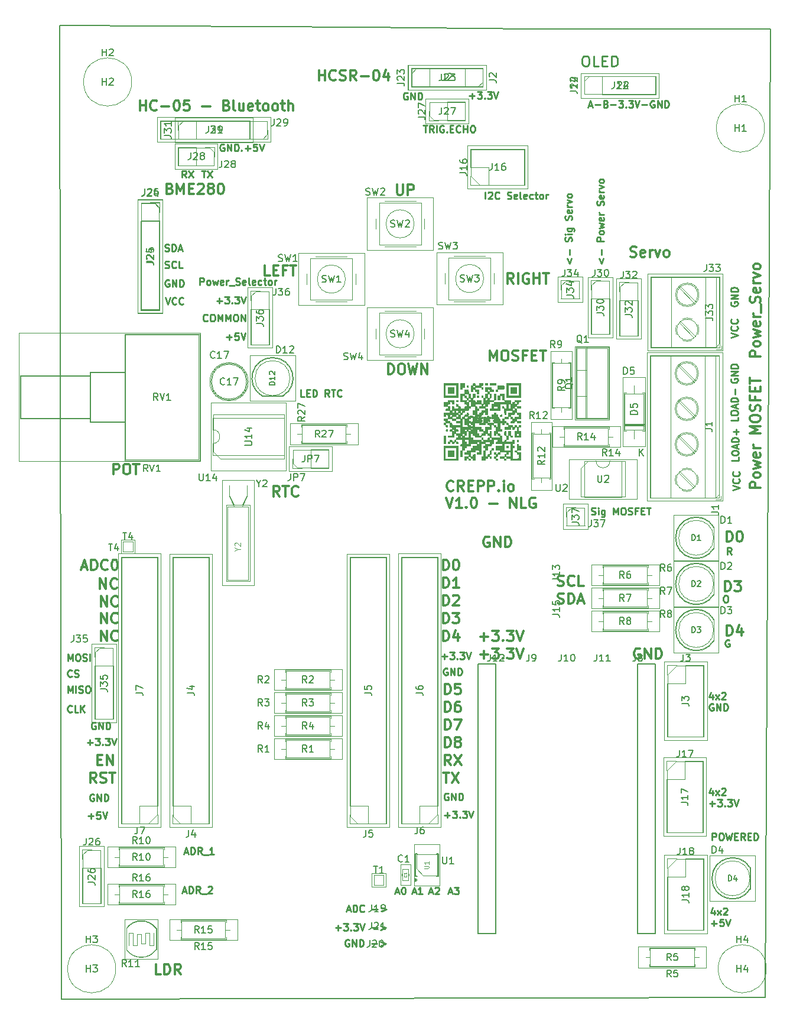
<source format=gbr>
%TF.GenerationSoftware,KiCad,Pcbnew,8.0.1*%
%TF.CreationDate,2024-10-06T15:48:25+02:00*%
%TF.ProjectId,CREPP.io,43524550-502e-4696-9f2e-6b696361645f,rev?*%
%TF.SameCoordinates,Original*%
%TF.FileFunction,Legend,Top*%
%TF.FilePolarity,Positive*%
%FSLAX46Y46*%
G04 Gerber Fmt 4.6, Leading zero omitted, Abs format (unit mm)*
G04 Created by KiCad (PCBNEW 8.0.1) date 2024-10-06 15:48:25*
%MOMM*%
%LPD*%
G01*
G04 APERTURE LIST*
%ADD10C,0.200000*%
%ADD11C,0.300000*%
%ADD12C,0.250000*%
%ADD13C,0.150000*%
%ADD14C,0.120000*%
%ADD15C,0.000000*%
%ADD16C,0.050000*%
%ADD17C,0.100000*%
%ADD18C,0.060000*%
%TA.AperFunction,Profile*%
%ADD19C,0.200000*%
%TD*%
G04 APERTURE END LIST*
D10*
X127558800Y-122580400D02*
X130098800Y-122580400D01*
X130098800Y-161188400D01*
X127558800Y-161188400D01*
X127558800Y-122580400D01*
X104698800Y-122580400D02*
X107238800Y-122580400D01*
X107238800Y-161188400D01*
X104698800Y-161188400D01*
X104698800Y-122580400D01*
D11*
X101157453Y-97725455D02*
X101086025Y-97796884D01*
X101086025Y-97796884D02*
X100871739Y-97868312D01*
X100871739Y-97868312D02*
X100728882Y-97868312D01*
X100728882Y-97868312D02*
X100514596Y-97796884D01*
X100514596Y-97796884D02*
X100371739Y-97654026D01*
X100371739Y-97654026D02*
X100300310Y-97511169D01*
X100300310Y-97511169D02*
X100228882Y-97225455D01*
X100228882Y-97225455D02*
X100228882Y-97011169D01*
X100228882Y-97011169D02*
X100300310Y-96725455D01*
X100300310Y-96725455D02*
X100371739Y-96582598D01*
X100371739Y-96582598D02*
X100514596Y-96439741D01*
X100514596Y-96439741D02*
X100728882Y-96368312D01*
X100728882Y-96368312D02*
X100871739Y-96368312D01*
X100871739Y-96368312D02*
X101086025Y-96439741D01*
X101086025Y-96439741D02*
X101157453Y-96511169D01*
X102657453Y-97868312D02*
X102157453Y-97154026D01*
X101800310Y-97868312D02*
X101800310Y-96368312D01*
X101800310Y-96368312D02*
X102371739Y-96368312D01*
X102371739Y-96368312D02*
X102514596Y-96439741D01*
X102514596Y-96439741D02*
X102586025Y-96511169D01*
X102586025Y-96511169D02*
X102657453Y-96654026D01*
X102657453Y-96654026D02*
X102657453Y-96868312D01*
X102657453Y-96868312D02*
X102586025Y-97011169D01*
X102586025Y-97011169D02*
X102514596Y-97082598D01*
X102514596Y-97082598D02*
X102371739Y-97154026D01*
X102371739Y-97154026D02*
X101800310Y-97154026D01*
X103300310Y-97082598D02*
X103800310Y-97082598D01*
X104014596Y-97868312D02*
X103300310Y-97868312D01*
X103300310Y-97868312D02*
X103300310Y-96368312D01*
X103300310Y-96368312D02*
X104014596Y-96368312D01*
X104657453Y-97868312D02*
X104657453Y-96368312D01*
X104657453Y-96368312D02*
X105228882Y-96368312D01*
X105228882Y-96368312D02*
X105371739Y-96439741D01*
X105371739Y-96439741D02*
X105443168Y-96511169D01*
X105443168Y-96511169D02*
X105514596Y-96654026D01*
X105514596Y-96654026D02*
X105514596Y-96868312D01*
X105514596Y-96868312D02*
X105443168Y-97011169D01*
X105443168Y-97011169D02*
X105371739Y-97082598D01*
X105371739Y-97082598D02*
X105228882Y-97154026D01*
X105228882Y-97154026D02*
X104657453Y-97154026D01*
X106157453Y-97868312D02*
X106157453Y-96368312D01*
X106157453Y-96368312D02*
X106728882Y-96368312D01*
X106728882Y-96368312D02*
X106871739Y-96439741D01*
X106871739Y-96439741D02*
X106943168Y-96511169D01*
X106943168Y-96511169D02*
X107014596Y-96654026D01*
X107014596Y-96654026D02*
X107014596Y-96868312D01*
X107014596Y-96868312D02*
X106943168Y-97011169D01*
X106943168Y-97011169D02*
X106871739Y-97082598D01*
X106871739Y-97082598D02*
X106728882Y-97154026D01*
X106728882Y-97154026D02*
X106157453Y-97154026D01*
X107657453Y-97725455D02*
X107728882Y-97796884D01*
X107728882Y-97796884D02*
X107657453Y-97868312D01*
X107657453Y-97868312D02*
X107586025Y-97796884D01*
X107586025Y-97796884D02*
X107657453Y-97725455D01*
X107657453Y-97725455D02*
X107657453Y-97868312D01*
X108371739Y-97868312D02*
X108371739Y-96868312D01*
X108371739Y-96368312D02*
X108300311Y-96439741D01*
X108300311Y-96439741D02*
X108371739Y-96511169D01*
X108371739Y-96511169D02*
X108443168Y-96439741D01*
X108443168Y-96439741D02*
X108371739Y-96368312D01*
X108371739Y-96368312D02*
X108371739Y-96511169D01*
X109300311Y-97868312D02*
X109157454Y-97796884D01*
X109157454Y-97796884D02*
X109086025Y-97725455D01*
X109086025Y-97725455D02*
X109014597Y-97582598D01*
X109014597Y-97582598D02*
X109014597Y-97154026D01*
X109014597Y-97154026D02*
X109086025Y-97011169D01*
X109086025Y-97011169D02*
X109157454Y-96939741D01*
X109157454Y-96939741D02*
X109300311Y-96868312D01*
X109300311Y-96868312D02*
X109514597Y-96868312D01*
X109514597Y-96868312D02*
X109657454Y-96939741D01*
X109657454Y-96939741D02*
X109728883Y-97011169D01*
X109728883Y-97011169D02*
X109800311Y-97154026D01*
X109800311Y-97154026D02*
X109800311Y-97582598D01*
X109800311Y-97582598D02*
X109728883Y-97725455D01*
X109728883Y-97725455D02*
X109657454Y-97796884D01*
X109657454Y-97796884D02*
X109514597Y-97868312D01*
X109514597Y-97868312D02*
X109300311Y-97868312D01*
X100086025Y-98783228D02*
X100586025Y-100283228D01*
X100586025Y-100283228D02*
X101086025Y-98783228D01*
X102371739Y-100283228D02*
X101514596Y-100283228D01*
X101943167Y-100283228D02*
X101943167Y-98783228D01*
X101943167Y-98783228D02*
X101800310Y-98997514D01*
X101800310Y-98997514D02*
X101657453Y-99140371D01*
X101657453Y-99140371D02*
X101514596Y-99211800D01*
X103014595Y-100140371D02*
X103086024Y-100211800D01*
X103086024Y-100211800D02*
X103014595Y-100283228D01*
X103014595Y-100283228D02*
X102943167Y-100211800D01*
X102943167Y-100211800D02*
X103014595Y-100140371D01*
X103014595Y-100140371D02*
X103014595Y-100283228D01*
X104014596Y-98783228D02*
X104157453Y-98783228D01*
X104157453Y-98783228D02*
X104300310Y-98854657D01*
X104300310Y-98854657D02*
X104371739Y-98926085D01*
X104371739Y-98926085D02*
X104443167Y-99068942D01*
X104443167Y-99068942D02*
X104514596Y-99354657D01*
X104514596Y-99354657D02*
X104514596Y-99711800D01*
X104514596Y-99711800D02*
X104443167Y-99997514D01*
X104443167Y-99997514D02*
X104371739Y-100140371D01*
X104371739Y-100140371D02*
X104300310Y-100211800D01*
X104300310Y-100211800D02*
X104157453Y-100283228D01*
X104157453Y-100283228D02*
X104014596Y-100283228D01*
X104014596Y-100283228D02*
X103871739Y-100211800D01*
X103871739Y-100211800D02*
X103800310Y-100140371D01*
X103800310Y-100140371D02*
X103728881Y-99997514D01*
X103728881Y-99997514D02*
X103657453Y-99711800D01*
X103657453Y-99711800D02*
X103657453Y-99354657D01*
X103657453Y-99354657D02*
X103728881Y-99068942D01*
X103728881Y-99068942D02*
X103800310Y-98926085D01*
X103800310Y-98926085D02*
X103871739Y-98854657D01*
X103871739Y-98854657D02*
X104014596Y-98783228D01*
X106300309Y-99711800D02*
X107443167Y-99711800D01*
X109300309Y-100283228D02*
X109300309Y-98783228D01*
X109300309Y-98783228D02*
X110157452Y-100283228D01*
X110157452Y-100283228D02*
X110157452Y-98783228D01*
X111586024Y-100283228D02*
X110871738Y-100283228D01*
X110871738Y-100283228D02*
X110871738Y-98783228D01*
X112871739Y-98854657D02*
X112728882Y-98783228D01*
X112728882Y-98783228D02*
X112514596Y-98783228D01*
X112514596Y-98783228D02*
X112300310Y-98854657D01*
X112300310Y-98854657D02*
X112157453Y-98997514D01*
X112157453Y-98997514D02*
X112086024Y-99140371D01*
X112086024Y-99140371D02*
X112014596Y-99426085D01*
X112014596Y-99426085D02*
X112014596Y-99640371D01*
X112014596Y-99640371D02*
X112086024Y-99926085D01*
X112086024Y-99926085D02*
X112157453Y-100068942D01*
X112157453Y-100068942D02*
X112300310Y-100211800D01*
X112300310Y-100211800D02*
X112514596Y-100283228D01*
X112514596Y-100283228D02*
X112657453Y-100283228D01*
X112657453Y-100283228D02*
X112871739Y-100211800D01*
X112871739Y-100211800D02*
X112943167Y-100140371D01*
X112943167Y-100140371D02*
X112943167Y-99640371D01*
X112943167Y-99640371D02*
X112657453Y-99640371D01*
X99919310Y-134573228D02*
X99919310Y-133073228D01*
X99919310Y-133073228D02*
X100276453Y-133073228D01*
X100276453Y-133073228D02*
X100490739Y-133144657D01*
X100490739Y-133144657D02*
X100633596Y-133287514D01*
X100633596Y-133287514D02*
X100705025Y-133430371D01*
X100705025Y-133430371D02*
X100776453Y-133716085D01*
X100776453Y-133716085D02*
X100776453Y-133930371D01*
X100776453Y-133930371D02*
X100705025Y-134216085D01*
X100705025Y-134216085D02*
X100633596Y-134358942D01*
X100633596Y-134358942D02*
X100490739Y-134501800D01*
X100490739Y-134501800D02*
X100276453Y-134573228D01*
X100276453Y-134573228D02*
X99919310Y-134573228D01*
X101633596Y-133716085D02*
X101490739Y-133644657D01*
X101490739Y-133644657D02*
X101419310Y-133573228D01*
X101419310Y-133573228D02*
X101347882Y-133430371D01*
X101347882Y-133430371D02*
X101347882Y-133358942D01*
X101347882Y-133358942D02*
X101419310Y-133216085D01*
X101419310Y-133216085D02*
X101490739Y-133144657D01*
X101490739Y-133144657D02*
X101633596Y-133073228D01*
X101633596Y-133073228D02*
X101919310Y-133073228D01*
X101919310Y-133073228D02*
X102062168Y-133144657D01*
X102062168Y-133144657D02*
X102133596Y-133216085D01*
X102133596Y-133216085D02*
X102205025Y-133358942D01*
X102205025Y-133358942D02*
X102205025Y-133430371D01*
X102205025Y-133430371D02*
X102133596Y-133573228D01*
X102133596Y-133573228D02*
X102062168Y-133644657D01*
X102062168Y-133644657D02*
X101919310Y-133716085D01*
X101919310Y-133716085D02*
X101633596Y-133716085D01*
X101633596Y-133716085D02*
X101490739Y-133787514D01*
X101490739Y-133787514D02*
X101419310Y-133858942D01*
X101419310Y-133858942D02*
X101347882Y-134001800D01*
X101347882Y-134001800D02*
X101347882Y-134287514D01*
X101347882Y-134287514D02*
X101419310Y-134430371D01*
X101419310Y-134430371D02*
X101490739Y-134501800D01*
X101490739Y-134501800D02*
X101633596Y-134573228D01*
X101633596Y-134573228D02*
X101919310Y-134573228D01*
X101919310Y-134573228D02*
X102062168Y-134501800D01*
X102062168Y-134501800D02*
X102133596Y-134430371D01*
X102133596Y-134430371D02*
X102205025Y-134287514D01*
X102205025Y-134287514D02*
X102205025Y-134001800D01*
X102205025Y-134001800D02*
X102133596Y-133858942D01*
X102133596Y-133858942D02*
X102062168Y-133787514D01*
X102062168Y-133787514D02*
X101919310Y-133716085D01*
D12*
X65921796Y-73454780D02*
X65874177Y-73502400D01*
X65874177Y-73502400D02*
X65731320Y-73550019D01*
X65731320Y-73550019D02*
X65636082Y-73550019D01*
X65636082Y-73550019D02*
X65493225Y-73502400D01*
X65493225Y-73502400D02*
X65397987Y-73407161D01*
X65397987Y-73407161D02*
X65350368Y-73311923D01*
X65350368Y-73311923D02*
X65302749Y-73121447D01*
X65302749Y-73121447D02*
X65302749Y-72978590D01*
X65302749Y-72978590D02*
X65350368Y-72788114D01*
X65350368Y-72788114D02*
X65397987Y-72692876D01*
X65397987Y-72692876D02*
X65493225Y-72597638D01*
X65493225Y-72597638D02*
X65636082Y-72550019D01*
X65636082Y-72550019D02*
X65731320Y-72550019D01*
X65731320Y-72550019D02*
X65874177Y-72597638D01*
X65874177Y-72597638D02*
X65921796Y-72645257D01*
X66540844Y-72550019D02*
X66731320Y-72550019D01*
X66731320Y-72550019D02*
X66826558Y-72597638D01*
X66826558Y-72597638D02*
X66921796Y-72692876D01*
X66921796Y-72692876D02*
X66969415Y-72883352D01*
X66969415Y-72883352D02*
X66969415Y-73216685D01*
X66969415Y-73216685D02*
X66921796Y-73407161D01*
X66921796Y-73407161D02*
X66826558Y-73502400D01*
X66826558Y-73502400D02*
X66731320Y-73550019D01*
X66731320Y-73550019D02*
X66540844Y-73550019D01*
X66540844Y-73550019D02*
X66445606Y-73502400D01*
X66445606Y-73502400D02*
X66350368Y-73407161D01*
X66350368Y-73407161D02*
X66302749Y-73216685D01*
X66302749Y-73216685D02*
X66302749Y-72883352D01*
X66302749Y-72883352D02*
X66350368Y-72692876D01*
X66350368Y-72692876D02*
X66445606Y-72597638D01*
X66445606Y-72597638D02*
X66540844Y-72550019D01*
X67397987Y-73550019D02*
X67397987Y-72550019D01*
X67397987Y-72550019D02*
X67731320Y-73264304D01*
X67731320Y-73264304D02*
X68064653Y-72550019D01*
X68064653Y-72550019D02*
X68064653Y-73550019D01*
X68540844Y-73550019D02*
X68540844Y-72550019D01*
X68540844Y-72550019D02*
X68874177Y-73264304D01*
X68874177Y-73264304D02*
X69207510Y-72550019D01*
X69207510Y-72550019D02*
X69207510Y-73550019D01*
X69874177Y-72550019D02*
X70064653Y-72550019D01*
X70064653Y-72550019D02*
X70159891Y-72597638D01*
X70159891Y-72597638D02*
X70255129Y-72692876D01*
X70255129Y-72692876D02*
X70302748Y-72883352D01*
X70302748Y-72883352D02*
X70302748Y-73216685D01*
X70302748Y-73216685D02*
X70255129Y-73407161D01*
X70255129Y-73407161D02*
X70159891Y-73502400D01*
X70159891Y-73502400D02*
X70064653Y-73550019D01*
X70064653Y-73550019D02*
X69874177Y-73550019D01*
X69874177Y-73550019D02*
X69778939Y-73502400D01*
X69778939Y-73502400D02*
X69683701Y-73407161D01*
X69683701Y-73407161D02*
X69636082Y-73216685D01*
X69636082Y-73216685D02*
X69636082Y-72883352D01*
X69636082Y-72883352D02*
X69683701Y-72692876D01*
X69683701Y-72692876D02*
X69778939Y-72597638D01*
X69778939Y-72597638D02*
X69874177Y-72550019D01*
X70731320Y-73550019D02*
X70731320Y-72550019D01*
X70731320Y-72550019D02*
X71302748Y-73550019D01*
X71302748Y-73550019D02*
X71302748Y-72550019D01*
X67255368Y-70629066D02*
X68017273Y-70629066D01*
X67636320Y-71010019D02*
X67636320Y-70248114D01*
X68398225Y-70010019D02*
X69017272Y-70010019D01*
X69017272Y-70010019D02*
X68683939Y-70390971D01*
X68683939Y-70390971D02*
X68826796Y-70390971D01*
X68826796Y-70390971D02*
X68922034Y-70438590D01*
X68922034Y-70438590D02*
X68969653Y-70486209D01*
X68969653Y-70486209D02*
X69017272Y-70581447D01*
X69017272Y-70581447D02*
X69017272Y-70819542D01*
X69017272Y-70819542D02*
X68969653Y-70914780D01*
X68969653Y-70914780D02*
X68922034Y-70962400D01*
X68922034Y-70962400D02*
X68826796Y-71010019D01*
X68826796Y-71010019D02*
X68541082Y-71010019D01*
X68541082Y-71010019D02*
X68445844Y-70962400D01*
X68445844Y-70962400D02*
X68398225Y-70914780D01*
X69445844Y-70914780D02*
X69493463Y-70962400D01*
X69493463Y-70962400D02*
X69445844Y-71010019D01*
X69445844Y-71010019D02*
X69398225Y-70962400D01*
X69398225Y-70962400D02*
X69445844Y-70914780D01*
X69445844Y-70914780D02*
X69445844Y-71010019D01*
X69826796Y-70010019D02*
X70445843Y-70010019D01*
X70445843Y-70010019D02*
X70112510Y-70390971D01*
X70112510Y-70390971D02*
X70255367Y-70390971D01*
X70255367Y-70390971D02*
X70350605Y-70438590D01*
X70350605Y-70438590D02*
X70398224Y-70486209D01*
X70398224Y-70486209D02*
X70445843Y-70581447D01*
X70445843Y-70581447D02*
X70445843Y-70819542D01*
X70445843Y-70819542D02*
X70398224Y-70914780D01*
X70398224Y-70914780D02*
X70350605Y-70962400D01*
X70350605Y-70962400D02*
X70255367Y-71010019D01*
X70255367Y-71010019D02*
X69969653Y-71010019D01*
X69969653Y-71010019D02*
X69874415Y-70962400D01*
X69874415Y-70962400D02*
X69826796Y-70914780D01*
X70731558Y-70010019D02*
X71064891Y-71010019D01*
X71064891Y-71010019D02*
X71398224Y-70010019D01*
X140949038Y-81776022D02*
X140901419Y-81871260D01*
X140901419Y-81871260D02*
X140901419Y-82014117D01*
X140901419Y-82014117D02*
X140949038Y-82156974D01*
X140949038Y-82156974D02*
X141044276Y-82252212D01*
X141044276Y-82252212D02*
X141139514Y-82299831D01*
X141139514Y-82299831D02*
X141329990Y-82347450D01*
X141329990Y-82347450D02*
X141472847Y-82347450D01*
X141472847Y-82347450D02*
X141663323Y-82299831D01*
X141663323Y-82299831D02*
X141758561Y-82252212D01*
X141758561Y-82252212D02*
X141853800Y-82156974D01*
X141853800Y-82156974D02*
X141901419Y-82014117D01*
X141901419Y-82014117D02*
X141901419Y-81918879D01*
X141901419Y-81918879D02*
X141853800Y-81776022D01*
X141853800Y-81776022D02*
X141806180Y-81728403D01*
X141806180Y-81728403D02*
X141472847Y-81728403D01*
X141472847Y-81728403D02*
X141472847Y-81918879D01*
X141901419Y-81299831D02*
X140901419Y-81299831D01*
X140901419Y-81299831D02*
X141901419Y-80728403D01*
X141901419Y-80728403D02*
X140901419Y-80728403D01*
X141901419Y-80252212D02*
X140901419Y-80252212D01*
X140901419Y-80252212D02*
X140901419Y-80014117D01*
X140901419Y-80014117D02*
X140949038Y-79871260D01*
X140949038Y-79871260D02*
X141044276Y-79776022D01*
X141044276Y-79776022D02*
X141139514Y-79728403D01*
X141139514Y-79728403D02*
X141329990Y-79680784D01*
X141329990Y-79680784D02*
X141472847Y-79680784D01*
X141472847Y-79680784D02*
X141663323Y-79728403D01*
X141663323Y-79728403D02*
X141758561Y-79776022D01*
X141758561Y-79776022D02*
X141853800Y-79871260D01*
X141853800Y-79871260D02*
X141901419Y-80014117D01*
X141901419Y-80014117D02*
X141901419Y-80252212D01*
X68287177Y-48213638D02*
X68191939Y-48166019D01*
X68191939Y-48166019D02*
X68049082Y-48166019D01*
X68049082Y-48166019D02*
X67906225Y-48213638D01*
X67906225Y-48213638D02*
X67810987Y-48308876D01*
X67810987Y-48308876D02*
X67763368Y-48404114D01*
X67763368Y-48404114D02*
X67715749Y-48594590D01*
X67715749Y-48594590D02*
X67715749Y-48737447D01*
X67715749Y-48737447D02*
X67763368Y-48927923D01*
X67763368Y-48927923D02*
X67810987Y-49023161D01*
X67810987Y-49023161D02*
X67906225Y-49118400D01*
X67906225Y-49118400D02*
X68049082Y-49166019D01*
X68049082Y-49166019D02*
X68144320Y-49166019D01*
X68144320Y-49166019D02*
X68287177Y-49118400D01*
X68287177Y-49118400D02*
X68334796Y-49070780D01*
X68334796Y-49070780D02*
X68334796Y-48737447D01*
X68334796Y-48737447D02*
X68144320Y-48737447D01*
X68763368Y-49166019D02*
X68763368Y-48166019D01*
X68763368Y-48166019D02*
X69334796Y-49166019D01*
X69334796Y-49166019D02*
X69334796Y-48166019D01*
X69810987Y-49166019D02*
X69810987Y-48166019D01*
X69810987Y-48166019D02*
X70049082Y-48166019D01*
X70049082Y-48166019D02*
X70191939Y-48213638D01*
X70191939Y-48213638D02*
X70287177Y-48308876D01*
X70287177Y-48308876D02*
X70334796Y-48404114D01*
X70334796Y-48404114D02*
X70382415Y-48594590D01*
X70382415Y-48594590D02*
X70382415Y-48737447D01*
X70382415Y-48737447D02*
X70334796Y-48927923D01*
X70334796Y-48927923D02*
X70287177Y-49023161D01*
X70287177Y-49023161D02*
X70191939Y-49118400D01*
X70191939Y-49118400D02*
X70049082Y-49166019D01*
X70049082Y-49166019D02*
X69810987Y-49166019D01*
X70810987Y-49070780D02*
X70858606Y-49118400D01*
X70858606Y-49118400D02*
X70810987Y-49166019D01*
X70810987Y-49166019D02*
X70763368Y-49118400D01*
X70763368Y-49118400D02*
X70810987Y-49070780D01*
X70810987Y-49070780D02*
X70810987Y-49166019D01*
X71287177Y-48785066D02*
X72049082Y-48785066D01*
X71668129Y-49166019D02*
X71668129Y-48404114D01*
X73001462Y-48166019D02*
X72525272Y-48166019D01*
X72525272Y-48166019D02*
X72477653Y-48642209D01*
X72477653Y-48642209D02*
X72525272Y-48594590D01*
X72525272Y-48594590D02*
X72620510Y-48546971D01*
X72620510Y-48546971D02*
X72858605Y-48546971D01*
X72858605Y-48546971D02*
X72953843Y-48594590D01*
X72953843Y-48594590D02*
X73001462Y-48642209D01*
X73001462Y-48642209D02*
X73049081Y-48737447D01*
X73049081Y-48737447D02*
X73049081Y-48975542D01*
X73049081Y-48975542D02*
X73001462Y-49070780D01*
X73001462Y-49070780D02*
X72953843Y-49118400D01*
X72953843Y-49118400D02*
X72858605Y-49166019D01*
X72858605Y-49166019D02*
X72620510Y-49166019D01*
X72620510Y-49166019D02*
X72525272Y-49118400D01*
X72525272Y-49118400D02*
X72477653Y-49070780D01*
X73334796Y-48166019D02*
X73668129Y-49166019D01*
X73668129Y-49166019D02*
X74001462Y-48166019D01*
X46490796Y-129461780D02*
X46443177Y-129509400D01*
X46443177Y-129509400D02*
X46300320Y-129557019D01*
X46300320Y-129557019D02*
X46205082Y-129557019D01*
X46205082Y-129557019D02*
X46062225Y-129509400D01*
X46062225Y-129509400D02*
X45966987Y-129414161D01*
X45966987Y-129414161D02*
X45919368Y-129318923D01*
X45919368Y-129318923D02*
X45871749Y-129128447D01*
X45871749Y-129128447D02*
X45871749Y-128985590D01*
X45871749Y-128985590D02*
X45919368Y-128795114D01*
X45919368Y-128795114D02*
X45966987Y-128699876D01*
X45966987Y-128699876D02*
X46062225Y-128604638D01*
X46062225Y-128604638D02*
X46205082Y-128557019D01*
X46205082Y-128557019D02*
X46300320Y-128557019D01*
X46300320Y-128557019D02*
X46443177Y-128604638D01*
X46443177Y-128604638D02*
X46490796Y-128652257D01*
X47395558Y-129557019D02*
X46919368Y-129557019D01*
X46919368Y-129557019D02*
X46919368Y-128557019D01*
X47728892Y-129557019D02*
X47728892Y-128557019D01*
X48300320Y-129557019D02*
X47871749Y-128985590D01*
X48300320Y-128557019D02*
X47728892Y-129128447D01*
X138248368Y-147845019D02*
X138248368Y-146845019D01*
X138248368Y-146845019D02*
X138629320Y-146845019D01*
X138629320Y-146845019D02*
X138724558Y-146892638D01*
X138724558Y-146892638D02*
X138772177Y-146940257D01*
X138772177Y-146940257D02*
X138819796Y-147035495D01*
X138819796Y-147035495D02*
X138819796Y-147178352D01*
X138819796Y-147178352D02*
X138772177Y-147273590D01*
X138772177Y-147273590D02*
X138724558Y-147321209D01*
X138724558Y-147321209D02*
X138629320Y-147368828D01*
X138629320Y-147368828D02*
X138248368Y-147368828D01*
X139438844Y-146845019D02*
X139629320Y-146845019D01*
X139629320Y-146845019D02*
X139724558Y-146892638D01*
X139724558Y-146892638D02*
X139819796Y-146987876D01*
X139819796Y-146987876D02*
X139867415Y-147178352D01*
X139867415Y-147178352D02*
X139867415Y-147511685D01*
X139867415Y-147511685D02*
X139819796Y-147702161D01*
X139819796Y-147702161D02*
X139724558Y-147797400D01*
X139724558Y-147797400D02*
X139629320Y-147845019D01*
X139629320Y-147845019D02*
X139438844Y-147845019D01*
X139438844Y-147845019D02*
X139343606Y-147797400D01*
X139343606Y-147797400D02*
X139248368Y-147702161D01*
X139248368Y-147702161D02*
X139200749Y-147511685D01*
X139200749Y-147511685D02*
X139200749Y-147178352D01*
X139200749Y-147178352D02*
X139248368Y-146987876D01*
X139248368Y-146987876D02*
X139343606Y-146892638D01*
X139343606Y-146892638D02*
X139438844Y-146845019D01*
X140200749Y-146845019D02*
X140438844Y-147845019D01*
X140438844Y-147845019D02*
X140629320Y-147130733D01*
X140629320Y-147130733D02*
X140819796Y-147845019D01*
X140819796Y-147845019D02*
X141057892Y-146845019D01*
X141438844Y-147321209D02*
X141772177Y-147321209D01*
X141915034Y-147845019D02*
X141438844Y-147845019D01*
X141438844Y-147845019D02*
X141438844Y-146845019D01*
X141438844Y-146845019D02*
X141915034Y-146845019D01*
X142915034Y-147845019D02*
X142581701Y-147368828D01*
X142343606Y-147845019D02*
X142343606Y-146845019D01*
X142343606Y-146845019D02*
X142724558Y-146845019D01*
X142724558Y-146845019D02*
X142819796Y-146892638D01*
X142819796Y-146892638D02*
X142867415Y-146940257D01*
X142867415Y-146940257D02*
X142915034Y-147035495D01*
X142915034Y-147035495D02*
X142915034Y-147178352D01*
X142915034Y-147178352D02*
X142867415Y-147273590D01*
X142867415Y-147273590D02*
X142819796Y-147321209D01*
X142819796Y-147321209D02*
X142724558Y-147368828D01*
X142724558Y-147368828D02*
X142343606Y-147368828D01*
X143343606Y-147321209D02*
X143676939Y-147321209D01*
X143819796Y-147845019D02*
X143343606Y-147845019D01*
X143343606Y-147845019D02*
X143343606Y-146845019D01*
X143343606Y-146845019D02*
X143819796Y-146845019D01*
X144248368Y-147845019D02*
X144248368Y-146845019D01*
X144248368Y-146845019D02*
X144486463Y-146845019D01*
X144486463Y-146845019D02*
X144629320Y-146892638D01*
X144629320Y-146892638D02*
X144724558Y-146987876D01*
X144724558Y-146987876D02*
X144772177Y-147083114D01*
X144772177Y-147083114D02*
X144819796Y-147273590D01*
X144819796Y-147273590D02*
X144819796Y-147416447D01*
X144819796Y-147416447D02*
X144772177Y-147606923D01*
X144772177Y-147606923D02*
X144724558Y-147702161D01*
X144724558Y-147702161D02*
X144629320Y-147797400D01*
X144629320Y-147797400D02*
X144486463Y-147845019D01*
X144486463Y-147845019D02*
X144248368Y-147845019D01*
X120928749Y-101188400D02*
X121071606Y-101236019D01*
X121071606Y-101236019D02*
X121309701Y-101236019D01*
X121309701Y-101236019D02*
X121404939Y-101188400D01*
X121404939Y-101188400D02*
X121452558Y-101140780D01*
X121452558Y-101140780D02*
X121500177Y-101045542D01*
X121500177Y-101045542D02*
X121500177Y-100950304D01*
X121500177Y-100950304D02*
X121452558Y-100855066D01*
X121452558Y-100855066D02*
X121404939Y-100807447D01*
X121404939Y-100807447D02*
X121309701Y-100759828D01*
X121309701Y-100759828D02*
X121119225Y-100712209D01*
X121119225Y-100712209D02*
X121023987Y-100664590D01*
X121023987Y-100664590D02*
X120976368Y-100616971D01*
X120976368Y-100616971D02*
X120928749Y-100521733D01*
X120928749Y-100521733D02*
X120928749Y-100426495D01*
X120928749Y-100426495D02*
X120976368Y-100331257D01*
X120976368Y-100331257D02*
X121023987Y-100283638D01*
X121023987Y-100283638D02*
X121119225Y-100236019D01*
X121119225Y-100236019D02*
X121357320Y-100236019D01*
X121357320Y-100236019D02*
X121500177Y-100283638D01*
X121928749Y-101236019D02*
X121928749Y-100569352D01*
X121928749Y-100236019D02*
X121881130Y-100283638D01*
X121881130Y-100283638D02*
X121928749Y-100331257D01*
X121928749Y-100331257D02*
X121976368Y-100283638D01*
X121976368Y-100283638D02*
X121928749Y-100236019D01*
X121928749Y-100236019D02*
X121928749Y-100331257D01*
X122833510Y-100569352D02*
X122833510Y-101378876D01*
X122833510Y-101378876D02*
X122785891Y-101474114D01*
X122785891Y-101474114D02*
X122738272Y-101521733D01*
X122738272Y-101521733D02*
X122643034Y-101569352D01*
X122643034Y-101569352D02*
X122500177Y-101569352D01*
X122500177Y-101569352D02*
X122404939Y-101521733D01*
X122833510Y-101188400D02*
X122738272Y-101236019D01*
X122738272Y-101236019D02*
X122547796Y-101236019D01*
X122547796Y-101236019D02*
X122452558Y-101188400D01*
X122452558Y-101188400D02*
X122404939Y-101140780D01*
X122404939Y-101140780D02*
X122357320Y-101045542D01*
X122357320Y-101045542D02*
X122357320Y-100759828D01*
X122357320Y-100759828D02*
X122404939Y-100664590D01*
X122404939Y-100664590D02*
X122452558Y-100616971D01*
X122452558Y-100616971D02*
X122547796Y-100569352D01*
X122547796Y-100569352D02*
X122738272Y-100569352D01*
X122738272Y-100569352D02*
X122833510Y-100616971D01*
X124071606Y-101236019D02*
X124071606Y-100236019D01*
X124071606Y-100236019D02*
X124404939Y-100950304D01*
X124404939Y-100950304D02*
X124738272Y-100236019D01*
X124738272Y-100236019D02*
X124738272Y-101236019D01*
X125404939Y-100236019D02*
X125595415Y-100236019D01*
X125595415Y-100236019D02*
X125690653Y-100283638D01*
X125690653Y-100283638D02*
X125785891Y-100378876D01*
X125785891Y-100378876D02*
X125833510Y-100569352D01*
X125833510Y-100569352D02*
X125833510Y-100902685D01*
X125833510Y-100902685D02*
X125785891Y-101093161D01*
X125785891Y-101093161D02*
X125690653Y-101188400D01*
X125690653Y-101188400D02*
X125595415Y-101236019D01*
X125595415Y-101236019D02*
X125404939Y-101236019D01*
X125404939Y-101236019D02*
X125309701Y-101188400D01*
X125309701Y-101188400D02*
X125214463Y-101093161D01*
X125214463Y-101093161D02*
X125166844Y-100902685D01*
X125166844Y-100902685D02*
X125166844Y-100569352D01*
X125166844Y-100569352D02*
X125214463Y-100378876D01*
X125214463Y-100378876D02*
X125309701Y-100283638D01*
X125309701Y-100283638D02*
X125404939Y-100236019D01*
X126214463Y-101188400D02*
X126357320Y-101236019D01*
X126357320Y-101236019D02*
X126595415Y-101236019D01*
X126595415Y-101236019D02*
X126690653Y-101188400D01*
X126690653Y-101188400D02*
X126738272Y-101140780D01*
X126738272Y-101140780D02*
X126785891Y-101045542D01*
X126785891Y-101045542D02*
X126785891Y-100950304D01*
X126785891Y-100950304D02*
X126738272Y-100855066D01*
X126738272Y-100855066D02*
X126690653Y-100807447D01*
X126690653Y-100807447D02*
X126595415Y-100759828D01*
X126595415Y-100759828D02*
X126404939Y-100712209D01*
X126404939Y-100712209D02*
X126309701Y-100664590D01*
X126309701Y-100664590D02*
X126262082Y-100616971D01*
X126262082Y-100616971D02*
X126214463Y-100521733D01*
X126214463Y-100521733D02*
X126214463Y-100426495D01*
X126214463Y-100426495D02*
X126262082Y-100331257D01*
X126262082Y-100331257D02*
X126309701Y-100283638D01*
X126309701Y-100283638D02*
X126404939Y-100236019D01*
X126404939Y-100236019D02*
X126643034Y-100236019D01*
X126643034Y-100236019D02*
X126785891Y-100283638D01*
X127547796Y-100712209D02*
X127214463Y-100712209D01*
X127214463Y-101236019D02*
X127214463Y-100236019D01*
X127214463Y-100236019D02*
X127690653Y-100236019D01*
X128071606Y-100712209D02*
X128404939Y-100712209D01*
X128547796Y-101236019D02*
X128071606Y-101236019D01*
X128071606Y-101236019D02*
X128071606Y-100236019D01*
X128071606Y-100236019D02*
X128547796Y-100236019D01*
X128833511Y-100236019D02*
X129404939Y-100236019D01*
X129119225Y-101236019D02*
X129119225Y-100236019D01*
D11*
X104999310Y-118761800D02*
X106142168Y-118761800D01*
X105570739Y-119333228D02*
X105570739Y-118190371D01*
X106713596Y-117833228D02*
X107642168Y-117833228D01*
X107642168Y-117833228D02*
X107142168Y-118404657D01*
X107142168Y-118404657D02*
X107356453Y-118404657D01*
X107356453Y-118404657D02*
X107499311Y-118476085D01*
X107499311Y-118476085D02*
X107570739Y-118547514D01*
X107570739Y-118547514D02*
X107642168Y-118690371D01*
X107642168Y-118690371D02*
X107642168Y-119047514D01*
X107642168Y-119047514D02*
X107570739Y-119190371D01*
X107570739Y-119190371D02*
X107499311Y-119261800D01*
X107499311Y-119261800D02*
X107356453Y-119333228D01*
X107356453Y-119333228D02*
X106927882Y-119333228D01*
X106927882Y-119333228D02*
X106785025Y-119261800D01*
X106785025Y-119261800D02*
X106713596Y-119190371D01*
X108285024Y-119190371D02*
X108356453Y-119261800D01*
X108356453Y-119261800D02*
X108285024Y-119333228D01*
X108285024Y-119333228D02*
X108213596Y-119261800D01*
X108213596Y-119261800D02*
X108285024Y-119190371D01*
X108285024Y-119190371D02*
X108285024Y-119333228D01*
X108856453Y-117833228D02*
X109785025Y-117833228D01*
X109785025Y-117833228D02*
X109285025Y-118404657D01*
X109285025Y-118404657D02*
X109499310Y-118404657D01*
X109499310Y-118404657D02*
X109642168Y-118476085D01*
X109642168Y-118476085D02*
X109713596Y-118547514D01*
X109713596Y-118547514D02*
X109785025Y-118690371D01*
X109785025Y-118690371D02*
X109785025Y-119047514D01*
X109785025Y-119047514D02*
X109713596Y-119190371D01*
X109713596Y-119190371D02*
X109642168Y-119261800D01*
X109642168Y-119261800D02*
X109499310Y-119333228D01*
X109499310Y-119333228D02*
X109070739Y-119333228D01*
X109070739Y-119333228D02*
X108927882Y-119261800D01*
X108927882Y-119261800D02*
X108856453Y-119190371D01*
X110213596Y-117833228D02*
X110713596Y-119333228D01*
X110713596Y-119333228D02*
X111213596Y-117833228D01*
D12*
X96830511Y-45499019D02*
X97401939Y-45499019D01*
X97116225Y-46499019D02*
X97116225Y-45499019D01*
X98306701Y-46499019D02*
X97973368Y-46022828D01*
X97735273Y-46499019D02*
X97735273Y-45499019D01*
X97735273Y-45499019D02*
X98116225Y-45499019D01*
X98116225Y-45499019D02*
X98211463Y-45546638D01*
X98211463Y-45546638D02*
X98259082Y-45594257D01*
X98259082Y-45594257D02*
X98306701Y-45689495D01*
X98306701Y-45689495D02*
X98306701Y-45832352D01*
X98306701Y-45832352D02*
X98259082Y-45927590D01*
X98259082Y-45927590D02*
X98211463Y-45975209D01*
X98211463Y-45975209D02*
X98116225Y-46022828D01*
X98116225Y-46022828D02*
X97735273Y-46022828D01*
X98735273Y-46499019D02*
X98735273Y-45499019D01*
X99735272Y-45546638D02*
X99640034Y-45499019D01*
X99640034Y-45499019D02*
X99497177Y-45499019D01*
X99497177Y-45499019D02*
X99354320Y-45546638D01*
X99354320Y-45546638D02*
X99259082Y-45641876D01*
X99259082Y-45641876D02*
X99211463Y-45737114D01*
X99211463Y-45737114D02*
X99163844Y-45927590D01*
X99163844Y-45927590D02*
X99163844Y-46070447D01*
X99163844Y-46070447D02*
X99211463Y-46260923D01*
X99211463Y-46260923D02*
X99259082Y-46356161D01*
X99259082Y-46356161D02*
X99354320Y-46451400D01*
X99354320Y-46451400D02*
X99497177Y-46499019D01*
X99497177Y-46499019D02*
X99592415Y-46499019D01*
X99592415Y-46499019D02*
X99735272Y-46451400D01*
X99735272Y-46451400D02*
X99782891Y-46403780D01*
X99782891Y-46403780D02*
X99782891Y-46070447D01*
X99782891Y-46070447D02*
X99592415Y-46070447D01*
X100211463Y-46403780D02*
X100259082Y-46451400D01*
X100259082Y-46451400D02*
X100211463Y-46499019D01*
X100211463Y-46499019D02*
X100163844Y-46451400D01*
X100163844Y-46451400D02*
X100211463Y-46403780D01*
X100211463Y-46403780D02*
X100211463Y-46499019D01*
X100687653Y-45975209D02*
X101020986Y-45975209D01*
X101163843Y-46499019D02*
X100687653Y-46499019D01*
X100687653Y-46499019D02*
X100687653Y-45499019D01*
X100687653Y-45499019D02*
X101163843Y-45499019D01*
X102163843Y-46403780D02*
X102116224Y-46451400D01*
X102116224Y-46451400D02*
X101973367Y-46499019D01*
X101973367Y-46499019D02*
X101878129Y-46499019D01*
X101878129Y-46499019D02*
X101735272Y-46451400D01*
X101735272Y-46451400D02*
X101640034Y-46356161D01*
X101640034Y-46356161D02*
X101592415Y-46260923D01*
X101592415Y-46260923D02*
X101544796Y-46070447D01*
X101544796Y-46070447D02*
X101544796Y-45927590D01*
X101544796Y-45927590D02*
X101592415Y-45737114D01*
X101592415Y-45737114D02*
X101640034Y-45641876D01*
X101640034Y-45641876D02*
X101735272Y-45546638D01*
X101735272Y-45546638D02*
X101878129Y-45499019D01*
X101878129Y-45499019D02*
X101973367Y-45499019D01*
X101973367Y-45499019D02*
X102116224Y-45546638D01*
X102116224Y-45546638D02*
X102163843Y-45594257D01*
X102592415Y-46499019D02*
X102592415Y-45499019D01*
X102592415Y-45975209D02*
X103163843Y-45975209D01*
X103163843Y-46499019D02*
X103163843Y-45499019D01*
X103830510Y-45499019D02*
X104020986Y-45499019D01*
X104020986Y-45499019D02*
X104116224Y-45546638D01*
X104116224Y-45546638D02*
X104211462Y-45641876D01*
X104211462Y-45641876D02*
X104259081Y-45832352D01*
X104259081Y-45832352D02*
X104259081Y-46165685D01*
X104259081Y-46165685D02*
X104211462Y-46356161D01*
X104211462Y-46356161D02*
X104116224Y-46451400D01*
X104116224Y-46451400D02*
X104020986Y-46499019D01*
X104020986Y-46499019D02*
X103830510Y-46499019D01*
X103830510Y-46499019D02*
X103735272Y-46451400D01*
X103735272Y-46451400D02*
X103640034Y-46356161D01*
X103640034Y-46356161D02*
X103592415Y-46165685D01*
X103592415Y-46165685D02*
X103592415Y-45832352D01*
X103592415Y-45832352D02*
X103640034Y-45641876D01*
X103640034Y-45641876D02*
X103735272Y-45546638D01*
X103735272Y-45546638D02*
X103830510Y-45499019D01*
D11*
X50643310Y-114380228D02*
X50643310Y-112880228D01*
X50643310Y-112880228D02*
X51500453Y-114380228D01*
X51500453Y-114380228D02*
X51500453Y-112880228D01*
X53071882Y-114237371D02*
X53000454Y-114308800D01*
X53000454Y-114308800D02*
X52786168Y-114380228D01*
X52786168Y-114380228D02*
X52643311Y-114380228D01*
X52643311Y-114380228D02*
X52429025Y-114308800D01*
X52429025Y-114308800D02*
X52286168Y-114165942D01*
X52286168Y-114165942D02*
X52214739Y-114023085D01*
X52214739Y-114023085D02*
X52143311Y-113737371D01*
X52143311Y-113737371D02*
X52143311Y-113523085D01*
X52143311Y-113523085D02*
X52214739Y-113237371D01*
X52214739Y-113237371D02*
X52286168Y-113094514D01*
X52286168Y-113094514D02*
X52429025Y-112951657D01*
X52429025Y-112951657D02*
X52643311Y-112880228D01*
X52643311Y-112880228D02*
X52786168Y-112880228D01*
X52786168Y-112880228D02*
X53000454Y-112951657D01*
X53000454Y-112951657D02*
X53071882Y-113023085D01*
X126517882Y-64270800D02*
X126732168Y-64342228D01*
X126732168Y-64342228D02*
X127089310Y-64342228D01*
X127089310Y-64342228D02*
X127232168Y-64270800D01*
X127232168Y-64270800D02*
X127303596Y-64199371D01*
X127303596Y-64199371D02*
X127375025Y-64056514D01*
X127375025Y-64056514D02*
X127375025Y-63913657D01*
X127375025Y-63913657D02*
X127303596Y-63770800D01*
X127303596Y-63770800D02*
X127232168Y-63699371D01*
X127232168Y-63699371D02*
X127089310Y-63627942D01*
X127089310Y-63627942D02*
X126803596Y-63556514D01*
X126803596Y-63556514D02*
X126660739Y-63485085D01*
X126660739Y-63485085D02*
X126589310Y-63413657D01*
X126589310Y-63413657D02*
X126517882Y-63270800D01*
X126517882Y-63270800D02*
X126517882Y-63127942D01*
X126517882Y-63127942D02*
X126589310Y-62985085D01*
X126589310Y-62985085D02*
X126660739Y-62913657D01*
X126660739Y-62913657D02*
X126803596Y-62842228D01*
X126803596Y-62842228D02*
X127160739Y-62842228D01*
X127160739Y-62842228D02*
X127375025Y-62913657D01*
X128589310Y-64270800D02*
X128446453Y-64342228D01*
X128446453Y-64342228D02*
X128160739Y-64342228D01*
X128160739Y-64342228D02*
X128017881Y-64270800D01*
X128017881Y-64270800D02*
X127946453Y-64127942D01*
X127946453Y-64127942D02*
X127946453Y-63556514D01*
X127946453Y-63556514D02*
X128017881Y-63413657D01*
X128017881Y-63413657D02*
X128160739Y-63342228D01*
X128160739Y-63342228D02*
X128446453Y-63342228D01*
X128446453Y-63342228D02*
X128589310Y-63413657D01*
X128589310Y-63413657D02*
X128660739Y-63556514D01*
X128660739Y-63556514D02*
X128660739Y-63699371D01*
X128660739Y-63699371D02*
X127946453Y-63842228D01*
X129303595Y-64342228D02*
X129303595Y-63342228D01*
X129303595Y-63627942D02*
X129375024Y-63485085D01*
X129375024Y-63485085D02*
X129446453Y-63413657D01*
X129446453Y-63413657D02*
X129589310Y-63342228D01*
X129589310Y-63342228D02*
X129732167Y-63342228D01*
X130089309Y-63342228D02*
X130446452Y-64342228D01*
X130446452Y-64342228D02*
X130803595Y-63342228D01*
X131589309Y-64342228D02*
X131446452Y-64270800D01*
X131446452Y-64270800D02*
X131375023Y-64199371D01*
X131375023Y-64199371D02*
X131303595Y-64056514D01*
X131303595Y-64056514D02*
X131303595Y-63627942D01*
X131303595Y-63627942D02*
X131375023Y-63485085D01*
X131375023Y-63485085D02*
X131446452Y-63413657D01*
X131446452Y-63413657D02*
X131589309Y-63342228D01*
X131589309Y-63342228D02*
X131803595Y-63342228D01*
X131803595Y-63342228D02*
X131946452Y-63413657D01*
X131946452Y-63413657D02*
X132017881Y-63485085D01*
X132017881Y-63485085D02*
X132089309Y-63627942D01*
X132089309Y-63627942D02*
X132089309Y-64056514D01*
X132089309Y-64056514D02*
X132017881Y-64199371D01*
X132017881Y-64199371D02*
X131946452Y-64270800D01*
X131946452Y-64270800D02*
X131803595Y-64342228D01*
X131803595Y-64342228D02*
X131589309Y-64342228D01*
X99919310Y-132033228D02*
X99919310Y-130533228D01*
X99919310Y-130533228D02*
X100276453Y-130533228D01*
X100276453Y-130533228D02*
X100490739Y-130604657D01*
X100490739Y-130604657D02*
X100633596Y-130747514D01*
X100633596Y-130747514D02*
X100705025Y-130890371D01*
X100705025Y-130890371D02*
X100776453Y-131176085D01*
X100776453Y-131176085D02*
X100776453Y-131390371D01*
X100776453Y-131390371D02*
X100705025Y-131676085D01*
X100705025Y-131676085D02*
X100633596Y-131818942D01*
X100633596Y-131818942D02*
X100490739Y-131961800D01*
X100490739Y-131961800D02*
X100276453Y-132033228D01*
X100276453Y-132033228D02*
X99919310Y-132033228D01*
X101276453Y-130533228D02*
X102276453Y-130533228D01*
X102276453Y-130533228D02*
X101633596Y-132033228D01*
X56231310Y-43387228D02*
X56231310Y-41887228D01*
X56231310Y-42601514D02*
X57088453Y-42601514D01*
X57088453Y-43387228D02*
X57088453Y-41887228D01*
X58659882Y-43244371D02*
X58588454Y-43315800D01*
X58588454Y-43315800D02*
X58374168Y-43387228D01*
X58374168Y-43387228D02*
X58231311Y-43387228D01*
X58231311Y-43387228D02*
X58017025Y-43315800D01*
X58017025Y-43315800D02*
X57874168Y-43172942D01*
X57874168Y-43172942D02*
X57802739Y-43030085D01*
X57802739Y-43030085D02*
X57731311Y-42744371D01*
X57731311Y-42744371D02*
X57731311Y-42530085D01*
X57731311Y-42530085D02*
X57802739Y-42244371D01*
X57802739Y-42244371D02*
X57874168Y-42101514D01*
X57874168Y-42101514D02*
X58017025Y-41958657D01*
X58017025Y-41958657D02*
X58231311Y-41887228D01*
X58231311Y-41887228D02*
X58374168Y-41887228D01*
X58374168Y-41887228D02*
X58588454Y-41958657D01*
X58588454Y-41958657D02*
X58659882Y-42030085D01*
X59302739Y-42815800D02*
X60445597Y-42815800D01*
X61445597Y-41887228D02*
X61588454Y-41887228D01*
X61588454Y-41887228D02*
X61731311Y-41958657D01*
X61731311Y-41958657D02*
X61802740Y-42030085D01*
X61802740Y-42030085D02*
X61874168Y-42172942D01*
X61874168Y-42172942D02*
X61945597Y-42458657D01*
X61945597Y-42458657D02*
X61945597Y-42815800D01*
X61945597Y-42815800D02*
X61874168Y-43101514D01*
X61874168Y-43101514D02*
X61802740Y-43244371D01*
X61802740Y-43244371D02*
X61731311Y-43315800D01*
X61731311Y-43315800D02*
X61588454Y-43387228D01*
X61588454Y-43387228D02*
X61445597Y-43387228D01*
X61445597Y-43387228D02*
X61302740Y-43315800D01*
X61302740Y-43315800D02*
X61231311Y-43244371D01*
X61231311Y-43244371D02*
X61159882Y-43101514D01*
X61159882Y-43101514D02*
X61088454Y-42815800D01*
X61088454Y-42815800D02*
X61088454Y-42458657D01*
X61088454Y-42458657D02*
X61159882Y-42172942D01*
X61159882Y-42172942D02*
X61231311Y-42030085D01*
X61231311Y-42030085D02*
X61302740Y-41958657D01*
X61302740Y-41958657D02*
X61445597Y-41887228D01*
X63302739Y-41887228D02*
X62588453Y-41887228D01*
X62588453Y-41887228D02*
X62517025Y-42601514D01*
X62517025Y-42601514D02*
X62588453Y-42530085D01*
X62588453Y-42530085D02*
X62731311Y-42458657D01*
X62731311Y-42458657D02*
X63088453Y-42458657D01*
X63088453Y-42458657D02*
X63231311Y-42530085D01*
X63231311Y-42530085D02*
X63302739Y-42601514D01*
X63302739Y-42601514D02*
X63374168Y-42744371D01*
X63374168Y-42744371D02*
X63374168Y-43101514D01*
X63374168Y-43101514D02*
X63302739Y-43244371D01*
X63302739Y-43244371D02*
X63231311Y-43315800D01*
X63231311Y-43315800D02*
X63088453Y-43387228D01*
X63088453Y-43387228D02*
X62731311Y-43387228D01*
X62731311Y-43387228D02*
X62588453Y-43315800D01*
X62588453Y-43315800D02*
X62517025Y-43244371D01*
X65159881Y-42815800D02*
X66302739Y-42815800D01*
X68659881Y-42601514D02*
X68874167Y-42672942D01*
X68874167Y-42672942D02*
X68945596Y-42744371D01*
X68945596Y-42744371D02*
X69017024Y-42887228D01*
X69017024Y-42887228D02*
X69017024Y-43101514D01*
X69017024Y-43101514D02*
X68945596Y-43244371D01*
X68945596Y-43244371D02*
X68874167Y-43315800D01*
X68874167Y-43315800D02*
X68731310Y-43387228D01*
X68731310Y-43387228D02*
X68159881Y-43387228D01*
X68159881Y-43387228D02*
X68159881Y-41887228D01*
X68159881Y-41887228D02*
X68659881Y-41887228D01*
X68659881Y-41887228D02*
X68802739Y-41958657D01*
X68802739Y-41958657D02*
X68874167Y-42030085D01*
X68874167Y-42030085D02*
X68945596Y-42172942D01*
X68945596Y-42172942D02*
X68945596Y-42315800D01*
X68945596Y-42315800D02*
X68874167Y-42458657D01*
X68874167Y-42458657D02*
X68802739Y-42530085D01*
X68802739Y-42530085D02*
X68659881Y-42601514D01*
X68659881Y-42601514D02*
X68159881Y-42601514D01*
X69874167Y-43387228D02*
X69731310Y-43315800D01*
X69731310Y-43315800D02*
X69659881Y-43172942D01*
X69659881Y-43172942D02*
X69659881Y-41887228D01*
X71088453Y-42387228D02*
X71088453Y-43387228D01*
X70445595Y-42387228D02*
X70445595Y-43172942D01*
X70445595Y-43172942D02*
X70517024Y-43315800D01*
X70517024Y-43315800D02*
X70659881Y-43387228D01*
X70659881Y-43387228D02*
X70874167Y-43387228D01*
X70874167Y-43387228D02*
X71017024Y-43315800D01*
X71017024Y-43315800D02*
X71088453Y-43244371D01*
X72374167Y-43315800D02*
X72231310Y-43387228D01*
X72231310Y-43387228D02*
X71945596Y-43387228D01*
X71945596Y-43387228D02*
X71802738Y-43315800D01*
X71802738Y-43315800D02*
X71731310Y-43172942D01*
X71731310Y-43172942D02*
X71731310Y-42601514D01*
X71731310Y-42601514D02*
X71802738Y-42458657D01*
X71802738Y-42458657D02*
X71945596Y-42387228D01*
X71945596Y-42387228D02*
X72231310Y-42387228D01*
X72231310Y-42387228D02*
X72374167Y-42458657D01*
X72374167Y-42458657D02*
X72445596Y-42601514D01*
X72445596Y-42601514D02*
X72445596Y-42744371D01*
X72445596Y-42744371D02*
X71731310Y-42887228D01*
X72874167Y-42387228D02*
X73445595Y-42387228D01*
X73088452Y-41887228D02*
X73088452Y-43172942D01*
X73088452Y-43172942D02*
X73159881Y-43315800D01*
X73159881Y-43315800D02*
X73302738Y-43387228D01*
X73302738Y-43387228D02*
X73445595Y-43387228D01*
X74159881Y-43387228D02*
X74017024Y-43315800D01*
X74017024Y-43315800D02*
X73945595Y-43244371D01*
X73945595Y-43244371D02*
X73874167Y-43101514D01*
X73874167Y-43101514D02*
X73874167Y-42672942D01*
X73874167Y-42672942D02*
X73945595Y-42530085D01*
X73945595Y-42530085D02*
X74017024Y-42458657D01*
X74017024Y-42458657D02*
X74159881Y-42387228D01*
X74159881Y-42387228D02*
X74374167Y-42387228D01*
X74374167Y-42387228D02*
X74517024Y-42458657D01*
X74517024Y-42458657D02*
X74588453Y-42530085D01*
X74588453Y-42530085D02*
X74659881Y-42672942D01*
X74659881Y-42672942D02*
X74659881Y-43101514D01*
X74659881Y-43101514D02*
X74588453Y-43244371D01*
X74588453Y-43244371D02*
X74517024Y-43315800D01*
X74517024Y-43315800D02*
X74374167Y-43387228D01*
X74374167Y-43387228D02*
X74159881Y-43387228D01*
X75517024Y-43387228D02*
X75374167Y-43315800D01*
X75374167Y-43315800D02*
X75302738Y-43244371D01*
X75302738Y-43244371D02*
X75231310Y-43101514D01*
X75231310Y-43101514D02*
X75231310Y-42672942D01*
X75231310Y-42672942D02*
X75302738Y-42530085D01*
X75302738Y-42530085D02*
X75374167Y-42458657D01*
X75374167Y-42458657D02*
X75517024Y-42387228D01*
X75517024Y-42387228D02*
X75731310Y-42387228D01*
X75731310Y-42387228D02*
X75874167Y-42458657D01*
X75874167Y-42458657D02*
X75945596Y-42530085D01*
X75945596Y-42530085D02*
X76017024Y-42672942D01*
X76017024Y-42672942D02*
X76017024Y-43101514D01*
X76017024Y-43101514D02*
X75945596Y-43244371D01*
X75945596Y-43244371D02*
X75874167Y-43315800D01*
X75874167Y-43315800D02*
X75731310Y-43387228D01*
X75731310Y-43387228D02*
X75517024Y-43387228D01*
X76445596Y-42387228D02*
X77017024Y-42387228D01*
X76659881Y-41887228D02*
X76659881Y-43172942D01*
X76659881Y-43172942D02*
X76731310Y-43315800D01*
X76731310Y-43315800D02*
X76874167Y-43387228D01*
X76874167Y-43387228D02*
X77017024Y-43387228D01*
X77517024Y-43387228D02*
X77517024Y-41887228D01*
X78159882Y-43387228D02*
X78159882Y-42601514D01*
X78159882Y-42601514D02*
X78088453Y-42458657D01*
X78088453Y-42458657D02*
X77945596Y-42387228D01*
X77945596Y-42387228D02*
X77731310Y-42387228D01*
X77731310Y-42387228D02*
X77588453Y-42458657D01*
X77588453Y-42458657D02*
X77517024Y-42530085D01*
D12*
X49618177Y-141304638D02*
X49522939Y-141257019D01*
X49522939Y-141257019D02*
X49380082Y-141257019D01*
X49380082Y-141257019D02*
X49237225Y-141304638D01*
X49237225Y-141304638D02*
X49141987Y-141399876D01*
X49141987Y-141399876D02*
X49094368Y-141495114D01*
X49094368Y-141495114D02*
X49046749Y-141685590D01*
X49046749Y-141685590D02*
X49046749Y-141828447D01*
X49046749Y-141828447D02*
X49094368Y-142018923D01*
X49094368Y-142018923D02*
X49141987Y-142114161D01*
X49141987Y-142114161D02*
X49237225Y-142209400D01*
X49237225Y-142209400D02*
X49380082Y-142257019D01*
X49380082Y-142257019D02*
X49475320Y-142257019D01*
X49475320Y-142257019D02*
X49618177Y-142209400D01*
X49618177Y-142209400D02*
X49665796Y-142161780D01*
X49665796Y-142161780D02*
X49665796Y-141828447D01*
X49665796Y-141828447D02*
X49475320Y-141828447D01*
X50094368Y-142257019D02*
X50094368Y-141257019D01*
X50094368Y-141257019D02*
X50665796Y-142257019D01*
X50665796Y-142257019D02*
X50665796Y-141257019D01*
X51141987Y-142257019D02*
X51141987Y-141257019D01*
X51141987Y-141257019D02*
X51380082Y-141257019D01*
X51380082Y-141257019D02*
X51522939Y-141304638D01*
X51522939Y-141304638D02*
X51618177Y-141399876D01*
X51618177Y-141399876D02*
X51665796Y-141495114D01*
X51665796Y-141495114D02*
X51713415Y-141685590D01*
X51713415Y-141685590D02*
X51713415Y-141828447D01*
X51713415Y-141828447D02*
X51665796Y-142018923D01*
X51665796Y-142018923D02*
X51618177Y-142114161D01*
X51618177Y-142114161D02*
X51522939Y-142209400D01*
X51522939Y-142209400D02*
X51380082Y-142257019D01*
X51380082Y-142257019D02*
X51141987Y-142257019D01*
X99894368Y-144289066D02*
X100656273Y-144289066D01*
X100275320Y-144670019D02*
X100275320Y-143908114D01*
X101037225Y-143670019D02*
X101656272Y-143670019D01*
X101656272Y-143670019D02*
X101322939Y-144050971D01*
X101322939Y-144050971D02*
X101465796Y-144050971D01*
X101465796Y-144050971D02*
X101561034Y-144098590D01*
X101561034Y-144098590D02*
X101608653Y-144146209D01*
X101608653Y-144146209D02*
X101656272Y-144241447D01*
X101656272Y-144241447D02*
X101656272Y-144479542D01*
X101656272Y-144479542D02*
X101608653Y-144574780D01*
X101608653Y-144574780D02*
X101561034Y-144622400D01*
X101561034Y-144622400D02*
X101465796Y-144670019D01*
X101465796Y-144670019D02*
X101180082Y-144670019D01*
X101180082Y-144670019D02*
X101084844Y-144622400D01*
X101084844Y-144622400D02*
X101037225Y-144574780D01*
X102084844Y-144574780D02*
X102132463Y-144622400D01*
X102132463Y-144622400D02*
X102084844Y-144670019D01*
X102084844Y-144670019D02*
X102037225Y-144622400D01*
X102037225Y-144622400D02*
X102084844Y-144574780D01*
X102084844Y-144574780D02*
X102084844Y-144670019D01*
X102465796Y-143670019D02*
X103084843Y-143670019D01*
X103084843Y-143670019D02*
X102751510Y-144050971D01*
X102751510Y-144050971D02*
X102894367Y-144050971D01*
X102894367Y-144050971D02*
X102989605Y-144098590D01*
X102989605Y-144098590D02*
X103037224Y-144146209D01*
X103037224Y-144146209D02*
X103084843Y-144241447D01*
X103084843Y-144241447D02*
X103084843Y-144479542D01*
X103084843Y-144479542D02*
X103037224Y-144574780D01*
X103037224Y-144574780D02*
X102989605Y-144622400D01*
X102989605Y-144622400D02*
X102894367Y-144670019D01*
X102894367Y-144670019D02*
X102608653Y-144670019D01*
X102608653Y-144670019D02*
X102513415Y-144622400D01*
X102513415Y-144622400D02*
X102465796Y-144574780D01*
X103370558Y-143670019D02*
X103703891Y-144670019D01*
X103703891Y-144670019D02*
X104037224Y-143670019D01*
D11*
X50516310Y-111840228D02*
X50516310Y-110340228D01*
X50516310Y-110340228D02*
X51373453Y-111840228D01*
X51373453Y-111840228D02*
X51373453Y-110340228D01*
X52944882Y-111697371D02*
X52873454Y-111768800D01*
X52873454Y-111768800D02*
X52659168Y-111840228D01*
X52659168Y-111840228D02*
X52516311Y-111840228D01*
X52516311Y-111840228D02*
X52302025Y-111768800D01*
X52302025Y-111768800D02*
X52159168Y-111625942D01*
X52159168Y-111625942D02*
X52087739Y-111483085D01*
X52087739Y-111483085D02*
X52016311Y-111197371D01*
X52016311Y-111197371D02*
X52016311Y-110983085D01*
X52016311Y-110983085D02*
X52087739Y-110697371D01*
X52087739Y-110697371D02*
X52159168Y-110554514D01*
X52159168Y-110554514D02*
X52302025Y-110411657D01*
X52302025Y-110411657D02*
X52516311Y-110340228D01*
X52516311Y-110340228D02*
X52659168Y-110340228D01*
X52659168Y-110340228D02*
X52873454Y-110411657D01*
X52873454Y-110411657D02*
X52944882Y-110483085D01*
X49976453Y-139653228D02*
X49476453Y-138938942D01*
X49119310Y-139653228D02*
X49119310Y-138153228D01*
X49119310Y-138153228D02*
X49690739Y-138153228D01*
X49690739Y-138153228D02*
X49833596Y-138224657D01*
X49833596Y-138224657D02*
X49905025Y-138296085D01*
X49905025Y-138296085D02*
X49976453Y-138438942D01*
X49976453Y-138438942D02*
X49976453Y-138653228D01*
X49976453Y-138653228D02*
X49905025Y-138796085D01*
X49905025Y-138796085D02*
X49833596Y-138867514D01*
X49833596Y-138867514D02*
X49690739Y-138938942D01*
X49690739Y-138938942D02*
X49119310Y-138938942D01*
X50547882Y-139581800D02*
X50762168Y-139653228D01*
X50762168Y-139653228D02*
X51119310Y-139653228D01*
X51119310Y-139653228D02*
X51262168Y-139581800D01*
X51262168Y-139581800D02*
X51333596Y-139510371D01*
X51333596Y-139510371D02*
X51405025Y-139367514D01*
X51405025Y-139367514D02*
X51405025Y-139224657D01*
X51405025Y-139224657D02*
X51333596Y-139081800D01*
X51333596Y-139081800D02*
X51262168Y-139010371D01*
X51262168Y-139010371D02*
X51119310Y-138938942D01*
X51119310Y-138938942D02*
X50833596Y-138867514D01*
X50833596Y-138867514D02*
X50690739Y-138796085D01*
X50690739Y-138796085D02*
X50619310Y-138724657D01*
X50619310Y-138724657D02*
X50547882Y-138581800D01*
X50547882Y-138581800D02*
X50547882Y-138438942D01*
X50547882Y-138438942D02*
X50619310Y-138296085D01*
X50619310Y-138296085D02*
X50690739Y-138224657D01*
X50690739Y-138224657D02*
X50833596Y-138153228D01*
X50833596Y-138153228D02*
X51190739Y-138153228D01*
X51190739Y-138153228D02*
X51405025Y-138224657D01*
X51833596Y-138153228D02*
X52690739Y-138153228D01*
X52262167Y-139653228D02*
X52262167Y-138153228D01*
D12*
X62635749Y-149591304D02*
X63111939Y-149591304D01*
X62540511Y-149877019D02*
X62873844Y-148877019D01*
X62873844Y-148877019D02*
X63207177Y-149877019D01*
X63540511Y-149877019D02*
X63540511Y-148877019D01*
X63540511Y-148877019D02*
X63778606Y-148877019D01*
X63778606Y-148877019D02*
X63921463Y-148924638D01*
X63921463Y-148924638D02*
X64016701Y-149019876D01*
X64016701Y-149019876D02*
X64064320Y-149115114D01*
X64064320Y-149115114D02*
X64111939Y-149305590D01*
X64111939Y-149305590D02*
X64111939Y-149448447D01*
X64111939Y-149448447D02*
X64064320Y-149638923D01*
X64064320Y-149638923D02*
X64016701Y-149734161D01*
X64016701Y-149734161D02*
X63921463Y-149829400D01*
X63921463Y-149829400D02*
X63778606Y-149877019D01*
X63778606Y-149877019D02*
X63540511Y-149877019D01*
X65111939Y-149877019D02*
X64778606Y-149400828D01*
X64540511Y-149877019D02*
X64540511Y-148877019D01*
X64540511Y-148877019D02*
X64921463Y-148877019D01*
X64921463Y-148877019D02*
X65016701Y-148924638D01*
X65016701Y-148924638D02*
X65064320Y-148972257D01*
X65064320Y-148972257D02*
X65111939Y-149067495D01*
X65111939Y-149067495D02*
X65111939Y-149210352D01*
X65111939Y-149210352D02*
X65064320Y-149305590D01*
X65064320Y-149305590D02*
X65016701Y-149353209D01*
X65016701Y-149353209D02*
X64921463Y-149400828D01*
X64921463Y-149400828D02*
X64540511Y-149400828D01*
X65302416Y-149972257D02*
X66064320Y-149972257D01*
X66826225Y-149877019D02*
X66254797Y-149877019D01*
X66540511Y-149877019D02*
X66540511Y-148877019D01*
X66540511Y-148877019D02*
X66445273Y-149019876D01*
X66445273Y-149019876D02*
X66350035Y-149115114D01*
X66350035Y-149115114D02*
X66254797Y-149162733D01*
X94576177Y-40847638D02*
X94480939Y-40800019D01*
X94480939Y-40800019D02*
X94338082Y-40800019D01*
X94338082Y-40800019D02*
X94195225Y-40847638D01*
X94195225Y-40847638D02*
X94099987Y-40942876D01*
X94099987Y-40942876D02*
X94052368Y-41038114D01*
X94052368Y-41038114D02*
X94004749Y-41228590D01*
X94004749Y-41228590D02*
X94004749Y-41371447D01*
X94004749Y-41371447D02*
X94052368Y-41561923D01*
X94052368Y-41561923D02*
X94099987Y-41657161D01*
X94099987Y-41657161D02*
X94195225Y-41752400D01*
X94195225Y-41752400D02*
X94338082Y-41800019D01*
X94338082Y-41800019D02*
X94433320Y-41800019D01*
X94433320Y-41800019D02*
X94576177Y-41752400D01*
X94576177Y-41752400D02*
X94623796Y-41704780D01*
X94623796Y-41704780D02*
X94623796Y-41371447D01*
X94623796Y-41371447D02*
X94433320Y-41371447D01*
X95052368Y-41800019D02*
X95052368Y-40800019D01*
X95052368Y-40800019D02*
X95623796Y-41800019D01*
X95623796Y-41800019D02*
X95623796Y-40800019D01*
X96099987Y-41800019D02*
X96099987Y-40800019D01*
X96099987Y-40800019D02*
X96338082Y-40800019D01*
X96338082Y-40800019D02*
X96480939Y-40847638D01*
X96480939Y-40847638D02*
X96576177Y-40942876D01*
X96576177Y-40942876D02*
X96623796Y-41038114D01*
X96623796Y-41038114D02*
X96671415Y-41228590D01*
X96671415Y-41228590D02*
X96671415Y-41371447D01*
X96671415Y-41371447D02*
X96623796Y-41561923D01*
X96623796Y-41561923D02*
X96576177Y-41657161D01*
X96576177Y-41657161D02*
X96480939Y-41752400D01*
X96480939Y-41752400D02*
X96338082Y-41800019D01*
X96338082Y-41800019D02*
X96099987Y-41800019D01*
D11*
X47904882Y-108744657D02*
X48619168Y-108744657D01*
X47762025Y-109173228D02*
X48262025Y-107673228D01*
X48262025Y-107673228D02*
X48762025Y-109173228D01*
X49262024Y-109173228D02*
X49262024Y-107673228D01*
X49262024Y-107673228D02*
X49619167Y-107673228D01*
X49619167Y-107673228D02*
X49833453Y-107744657D01*
X49833453Y-107744657D02*
X49976310Y-107887514D01*
X49976310Y-107887514D02*
X50047739Y-108030371D01*
X50047739Y-108030371D02*
X50119167Y-108316085D01*
X50119167Y-108316085D02*
X50119167Y-108530371D01*
X50119167Y-108530371D02*
X50047739Y-108816085D01*
X50047739Y-108816085D02*
X49976310Y-108958942D01*
X49976310Y-108958942D02*
X49833453Y-109101800D01*
X49833453Y-109101800D02*
X49619167Y-109173228D01*
X49619167Y-109173228D02*
X49262024Y-109173228D01*
X51619167Y-109030371D02*
X51547739Y-109101800D01*
X51547739Y-109101800D02*
X51333453Y-109173228D01*
X51333453Y-109173228D02*
X51190596Y-109173228D01*
X51190596Y-109173228D02*
X50976310Y-109101800D01*
X50976310Y-109101800D02*
X50833453Y-108958942D01*
X50833453Y-108958942D02*
X50762024Y-108816085D01*
X50762024Y-108816085D02*
X50690596Y-108530371D01*
X50690596Y-108530371D02*
X50690596Y-108316085D01*
X50690596Y-108316085D02*
X50762024Y-108030371D01*
X50762024Y-108030371D02*
X50833453Y-107887514D01*
X50833453Y-107887514D02*
X50976310Y-107744657D01*
X50976310Y-107744657D02*
X51190596Y-107673228D01*
X51190596Y-107673228D02*
X51333453Y-107673228D01*
X51333453Y-107673228D02*
X51547739Y-107744657D01*
X51547739Y-107744657D02*
X51619167Y-107816085D01*
X52547739Y-107673228D02*
X52690596Y-107673228D01*
X52690596Y-107673228D02*
X52833453Y-107744657D01*
X52833453Y-107744657D02*
X52904882Y-107816085D01*
X52904882Y-107816085D02*
X52976310Y-107958942D01*
X52976310Y-107958942D02*
X53047739Y-108244657D01*
X53047739Y-108244657D02*
X53047739Y-108601800D01*
X53047739Y-108601800D02*
X52976310Y-108887514D01*
X52976310Y-108887514D02*
X52904882Y-109030371D01*
X52904882Y-109030371D02*
X52833453Y-109101800D01*
X52833453Y-109101800D02*
X52690596Y-109173228D01*
X52690596Y-109173228D02*
X52547739Y-109173228D01*
X52547739Y-109173228D02*
X52404882Y-109101800D01*
X52404882Y-109101800D02*
X52333453Y-109030371D01*
X52333453Y-109030371D02*
X52262024Y-108887514D01*
X52262024Y-108887514D02*
X52190596Y-108601800D01*
X52190596Y-108601800D02*
X52190596Y-108244657D01*
X52190596Y-108244657D02*
X52262024Y-107958942D01*
X52262024Y-107958942D02*
X52333453Y-107816085D01*
X52333453Y-107816085D02*
X52404882Y-107744657D01*
X52404882Y-107744657D02*
X52547739Y-107673228D01*
D12*
X140978796Y-106951019D02*
X140645463Y-106474828D01*
X140407368Y-106951019D02*
X140407368Y-105951019D01*
X140407368Y-105951019D02*
X140788320Y-105951019D01*
X140788320Y-105951019D02*
X140883558Y-105998638D01*
X140883558Y-105998638D02*
X140931177Y-106046257D01*
X140931177Y-106046257D02*
X140978796Y-106141495D01*
X140978796Y-106141495D02*
X140978796Y-106284352D01*
X140978796Y-106284352D02*
X140931177Y-106379590D01*
X140931177Y-106379590D02*
X140883558Y-106427209D01*
X140883558Y-106427209D02*
X140788320Y-106474828D01*
X140788320Y-106474828D02*
X140407368Y-106474828D01*
X120547749Y-42657304D02*
X121023939Y-42657304D01*
X120452511Y-42943019D02*
X120785844Y-41943019D01*
X120785844Y-41943019D02*
X121119177Y-42943019D01*
X121452511Y-42562066D02*
X122214416Y-42562066D01*
X123023939Y-42419209D02*
X123166796Y-42466828D01*
X123166796Y-42466828D02*
X123214415Y-42514447D01*
X123214415Y-42514447D02*
X123262034Y-42609685D01*
X123262034Y-42609685D02*
X123262034Y-42752542D01*
X123262034Y-42752542D02*
X123214415Y-42847780D01*
X123214415Y-42847780D02*
X123166796Y-42895400D01*
X123166796Y-42895400D02*
X123071558Y-42943019D01*
X123071558Y-42943019D02*
X122690606Y-42943019D01*
X122690606Y-42943019D02*
X122690606Y-41943019D01*
X122690606Y-41943019D02*
X123023939Y-41943019D01*
X123023939Y-41943019D02*
X123119177Y-41990638D01*
X123119177Y-41990638D02*
X123166796Y-42038257D01*
X123166796Y-42038257D02*
X123214415Y-42133495D01*
X123214415Y-42133495D02*
X123214415Y-42228733D01*
X123214415Y-42228733D02*
X123166796Y-42323971D01*
X123166796Y-42323971D02*
X123119177Y-42371590D01*
X123119177Y-42371590D02*
X123023939Y-42419209D01*
X123023939Y-42419209D02*
X122690606Y-42419209D01*
X123690606Y-42562066D02*
X124452511Y-42562066D01*
X124833463Y-41943019D02*
X125452510Y-41943019D01*
X125452510Y-41943019D02*
X125119177Y-42323971D01*
X125119177Y-42323971D02*
X125262034Y-42323971D01*
X125262034Y-42323971D02*
X125357272Y-42371590D01*
X125357272Y-42371590D02*
X125404891Y-42419209D01*
X125404891Y-42419209D02*
X125452510Y-42514447D01*
X125452510Y-42514447D02*
X125452510Y-42752542D01*
X125452510Y-42752542D02*
X125404891Y-42847780D01*
X125404891Y-42847780D02*
X125357272Y-42895400D01*
X125357272Y-42895400D02*
X125262034Y-42943019D01*
X125262034Y-42943019D02*
X124976320Y-42943019D01*
X124976320Y-42943019D02*
X124881082Y-42895400D01*
X124881082Y-42895400D02*
X124833463Y-42847780D01*
X125881082Y-42847780D02*
X125928701Y-42895400D01*
X125928701Y-42895400D02*
X125881082Y-42943019D01*
X125881082Y-42943019D02*
X125833463Y-42895400D01*
X125833463Y-42895400D02*
X125881082Y-42847780D01*
X125881082Y-42847780D02*
X125881082Y-42943019D01*
X126262034Y-41943019D02*
X126881081Y-41943019D01*
X126881081Y-41943019D02*
X126547748Y-42323971D01*
X126547748Y-42323971D02*
X126690605Y-42323971D01*
X126690605Y-42323971D02*
X126785843Y-42371590D01*
X126785843Y-42371590D02*
X126833462Y-42419209D01*
X126833462Y-42419209D02*
X126881081Y-42514447D01*
X126881081Y-42514447D02*
X126881081Y-42752542D01*
X126881081Y-42752542D02*
X126833462Y-42847780D01*
X126833462Y-42847780D02*
X126785843Y-42895400D01*
X126785843Y-42895400D02*
X126690605Y-42943019D01*
X126690605Y-42943019D02*
X126404891Y-42943019D01*
X126404891Y-42943019D02*
X126309653Y-42895400D01*
X126309653Y-42895400D02*
X126262034Y-42847780D01*
X127166796Y-41943019D02*
X127500129Y-42943019D01*
X127500129Y-42943019D02*
X127833462Y-41943019D01*
X128166796Y-42562066D02*
X128928701Y-42562066D01*
X129928700Y-41990638D02*
X129833462Y-41943019D01*
X129833462Y-41943019D02*
X129690605Y-41943019D01*
X129690605Y-41943019D02*
X129547748Y-41990638D01*
X129547748Y-41990638D02*
X129452510Y-42085876D01*
X129452510Y-42085876D02*
X129404891Y-42181114D01*
X129404891Y-42181114D02*
X129357272Y-42371590D01*
X129357272Y-42371590D02*
X129357272Y-42514447D01*
X129357272Y-42514447D02*
X129404891Y-42704923D01*
X129404891Y-42704923D02*
X129452510Y-42800161D01*
X129452510Y-42800161D02*
X129547748Y-42895400D01*
X129547748Y-42895400D02*
X129690605Y-42943019D01*
X129690605Y-42943019D02*
X129785843Y-42943019D01*
X129785843Y-42943019D02*
X129928700Y-42895400D01*
X129928700Y-42895400D02*
X129976319Y-42847780D01*
X129976319Y-42847780D02*
X129976319Y-42514447D01*
X129976319Y-42514447D02*
X129785843Y-42514447D01*
X130404891Y-42943019D02*
X130404891Y-41943019D01*
X130404891Y-41943019D02*
X130976319Y-42943019D01*
X130976319Y-42943019D02*
X130976319Y-41943019D01*
X131452510Y-42943019D02*
X131452510Y-41943019D01*
X131452510Y-41943019D02*
X131690605Y-41943019D01*
X131690605Y-41943019D02*
X131833462Y-41990638D01*
X131833462Y-41990638D02*
X131928700Y-42085876D01*
X131928700Y-42085876D02*
X131976319Y-42181114D01*
X131976319Y-42181114D02*
X132023938Y-42371590D01*
X132023938Y-42371590D02*
X132023938Y-42514447D01*
X132023938Y-42514447D02*
X131976319Y-42704923D01*
X131976319Y-42704923D02*
X131928700Y-42800161D01*
X131928700Y-42800161D02*
X131833462Y-42895400D01*
X131833462Y-42895400D02*
X131690605Y-42943019D01*
X131690605Y-42943019D02*
X131452510Y-42943019D01*
D11*
X140051310Y-112221228D02*
X140051310Y-110721228D01*
X140051310Y-110721228D02*
X140408453Y-110721228D01*
X140408453Y-110721228D02*
X140622739Y-110792657D01*
X140622739Y-110792657D02*
X140765596Y-110935514D01*
X140765596Y-110935514D02*
X140837025Y-111078371D01*
X140837025Y-111078371D02*
X140908453Y-111364085D01*
X140908453Y-111364085D02*
X140908453Y-111578371D01*
X140908453Y-111578371D02*
X140837025Y-111864085D01*
X140837025Y-111864085D02*
X140765596Y-112006942D01*
X140765596Y-112006942D02*
X140622739Y-112149800D01*
X140622739Y-112149800D02*
X140408453Y-112221228D01*
X140408453Y-112221228D02*
X140051310Y-112221228D01*
X141408453Y-110721228D02*
X142337025Y-110721228D01*
X142337025Y-110721228D02*
X141837025Y-111292657D01*
X141837025Y-111292657D02*
X142051310Y-111292657D01*
X142051310Y-111292657D02*
X142194168Y-111364085D01*
X142194168Y-111364085D02*
X142265596Y-111435514D01*
X142265596Y-111435514D02*
X142337025Y-111578371D01*
X142337025Y-111578371D02*
X142337025Y-111935514D01*
X142337025Y-111935514D02*
X142265596Y-112078371D01*
X142265596Y-112078371D02*
X142194168Y-112149800D01*
X142194168Y-112149800D02*
X142051310Y-112221228D01*
X142051310Y-112221228D02*
X141622739Y-112221228D01*
X141622739Y-112221228D02*
X141479882Y-112149800D01*
X141479882Y-112149800D02*
X141408453Y-112078371D01*
D12*
X100291177Y-123270638D02*
X100195939Y-123223019D01*
X100195939Y-123223019D02*
X100053082Y-123223019D01*
X100053082Y-123223019D02*
X99910225Y-123270638D01*
X99910225Y-123270638D02*
X99814987Y-123365876D01*
X99814987Y-123365876D02*
X99767368Y-123461114D01*
X99767368Y-123461114D02*
X99719749Y-123651590D01*
X99719749Y-123651590D02*
X99719749Y-123794447D01*
X99719749Y-123794447D02*
X99767368Y-123984923D01*
X99767368Y-123984923D02*
X99814987Y-124080161D01*
X99814987Y-124080161D02*
X99910225Y-124175400D01*
X99910225Y-124175400D02*
X100053082Y-124223019D01*
X100053082Y-124223019D02*
X100148320Y-124223019D01*
X100148320Y-124223019D02*
X100291177Y-124175400D01*
X100291177Y-124175400D02*
X100338796Y-124127780D01*
X100338796Y-124127780D02*
X100338796Y-123794447D01*
X100338796Y-123794447D02*
X100148320Y-123794447D01*
X100767368Y-124223019D02*
X100767368Y-123223019D01*
X100767368Y-123223019D02*
X101338796Y-124223019D01*
X101338796Y-124223019D02*
X101338796Y-123223019D01*
X101814987Y-124223019D02*
X101814987Y-123223019D01*
X101814987Y-123223019D02*
X102053082Y-123223019D01*
X102053082Y-123223019D02*
X102195939Y-123270638D01*
X102195939Y-123270638D02*
X102291177Y-123365876D01*
X102291177Y-123365876D02*
X102338796Y-123461114D01*
X102338796Y-123461114D02*
X102386415Y-123651590D01*
X102386415Y-123651590D02*
X102386415Y-123794447D01*
X102386415Y-123794447D02*
X102338796Y-123984923D01*
X102338796Y-123984923D02*
X102291177Y-124080161D01*
X102291177Y-124080161D02*
X102195939Y-124175400D01*
X102195939Y-124175400D02*
X102053082Y-124223019D01*
X102053082Y-124223019D02*
X101814987Y-124223019D01*
X103450368Y-41292066D02*
X104212273Y-41292066D01*
X103831320Y-41673019D02*
X103831320Y-40911114D01*
X104593225Y-40673019D02*
X105212272Y-40673019D01*
X105212272Y-40673019D02*
X104878939Y-41053971D01*
X104878939Y-41053971D02*
X105021796Y-41053971D01*
X105021796Y-41053971D02*
X105117034Y-41101590D01*
X105117034Y-41101590D02*
X105164653Y-41149209D01*
X105164653Y-41149209D02*
X105212272Y-41244447D01*
X105212272Y-41244447D02*
X105212272Y-41482542D01*
X105212272Y-41482542D02*
X105164653Y-41577780D01*
X105164653Y-41577780D02*
X105117034Y-41625400D01*
X105117034Y-41625400D02*
X105021796Y-41673019D01*
X105021796Y-41673019D02*
X104736082Y-41673019D01*
X104736082Y-41673019D02*
X104640844Y-41625400D01*
X104640844Y-41625400D02*
X104593225Y-41577780D01*
X105640844Y-41577780D02*
X105688463Y-41625400D01*
X105688463Y-41625400D02*
X105640844Y-41673019D01*
X105640844Y-41673019D02*
X105593225Y-41625400D01*
X105593225Y-41625400D02*
X105640844Y-41577780D01*
X105640844Y-41577780D02*
X105640844Y-41673019D01*
X106021796Y-40673019D02*
X106640843Y-40673019D01*
X106640843Y-40673019D02*
X106307510Y-41053971D01*
X106307510Y-41053971D02*
X106450367Y-41053971D01*
X106450367Y-41053971D02*
X106545605Y-41101590D01*
X106545605Y-41101590D02*
X106593224Y-41149209D01*
X106593224Y-41149209D02*
X106640843Y-41244447D01*
X106640843Y-41244447D02*
X106640843Y-41482542D01*
X106640843Y-41482542D02*
X106593224Y-41577780D01*
X106593224Y-41577780D02*
X106545605Y-41625400D01*
X106545605Y-41625400D02*
X106450367Y-41673019D01*
X106450367Y-41673019D02*
X106164653Y-41673019D01*
X106164653Y-41673019D02*
X106069415Y-41625400D01*
X106069415Y-41625400D02*
X106021796Y-41577780D01*
X106926558Y-40673019D02*
X107259891Y-41673019D01*
X107259891Y-41673019D02*
X107593224Y-40673019D01*
X100418177Y-141177638D02*
X100322939Y-141130019D01*
X100322939Y-141130019D02*
X100180082Y-141130019D01*
X100180082Y-141130019D02*
X100037225Y-141177638D01*
X100037225Y-141177638D02*
X99941987Y-141272876D01*
X99941987Y-141272876D02*
X99894368Y-141368114D01*
X99894368Y-141368114D02*
X99846749Y-141558590D01*
X99846749Y-141558590D02*
X99846749Y-141701447D01*
X99846749Y-141701447D02*
X99894368Y-141891923D01*
X99894368Y-141891923D02*
X99941987Y-141987161D01*
X99941987Y-141987161D02*
X100037225Y-142082400D01*
X100037225Y-142082400D02*
X100180082Y-142130019D01*
X100180082Y-142130019D02*
X100275320Y-142130019D01*
X100275320Y-142130019D02*
X100418177Y-142082400D01*
X100418177Y-142082400D02*
X100465796Y-142034780D01*
X100465796Y-142034780D02*
X100465796Y-141701447D01*
X100465796Y-141701447D02*
X100275320Y-141701447D01*
X100894368Y-142130019D02*
X100894368Y-141130019D01*
X100894368Y-141130019D02*
X101465796Y-142130019D01*
X101465796Y-142130019D02*
X101465796Y-141130019D01*
X101941987Y-142130019D02*
X101941987Y-141130019D01*
X101941987Y-141130019D02*
X102180082Y-141130019D01*
X102180082Y-141130019D02*
X102322939Y-141177638D01*
X102322939Y-141177638D02*
X102418177Y-141272876D01*
X102418177Y-141272876D02*
X102465796Y-141368114D01*
X102465796Y-141368114D02*
X102513415Y-141558590D01*
X102513415Y-141558590D02*
X102513415Y-141701447D01*
X102513415Y-141701447D02*
X102465796Y-141891923D01*
X102465796Y-141891923D02*
X102418177Y-141987161D01*
X102418177Y-141987161D02*
X102322939Y-142082400D01*
X102322939Y-142082400D02*
X102180082Y-142130019D01*
X102180082Y-142130019D02*
X101941987Y-142130019D01*
X45919368Y-122191019D02*
X45919368Y-121191019D01*
X45919368Y-121191019D02*
X46252701Y-121905304D01*
X46252701Y-121905304D02*
X46586034Y-121191019D01*
X46586034Y-121191019D02*
X46586034Y-122191019D01*
X47252701Y-121191019D02*
X47443177Y-121191019D01*
X47443177Y-121191019D02*
X47538415Y-121238638D01*
X47538415Y-121238638D02*
X47633653Y-121333876D01*
X47633653Y-121333876D02*
X47681272Y-121524352D01*
X47681272Y-121524352D02*
X47681272Y-121857685D01*
X47681272Y-121857685D02*
X47633653Y-122048161D01*
X47633653Y-122048161D02*
X47538415Y-122143400D01*
X47538415Y-122143400D02*
X47443177Y-122191019D01*
X47443177Y-122191019D02*
X47252701Y-122191019D01*
X47252701Y-122191019D02*
X47157463Y-122143400D01*
X47157463Y-122143400D02*
X47062225Y-122048161D01*
X47062225Y-122048161D02*
X47014606Y-121857685D01*
X47014606Y-121857685D02*
X47014606Y-121524352D01*
X47014606Y-121524352D02*
X47062225Y-121333876D01*
X47062225Y-121333876D02*
X47157463Y-121238638D01*
X47157463Y-121238638D02*
X47252701Y-121191019D01*
X48062225Y-122143400D02*
X48205082Y-122191019D01*
X48205082Y-122191019D02*
X48443177Y-122191019D01*
X48443177Y-122191019D02*
X48538415Y-122143400D01*
X48538415Y-122143400D02*
X48586034Y-122095780D01*
X48586034Y-122095780D02*
X48633653Y-122000542D01*
X48633653Y-122000542D02*
X48633653Y-121905304D01*
X48633653Y-121905304D02*
X48586034Y-121810066D01*
X48586034Y-121810066D02*
X48538415Y-121762447D01*
X48538415Y-121762447D02*
X48443177Y-121714828D01*
X48443177Y-121714828D02*
X48252701Y-121667209D01*
X48252701Y-121667209D02*
X48157463Y-121619590D01*
X48157463Y-121619590D02*
X48109844Y-121571971D01*
X48109844Y-121571971D02*
X48062225Y-121476733D01*
X48062225Y-121476733D02*
X48062225Y-121381495D01*
X48062225Y-121381495D02*
X48109844Y-121286257D01*
X48109844Y-121286257D02*
X48157463Y-121238638D01*
X48157463Y-121238638D02*
X48252701Y-121191019D01*
X48252701Y-121191019D02*
X48490796Y-121191019D01*
X48490796Y-121191019D02*
X48633653Y-121238638D01*
X49062225Y-122191019D02*
X49062225Y-121191019D01*
X46490796Y-124381780D02*
X46443177Y-124429400D01*
X46443177Y-124429400D02*
X46300320Y-124477019D01*
X46300320Y-124477019D02*
X46205082Y-124477019D01*
X46205082Y-124477019D02*
X46062225Y-124429400D01*
X46062225Y-124429400D02*
X45966987Y-124334161D01*
X45966987Y-124334161D02*
X45919368Y-124238923D01*
X45919368Y-124238923D02*
X45871749Y-124048447D01*
X45871749Y-124048447D02*
X45871749Y-123905590D01*
X45871749Y-123905590D02*
X45919368Y-123715114D01*
X45919368Y-123715114D02*
X45966987Y-123619876D01*
X45966987Y-123619876D02*
X46062225Y-123524638D01*
X46062225Y-123524638D02*
X46205082Y-123477019D01*
X46205082Y-123477019D02*
X46300320Y-123477019D01*
X46300320Y-123477019D02*
X46443177Y-123524638D01*
X46443177Y-123524638D02*
X46490796Y-123572257D01*
X46871749Y-124429400D02*
X47014606Y-124477019D01*
X47014606Y-124477019D02*
X47252701Y-124477019D01*
X47252701Y-124477019D02*
X47347939Y-124429400D01*
X47347939Y-124429400D02*
X47395558Y-124381780D01*
X47395558Y-124381780D02*
X47443177Y-124286542D01*
X47443177Y-124286542D02*
X47443177Y-124191304D01*
X47443177Y-124191304D02*
X47395558Y-124096066D01*
X47395558Y-124096066D02*
X47347939Y-124048447D01*
X47347939Y-124048447D02*
X47252701Y-124000828D01*
X47252701Y-124000828D02*
X47062225Y-123953209D01*
X47062225Y-123953209D02*
X46966987Y-123905590D01*
X46966987Y-123905590D02*
X46919368Y-123857971D01*
X46919368Y-123857971D02*
X46871749Y-123762733D01*
X46871749Y-123762733D02*
X46871749Y-123667495D01*
X46871749Y-123667495D02*
X46919368Y-123572257D01*
X46919368Y-123572257D02*
X46966987Y-123524638D01*
X46966987Y-123524638D02*
X47062225Y-123477019D01*
X47062225Y-123477019D02*
X47300320Y-123477019D01*
X47300320Y-123477019D02*
X47443177Y-123524638D01*
X138295939Y-127026408D02*
X138295939Y-127693075D01*
X138057844Y-126645456D02*
X137819749Y-127359741D01*
X137819749Y-127359741D02*
X138438796Y-127359741D01*
X138724511Y-127693075D02*
X139248320Y-127026408D01*
X138724511Y-127026408D02*
X139248320Y-127693075D01*
X139581654Y-126788313D02*
X139629273Y-126740694D01*
X139629273Y-126740694D02*
X139724511Y-126693075D01*
X139724511Y-126693075D02*
X139962606Y-126693075D01*
X139962606Y-126693075D02*
X140057844Y-126740694D01*
X140057844Y-126740694D02*
X140105463Y-126788313D01*
X140105463Y-126788313D02*
X140153082Y-126883551D01*
X140153082Y-126883551D02*
X140153082Y-126978789D01*
X140153082Y-126978789D02*
X140105463Y-127121646D01*
X140105463Y-127121646D02*
X139534035Y-127693075D01*
X139534035Y-127693075D02*
X140153082Y-127693075D01*
X138391177Y-128350638D02*
X138295939Y-128303019D01*
X138295939Y-128303019D02*
X138153082Y-128303019D01*
X138153082Y-128303019D02*
X138010225Y-128350638D01*
X138010225Y-128350638D02*
X137914987Y-128445876D01*
X137914987Y-128445876D02*
X137867368Y-128541114D01*
X137867368Y-128541114D02*
X137819749Y-128731590D01*
X137819749Y-128731590D02*
X137819749Y-128874447D01*
X137819749Y-128874447D02*
X137867368Y-129064923D01*
X137867368Y-129064923D02*
X137914987Y-129160161D01*
X137914987Y-129160161D02*
X138010225Y-129255400D01*
X138010225Y-129255400D02*
X138153082Y-129303019D01*
X138153082Y-129303019D02*
X138248320Y-129303019D01*
X138248320Y-129303019D02*
X138391177Y-129255400D01*
X138391177Y-129255400D02*
X138438796Y-129207780D01*
X138438796Y-129207780D02*
X138438796Y-128874447D01*
X138438796Y-128874447D02*
X138248320Y-128874447D01*
X138867368Y-129303019D02*
X138867368Y-128303019D01*
X138867368Y-128303019D02*
X139438796Y-129303019D01*
X139438796Y-129303019D02*
X139438796Y-128303019D01*
X139914987Y-129303019D02*
X139914987Y-128303019D01*
X139914987Y-128303019D02*
X140153082Y-128303019D01*
X140153082Y-128303019D02*
X140295939Y-128350638D01*
X140295939Y-128350638D02*
X140391177Y-128445876D01*
X140391177Y-128445876D02*
X140438796Y-128541114D01*
X140438796Y-128541114D02*
X140486415Y-128731590D01*
X140486415Y-128731590D02*
X140486415Y-128874447D01*
X140486415Y-128874447D02*
X140438796Y-129064923D01*
X140438796Y-129064923D02*
X140391177Y-129160161D01*
X140391177Y-129160161D02*
X140295939Y-129255400D01*
X140295939Y-129255400D02*
X140153082Y-129303019D01*
X140153082Y-129303019D02*
X139914987Y-129303019D01*
D11*
X76265453Y-98632228D02*
X75765453Y-97917942D01*
X75408310Y-98632228D02*
X75408310Y-97132228D01*
X75408310Y-97132228D02*
X75979739Y-97132228D01*
X75979739Y-97132228D02*
X76122596Y-97203657D01*
X76122596Y-97203657D02*
X76194025Y-97275085D01*
X76194025Y-97275085D02*
X76265453Y-97417942D01*
X76265453Y-97417942D02*
X76265453Y-97632228D01*
X76265453Y-97632228D02*
X76194025Y-97775085D01*
X76194025Y-97775085D02*
X76122596Y-97846514D01*
X76122596Y-97846514D02*
X75979739Y-97917942D01*
X75979739Y-97917942D02*
X75408310Y-97917942D01*
X76694025Y-97132228D02*
X77551168Y-97132228D01*
X77122596Y-98632228D02*
X77122596Y-97132228D01*
X78908310Y-98489371D02*
X78836882Y-98560800D01*
X78836882Y-98560800D02*
X78622596Y-98632228D01*
X78622596Y-98632228D02*
X78479739Y-98632228D01*
X78479739Y-98632228D02*
X78265453Y-98560800D01*
X78265453Y-98560800D02*
X78122596Y-98417942D01*
X78122596Y-98417942D02*
X78051167Y-98275085D01*
X78051167Y-98275085D02*
X77979739Y-97989371D01*
X77979739Y-97989371D02*
X77979739Y-97775085D01*
X77979739Y-97775085D02*
X78051167Y-97489371D01*
X78051167Y-97489371D02*
X78122596Y-97346514D01*
X78122596Y-97346514D02*
X78265453Y-97203657D01*
X78265453Y-97203657D02*
X78479739Y-97132228D01*
X78479739Y-97132228D02*
X78622596Y-97132228D01*
X78622596Y-97132228D02*
X78836882Y-97203657D01*
X78836882Y-97203657D02*
X78908310Y-97275085D01*
D12*
X138549939Y-157887408D02*
X138549939Y-158554075D01*
X138311844Y-157506456D02*
X138073749Y-158220741D01*
X138073749Y-158220741D02*
X138692796Y-158220741D01*
X138978511Y-158554075D02*
X139502320Y-157887408D01*
X138978511Y-157887408D02*
X139502320Y-158554075D01*
X139835654Y-157649313D02*
X139883273Y-157601694D01*
X139883273Y-157601694D02*
X139978511Y-157554075D01*
X139978511Y-157554075D02*
X140216606Y-157554075D01*
X140216606Y-157554075D02*
X140311844Y-157601694D01*
X140311844Y-157601694D02*
X140359463Y-157649313D01*
X140359463Y-157649313D02*
X140407082Y-157744551D01*
X140407082Y-157744551D02*
X140407082Y-157839789D01*
X140407082Y-157839789D02*
X140359463Y-157982646D01*
X140359463Y-157982646D02*
X139788035Y-158554075D01*
X139788035Y-158554075D02*
X140407082Y-158554075D01*
X138121368Y-159783066D02*
X138883273Y-159783066D01*
X138502320Y-160164019D02*
X138502320Y-159402114D01*
X139835653Y-159164019D02*
X139359463Y-159164019D01*
X139359463Y-159164019D02*
X139311844Y-159640209D01*
X139311844Y-159640209D02*
X139359463Y-159592590D01*
X139359463Y-159592590D02*
X139454701Y-159544971D01*
X139454701Y-159544971D02*
X139692796Y-159544971D01*
X139692796Y-159544971D02*
X139788034Y-159592590D01*
X139788034Y-159592590D02*
X139835653Y-159640209D01*
X139835653Y-159640209D02*
X139883272Y-159735447D01*
X139883272Y-159735447D02*
X139883272Y-159973542D01*
X139883272Y-159973542D02*
X139835653Y-160068780D01*
X139835653Y-160068780D02*
X139788034Y-160116400D01*
X139788034Y-160116400D02*
X139692796Y-160164019D01*
X139692796Y-160164019D02*
X139454701Y-160164019D01*
X139454701Y-160164019D02*
X139359463Y-160116400D01*
X139359463Y-160116400D02*
X139311844Y-160068780D01*
X140168987Y-159164019D02*
X140502320Y-160164019D01*
X140502320Y-160164019D02*
X140835653Y-159164019D01*
X62381749Y-155179304D02*
X62857939Y-155179304D01*
X62286511Y-155465019D02*
X62619844Y-154465019D01*
X62619844Y-154465019D02*
X62953177Y-155465019D01*
X63286511Y-155465019D02*
X63286511Y-154465019D01*
X63286511Y-154465019D02*
X63524606Y-154465019D01*
X63524606Y-154465019D02*
X63667463Y-154512638D01*
X63667463Y-154512638D02*
X63762701Y-154607876D01*
X63762701Y-154607876D02*
X63810320Y-154703114D01*
X63810320Y-154703114D02*
X63857939Y-154893590D01*
X63857939Y-154893590D02*
X63857939Y-155036447D01*
X63857939Y-155036447D02*
X63810320Y-155226923D01*
X63810320Y-155226923D02*
X63762701Y-155322161D01*
X63762701Y-155322161D02*
X63667463Y-155417400D01*
X63667463Y-155417400D02*
X63524606Y-155465019D01*
X63524606Y-155465019D02*
X63286511Y-155465019D01*
X64857939Y-155465019D02*
X64524606Y-154988828D01*
X64286511Y-155465019D02*
X64286511Y-154465019D01*
X64286511Y-154465019D02*
X64667463Y-154465019D01*
X64667463Y-154465019D02*
X64762701Y-154512638D01*
X64762701Y-154512638D02*
X64810320Y-154560257D01*
X64810320Y-154560257D02*
X64857939Y-154655495D01*
X64857939Y-154655495D02*
X64857939Y-154798352D01*
X64857939Y-154798352D02*
X64810320Y-154893590D01*
X64810320Y-154893590D02*
X64762701Y-154941209D01*
X64762701Y-154941209D02*
X64667463Y-154988828D01*
X64667463Y-154988828D02*
X64286511Y-154988828D01*
X65048416Y-155560257D02*
X65810320Y-155560257D01*
X66000797Y-154560257D02*
X66048416Y-154512638D01*
X66048416Y-154512638D02*
X66143654Y-154465019D01*
X66143654Y-154465019D02*
X66381749Y-154465019D01*
X66381749Y-154465019D02*
X66476987Y-154512638D01*
X66476987Y-154512638D02*
X66524606Y-154560257D01*
X66524606Y-154560257D02*
X66572225Y-154655495D01*
X66572225Y-154655495D02*
X66572225Y-154750733D01*
X66572225Y-154750733D02*
X66524606Y-154893590D01*
X66524606Y-154893590D02*
X65953178Y-155465019D01*
X65953178Y-155465019D02*
X66572225Y-155465019D01*
X100481749Y-155306304D02*
X100957939Y-155306304D01*
X100386511Y-155592019D02*
X100719844Y-154592019D01*
X100719844Y-154592019D02*
X101053177Y-155592019D01*
X101291273Y-154592019D02*
X101910320Y-154592019D01*
X101910320Y-154592019D02*
X101576987Y-154972971D01*
X101576987Y-154972971D02*
X101719844Y-154972971D01*
X101719844Y-154972971D02*
X101815082Y-155020590D01*
X101815082Y-155020590D02*
X101862701Y-155068209D01*
X101862701Y-155068209D02*
X101910320Y-155163447D01*
X101910320Y-155163447D02*
X101910320Y-155401542D01*
X101910320Y-155401542D02*
X101862701Y-155496780D01*
X101862701Y-155496780D02*
X101815082Y-155544400D01*
X101815082Y-155544400D02*
X101719844Y-155592019D01*
X101719844Y-155592019D02*
X101434130Y-155592019D01*
X101434130Y-155592019D02*
X101338892Y-155544400D01*
X101338892Y-155544400D02*
X101291273Y-155496780D01*
D11*
X50643310Y-116793228D02*
X50643310Y-115293228D01*
X50643310Y-115293228D02*
X51500453Y-116793228D01*
X51500453Y-116793228D02*
X51500453Y-115293228D01*
X53071882Y-116650371D02*
X53000454Y-116721800D01*
X53000454Y-116721800D02*
X52786168Y-116793228D01*
X52786168Y-116793228D02*
X52643311Y-116793228D01*
X52643311Y-116793228D02*
X52429025Y-116721800D01*
X52429025Y-116721800D02*
X52286168Y-116578942D01*
X52286168Y-116578942D02*
X52214739Y-116436085D01*
X52214739Y-116436085D02*
X52143311Y-116150371D01*
X52143311Y-116150371D02*
X52143311Y-115936085D01*
X52143311Y-115936085D02*
X52214739Y-115650371D01*
X52214739Y-115650371D02*
X52286168Y-115507514D01*
X52286168Y-115507514D02*
X52429025Y-115364657D01*
X52429025Y-115364657D02*
X52643311Y-115293228D01*
X52643311Y-115293228D02*
X52786168Y-115293228D01*
X52786168Y-115293228D02*
X53000454Y-115364657D01*
X53000454Y-115364657D02*
X53071882Y-115436085D01*
X99705025Y-138153228D02*
X100562168Y-138153228D01*
X100133596Y-139653228D02*
X100133596Y-138153228D01*
X100919310Y-138153228D02*
X101919310Y-139653228D01*
X101919310Y-138153228D02*
X100919310Y-139653228D01*
X81885310Y-39069228D02*
X81885310Y-37569228D01*
X81885310Y-38283514D02*
X82742453Y-38283514D01*
X82742453Y-39069228D02*
X82742453Y-37569228D01*
X84313882Y-38926371D02*
X84242454Y-38997800D01*
X84242454Y-38997800D02*
X84028168Y-39069228D01*
X84028168Y-39069228D02*
X83885311Y-39069228D01*
X83885311Y-39069228D02*
X83671025Y-38997800D01*
X83671025Y-38997800D02*
X83528168Y-38854942D01*
X83528168Y-38854942D02*
X83456739Y-38712085D01*
X83456739Y-38712085D02*
X83385311Y-38426371D01*
X83385311Y-38426371D02*
X83385311Y-38212085D01*
X83385311Y-38212085D02*
X83456739Y-37926371D01*
X83456739Y-37926371D02*
X83528168Y-37783514D01*
X83528168Y-37783514D02*
X83671025Y-37640657D01*
X83671025Y-37640657D02*
X83885311Y-37569228D01*
X83885311Y-37569228D02*
X84028168Y-37569228D01*
X84028168Y-37569228D02*
X84242454Y-37640657D01*
X84242454Y-37640657D02*
X84313882Y-37712085D01*
X84885311Y-38997800D02*
X85099597Y-39069228D01*
X85099597Y-39069228D02*
X85456739Y-39069228D01*
X85456739Y-39069228D02*
X85599597Y-38997800D01*
X85599597Y-38997800D02*
X85671025Y-38926371D01*
X85671025Y-38926371D02*
X85742454Y-38783514D01*
X85742454Y-38783514D02*
X85742454Y-38640657D01*
X85742454Y-38640657D02*
X85671025Y-38497800D01*
X85671025Y-38497800D02*
X85599597Y-38426371D01*
X85599597Y-38426371D02*
X85456739Y-38354942D01*
X85456739Y-38354942D02*
X85171025Y-38283514D01*
X85171025Y-38283514D02*
X85028168Y-38212085D01*
X85028168Y-38212085D02*
X84956739Y-38140657D01*
X84956739Y-38140657D02*
X84885311Y-37997800D01*
X84885311Y-37997800D02*
X84885311Y-37854942D01*
X84885311Y-37854942D02*
X84956739Y-37712085D01*
X84956739Y-37712085D02*
X85028168Y-37640657D01*
X85028168Y-37640657D02*
X85171025Y-37569228D01*
X85171025Y-37569228D02*
X85528168Y-37569228D01*
X85528168Y-37569228D02*
X85742454Y-37640657D01*
X87242453Y-39069228D02*
X86742453Y-38354942D01*
X86385310Y-39069228D02*
X86385310Y-37569228D01*
X86385310Y-37569228D02*
X86956739Y-37569228D01*
X86956739Y-37569228D02*
X87099596Y-37640657D01*
X87099596Y-37640657D02*
X87171025Y-37712085D01*
X87171025Y-37712085D02*
X87242453Y-37854942D01*
X87242453Y-37854942D02*
X87242453Y-38069228D01*
X87242453Y-38069228D02*
X87171025Y-38212085D01*
X87171025Y-38212085D02*
X87099596Y-38283514D01*
X87099596Y-38283514D02*
X86956739Y-38354942D01*
X86956739Y-38354942D02*
X86385310Y-38354942D01*
X87885310Y-38497800D02*
X89028168Y-38497800D01*
X90028168Y-37569228D02*
X90171025Y-37569228D01*
X90171025Y-37569228D02*
X90313882Y-37640657D01*
X90313882Y-37640657D02*
X90385311Y-37712085D01*
X90385311Y-37712085D02*
X90456739Y-37854942D01*
X90456739Y-37854942D02*
X90528168Y-38140657D01*
X90528168Y-38140657D02*
X90528168Y-38497800D01*
X90528168Y-38497800D02*
X90456739Y-38783514D01*
X90456739Y-38783514D02*
X90385311Y-38926371D01*
X90385311Y-38926371D02*
X90313882Y-38997800D01*
X90313882Y-38997800D02*
X90171025Y-39069228D01*
X90171025Y-39069228D02*
X90028168Y-39069228D01*
X90028168Y-39069228D02*
X89885311Y-38997800D01*
X89885311Y-38997800D02*
X89813882Y-38926371D01*
X89813882Y-38926371D02*
X89742453Y-38783514D01*
X89742453Y-38783514D02*
X89671025Y-38497800D01*
X89671025Y-38497800D02*
X89671025Y-38140657D01*
X89671025Y-38140657D02*
X89742453Y-37854942D01*
X89742453Y-37854942D02*
X89813882Y-37712085D01*
X89813882Y-37712085D02*
X89885311Y-37640657D01*
X89885311Y-37640657D02*
X90028168Y-37569228D01*
X91813882Y-38069228D02*
X91813882Y-39069228D01*
X91456739Y-37497800D02*
X91099596Y-38569228D01*
X91099596Y-38569228D02*
X92028167Y-38569228D01*
D12*
X122057752Y-64519927D02*
X122343466Y-65281831D01*
X122343466Y-65281831D02*
X122629180Y-64519927D01*
X122343466Y-64043736D02*
X122343466Y-63281832D01*
X122724419Y-62043736D02*
X121724419Y-62043736D01*
X121724419Y-62043736D02*
X121724419Y-61662784D01*
X121724419Y-61662784D02*
X121772038Y-61567546D01*
X121772038Y-61567546D02*
X121819657Y-61519927D01*
X121819657Y-61519927D02*
X121914895Y-61472308D01*
X121914895Y-61472308D02*
X122057752Y-61472308D01*
X122057752Y-61472308D02*
X122152990Y-61519927D01*
X122152990Y-61519927D02*
X122200609Y-61567546D01*
X122200609Y-61567546D02*
X122248228Y-61662784D01*
X122248228Y-61662784D02*
X122248228Y-62043736D01*
X122724419Y-60900879D02*
X122676800Y-60996117D01*
X122676800Y-60996117D02*
X122629180Y-61043736D01*
X122629180Y-61043736D02*
X122533942Y-61091355D01*
X122533942Y-61091355D02*
X122248228Y-61091355D01*
X122248228Y-61091355D02*
X122152990Y-61043736D01*
X122152990Y-61043736D02*
X122105371Y-60996117D01*
X122105371Y-60996117D02*
X122057752Y-60900879D01*
X122057752Y-60900879D02*
X122057752Y-60758022D01*
X122057752Y-60758022D02*
X122105371Y-60662784D01*
X122105371Y-60662784D02*
X122152990Y-60615165D01*
X122152990Y-60615165D02*
X122248228Y-60567546D01*
X122248228Y-60567546D02*
X122533942Y-60567546D01*
X122533942Y-60567546D02*
X122629180Y-60615165D01*
X122629180Y-60615165D02*
X122676800Y-60662784D01*
X122676800Y-60662784D02*
X122724419Y-60758022D01*
X122724419Y-60758022D02*
X122724419Y-60900879D01*
X122057752Y-60234212D02*
X122724419Y-60043736D01*
X122724419Y-60043736D02*
X122248228Y-59853260D01*
X122248228Y-59853260D02*
X122724419Y-59662784D01*
X122724419Y-59662784D02*
X122057752Y-59472308D01*
X122676800Y-58710403D02*
X122724419Y-58805641D01*
X122724419Y-58805641D02*
X122724419Y-58996117D01*
X122724419Y-58996117D02*
X122676800Y-59091355D01*
X122676800Y-59091355D02*
X122581561Y-59138974D01*
X122581561Y-59138974D02*
X122200609Y-59138974D01*
X122200609Y-59138974D02*
X122105371Y-59091355D01*
X122105371Y-59091355D02*
X122057752Y-58996117D01*
X122057752Y-58996117D02*
X122057752Y-58805641D01*
X122057752Y-58805641D02*
X122105371Y-58710403D01*
X122105371Y-58710403D02*
X122200609Y-58662784D01*
X122200609Y-58662784D02*
X122295847Y-58662784D01*
X122295847Y-58662784D02*
X122391085Y-59138974D01*
X122724419Y-58234212D02*
X122057752Y-58234212D01*
X122248228Y-58234212D02*
X122152990Y-58186593D01*
X122152990Y-58186593D02*
X122105371Y-58138974D01*
X122105371Y-58138974D02*
X122057752Y-58043736D01*
X122057752Y-58043736D02*
X122057752Y-57948498D01*
X122676800Y-56900878D02*
X122724419Y-56758021D01*
X122724419Y-56758021D02*
X122724419Y-56519926D01*
X122724419Y-56519926D02*
X122676800Y-56424688D01*
X122676800Y-56424688D02*
X122629180Y-56377069D01*
X122629180Y-56377069D02*
X122533942Y-56329450D01*
X122533942Y-56329450D02*
X122438704Y-56329450D01*
X122438704Y-56329450D02*
X122343466Y-56377069D01*
X122343466Y-56377069D02*
X122295847Y-56424688D01*
X122295847Y-56424688D02*
X122248228Y-56519926D01*
X122248228Y-56519926D02*
X122200609Y-56710402D01*
X122200609Y-56710402D02*
X122152990Y-56805640D01*
X122152990Y-56805640D02*
X122105371Y-56853259D01*
X122105371Y-56853259D02*
X122010133Y-56900878D01*
X122010133Y-56900878D02*
X121914895Y-56900878D01*
X121914895Y-56900878D02*
X121819657Y-56853259D01*
X121819657Y-56853259D02*
X121772038Y-56805640D01*
X121772038Y-56805640D02*
X121724419Y-56710402D01*
X121724419Y-56710402D02*
X121724419Y-56472307D01*
X121724419Y-56472307D02*
X121772038Y-56329450D01*
X122676800Y-55519926D02*
X122724419Y-55615164D01*
X122724419Y-55615164D02*
X122724419Y-55805640D01*
X122724419Y-55805640D02*
X122676800Y-55900878D01*
X122676800Y-55900878D02*
X122581561Y-55948497D01*
X122581561Y-55948497D02*
X122200609Y-55948497D01*
X122200609Y-55948497D02*
X122105371Y-55900878D01*
X122105371Y-55900878D02*
X122057752Y-55805640D01*
X122057752Y-55805640D02*
X122057752Y-55615164D01*
X122057752Y-55615164D02*
X122105371Y-55519926D01*
X122105371Y-55519926D02*
X122200609Y-55472307D01*
X122200609Y-55472307D02*
X122295847Y-55472307D01*
X122295847Y-55472307D02*
X122391085Y-55948497D01*
X122724419Y-55043735D02*
X122057752Y-55043735D01*
X122248228Y-55043735D02*
X122152990Y-54996116D01*
X122152990Y-54996116D02*
X122105371Y-54948497D01*
X122105371Y-54948497D02*
X122057752Y-54853259D01*
X122057752Y-54853259D02*
X122057752Y-54758021D01*
X122057752Y-54519925D02*
X122724419Y-54281830D01*
X122724419Y-54281830D02*
X122057752Y-54043735D01*
X122724419Y-53519925D02*
X122676800Y-53615163D01*
X122676800Y-53615163D02*
X122629180Y-53662782D01*
X122629180Y-53662782D02*
X122533942Y-53710401D01*
X122533942Y-53710401D02*
X122248228Y-53710401D01*
X122248228Y-53710401D02*
X122152990Y-53662782D01*
X122152990Y-53662782D02*
X122105371Y-53615163D01*
X122105371Y-53615163D02*
X122057752Y-53519925D01*
X122057752Y-53519925D02*
X122057752Y-53377068D01*
X122057752Y-53377068D02*
X122105371Y-53281830D01*
X122105371Y-53281830D02*
X122152990Y-53234211D01*
X122152990Y-53234211D02*
X122248228Y-53186592D01*
X122248228Y-53186592D02*
X122533942Y-53186592D01*
X122533942Y-53186592D02*
X122629180Y-53234211D01*
X122629180Y-53234211D02*
X122676800Y-53281830D01*
X122676800Y-53281830D02*
X122724419Y-53377068D01*
X122724419Y-53377068D02*
X122724419Y-53519925D01*
D11*
X99665310Y-114253228D02*
X99665310Y-112753228D01*
X99665310Y-112753228D02*
X100022453Y-112753228D01*
X100022453Y-112753228D02*
X100236739Y-112824657D01*
X100236739Y-112824657D02*
X100379596Y-112967514D01*
X100379596Y-112967514D02*
X100451025Y-113110371D01*
X100451025Y-113110371D02*
X100522453Y-113396085D01*
X100522453Y-113396085D02*
X100522453Y-113610371D01*
X100522453Y-113610371D02*
X100451025Y-113896085D01*
X100451025Y-113896085D02*
X100379596Y-114038942D01*
X100379596Y-114038942D02*
X100236739Y-114181800D01*
X100236739Y-114181800D02*
X100022453Y-114253228D01*
X100022453Y-114253228D02*
X99665310Y-114253228D01*
X101093882Y-112896085D02*
X101165310Y-112824657D01*
X101165310Y-112824657D02*
X101308168Y-112753228D01*
X101308168Y-112753228D02*
X101665310Y-112753228D01*
X101665310Y-112753228D02*
X101808168Y-112824657D01*
X101808168Y-112824657D02*
X101879596Y-112896085D01*
X101879596Y-112896085D02*
X101951025Y-113038942D01*
X101951025Y-113038942D02*
X101951025Y-113181800D01*
X101951025Y-113181800D02*
X101879596Y-113396085D01*
X101879596Y-113396085D02*
X101022453Y-114253228D01*
X101022453Y-114253228D02*
X101951025Y-114253228D01*
X99919310Y-129493228D02*
X99919310Y-127993228D01*
X99919310Y-127993228D02*
X100276453Y-127993228D01*
X100276453Y-127993228D02*
X100490739Y-128064657D01*
X100490739Y-128064657D02*
X100633596Y-128207514D01*
X100633596Y-128207514D02*
X100705025Y-128350371D01*
X100705025Y-128350371D02*
X100776453Y-128636085D01*
X100776453Y-128636085D02*
X100776453Y-128850371D01*
X100776453Y-128850371D02*
X100705025Y-129136085D01*
X100705025Y-129136085D02*
X100633596Y-129278942D01*
X100633596Y-129278942D02*
X100490739Y-129421800D01*
X100490739Y-129421800D02*
X100276453Y-129493228D01*
X100276453Y-129493228D02*
X99919310Y-129493228D01*
X102062168Y-127993228D02*
X101776453Y-127993228D01*
X101776453Y-127993228D02*
X101633596Y-128064657D01*
X101633596Y-128064657D02*
X101562168Y-128136085D01*
X101562168Y-128136085D02*
X101419310Y-128350371D01*
X101419310Y-128350371D02*
X101347882Y-128636085D01*
X101347882Y-128636085D02*
X101347882Y-129207514D01*
X101347882Y-129207514D02*
X101419310Y-129350371D01*
X101419310Y-129350371D02*
X101490739Y-129421800D01*
X101490739Y-129421800D02*
X101633596Y-129493228D01*
X101633596Y-129493228D02*
X101919310Y-129493228D01*
X101919310Y-129493228D02*
X102062168Y-129421800D01*
X102062168Y-129421800D02*
X102133596Y-129350371D01*
X102133596Y-129350371D02*
X102205025Y-129207514D01*
X102205025Y-129207514D02*
X102205025Y-128850371D01*
X102205025Y-128850371D02*
X102133596Y-128707514D01*
X102133596Y-128707514D02*
X102062168Y-128636085D01*
X102062168Y-128636085D02*
X101919310Y-128564657D01*
X101919310Y-128564657D02*
X101633596Y-128564657D01*
X101633596Y-128564657D02*
X101490739Y-128636085D01*
X101490739Y-128636085D02*
X101419310Y-128707514D01*
X101419310Y-128707514D02*
X101347882Y-128850371D01*
D12*
X86194177Y-162132638D02*
X86098939Y-162085019D01*
X86098939Y-162085019D02*
X85956082Y-162085019D01*
X85956082Y-162085019D02*
X85813225Y-162132638D01*
X85813225Y-162132638D02*
X85717987Y-162227876D01*
X85717987Y-162227876D02*
X85670368Y-162323114D01*
X85670368Y-162323114D02*
X85622749Y-162513590D01*
X85622749Y-162513590D02*
X85622749Y-162656447D01*
X85622749Y-162656447D02*
X85670368Y-162846923D01*
X85670368Y-162846923D02*
X85717987Y-162942161D01*
X85717987Y-162942161D02*
X85813225Y-163037400D01*
X85813225Y-163037400D02*
X85956082Y-163085019D01*
X85956082Y-163085019D02*
X86051320Y-163085019D01*
X86051320Y-163085019D02*
X86194177Y-163037400D01*
X86194177Y-163037400D02*
X86241796Y-162989780D01*
X86241796Y-162989780D02*
X86241796Y-162656447D01*
X86241796Y-162656447D02*
X86051320Y-162656447D01*
X86670368Y-163085019D02*
X86670368Y-162085019D01*
X86670368Y-162085019D02*
X87241796Y-163085019D01*
X87241796Y-163085019D02*
X87241796Y-162085019D01*
X87717987Y-163085019D02*
X87717987Y-162085019D01*
X87717987Y-162085019D02*
X87956082Y-162085019D01*
X87956082Y-162085019D02*
X88098939Y-162132638D01*
X88098939Y-162132638D02*
X88194177Y-162227876D01*
X88194177Y-162227876D02*
X88241796Y-162323114D01*
X88241796Y-162323114D02*
X88289415Y-162513590D01*
X88289415Y-162513590D02*
X88289415Y-162656447D01*
X88289415Y-162656447D02*
X88241796Y-162846923D01*
X88241796Y-162846923D02*
X88194177Y-162942161D01*
X88194177Y-162942161D02*
X88098939Y-163037400D01*
X88098939Y-163037400D02*
X87956082Y-163085019D01*
X87956082Y-163085019D02*
X87717987Y-163085019D01*
X89479892Y-162704066D02*
X90241797Y-162704066D01*
X90717987Y-162418352D02*
X91479892Y-162704066D01*
X91479892Y-162704066D02*
X90717987Y-162989780D01*
D11*
X140305310Y-105109228D02*
X140305310Y-103609228D01*
X140305310Y-103609228D02*
X140662453Y-103609228D01*
X140662453Y-103609228D02*
X140876739Y-103680657D01*
X140876739Y-103680657D02*
X141019596Y-103823514D01*
X141019596Y-103823514D02*
X141091025Y-103966371D01*
X141091025Y-103966371D02*
X141162453Y-104252085D01*
X141162453Y-104252085D02*
X141162453Y-104466371D01*
X141162453Y-104466371D02*
X141091025Y-104752085D01*
X141091025Y-104752085D02*
X141019596Y-104894942D01*
X141019596Y-104894942D02*
X140876739Y-105037800D01*
X140876739Y-105037800D02*
X140662453Y-105109228D01*
X140662453Y-105109228D02*
X140305310Y-105109228D01*
X142091025Y-103609228D02*
X142233882Y-103609228D01*
X142233882Y-103609228D02*
X142376739Y-103680657D01*
X142376739Y-103680657D02*
X142448168Y-103752085D01*
X142448168Y-103752085D02*
X142519596Y-103894942D01*
X142519596Y-103894942D02*
X142591025Y-104180657D01*
X142591025Y-104180657D02*
X142591025Y-104537800D01*
X142591025Y-104537800D02*
X142519596Y-104823514D01*
X142519596Y-104823514D02*
X142448168Y-104966371D01*
X142448168Y-104966371D02*
X142376739Y-105037800D01*
X142376739Y-105037800D02*
X142233882Y-105109228D01*
X142233882Y-105109228D02*
X142091025Y-105109228D01*
X142091025Y-105109228D02*
X141948168Y-105037800D01*
X141948168Y-105037800D02*
X141876739Y-104966371D01*
X141876739Y-104966371D02*
X141805310Y-104823514D01*
X141805310Y-104823514D02*
X141733882Y-104537800D01*
X141733882Y-104537800D02*
X141733882Y-104180657D01*
X141733882Y-104180657D02*
X141805310Y-103894942D01*
X141805310Y-103894942D02*
X141876739Y-103752085D01*
X141876739Y-103752085D02*
X141948168Y-103680657D01*
X141948168Y-103680657D02*
X142091025Y-103609228D01*
X109793453Y-68152228D02*
X109293453Y-67437942D01*
X108936310Y-68152228D02*
X108936310Y-66652228D01*
X108936310Y-66652228D02*
X109507739Y-66652228D01*
X109507739Y-66652228D02*
X109650596Y-66723657D01*
X109650596Y-66723657D02*
X109722025Y-66795085D01*
X109722025Y-66795085D02*
X109793453Y-66937942D01*
X109793453Y-66937942D02*
X109793453Y-67152228D01*
X109793453Y-67152228D02*
X109722025Y-67295085D01*
X109722025Y-67295085D02*
X109650596Y-67366514D01*
X109650596Y-67366514D02*
X109507739Y-67437942D01*
X109507739Y-67437942D02*
X108936310Y-67437942D01*
X110436310Y-68152228D02*
X110436310Y-66652228D01*
X111936311Y-66723657D02*
X111793454Y-66652228D01*
X111793454Y-66652228D02*
X111579168Y-66652228D01*
X111579168Y-66652228D02*
X111364882Y-66723657D01*
X111364882Y-66723657D02*
X111222025Y-66866514D01*
X111222025Y-66866514D02*
X111150596Y-67009371D01*
X111150596Y-67009371D02*
X111079168Y-67295085D01*
X111079168Y-67295085D02*
X111079168Y-67509371D01*
X111079168Y-67509371D02*
X111150596Y-67795085D01*
X111150596Y-67795085D02*
X111222025Y-67937942D01*
X111222025Y-67937942D02*
X111364882Y-68080800D01*
X111364882Y-68080800D02*
X111579168Y-68152228D01*
X111579168Y-68152228D02*
X111722025Y-68152228D01*
X111722025Y-68152228D02*
X111936311Y-68080800D01*
X111936311Y-68080800D02*
X112007739Y-68009371D01*
X112007739Y-68009371D02*
X112007739Y-67509371D01*
X112007739Y-67509371D02*
X111722025Y-67509371D01*
X112650596Y-68152228D02*
X112650596Y-66652228D01*
X112650596Y-67366514D02*
X113507739Y-67366514D01*
X113507739Y-68152228D02*
X113507739Y-66652228D01*
X114007740Y-66652228D02*
X114864883Y-66652228D01*
X114436311Y-68152228D02*
X114436311Y-66652228D01*
D12*
X65080511Y-51976019D02*
X65651939Y-51976019D01*
X65366225Y-52976019D02*
X65366225Y-51976019D01*
X65890035Y-51976019D02*
X66556701Y-52976019D01*
X66556701Y-51976019D02*
X65890035Y-52976019D01*
X105736368Y-56024019D02*
X105736368Y-55024019D01*
X106164939Y-55119257D02*
X106212558Y-55071638D01*
X106212558Y-55071638D02*
X106307796Y-55024019D01*
X106307796Y-55024019D02*
X106545891Y-55024019D01*
X106545891Y-55024019D02*
X106641129Y-55071638D01*
X106641129Y-55071638D02*
X106688748Y-55119257D01*
X106688748Y-55119257D02*
X106736367Y-55214495D01*
X106736367Y-55214495D02*
X106736367Y-55309733D01*
X106736367Y-55309733D02*
X106688748Y-55452590D01*
X106688748Y-55452590D02*
X106117320Y-56024019D01*
X106117320Y-56024019D02*
X106736367Y-56024019D01*
X107736367Y-55928780D02*
X107688748Y-55976400D01*
X107688748Y-55976400D02*
X107545891Y-56024019D01*
X107545891Y-56024019D02*
X107450653Y-56024019D01*
X107450653Y-56024019D02*
X107307796Y-55976400D01*
X107307796Y-55976400D02*
X107212558Y-55881161D01*
X107212558Y-55881161D02*
X107164939Y-55785923D01*
X107164939Y-55785923D02*
X107117320Y-55595447D01*
X107117320Y-55595447D02*
X107117320Y-55452590D01*
X107117320Y-55452590D02*
X107164939Y-55262114D01*
X107164939Y-55262114D02*
X107212558Y-55166876D01*
X107212558Y-55166876D02*
X107307796Y-55071638D01*
X107307796Y-55071638D02*
X107450653Y-55024019D01*
X107450653Y-55024019D02*
X107545891Y-55024019D01*
X107545891Y-55024019D02*
X107688748Y-55071638D01*
X107688748Y-55071638D02*
X107736367Y-55119257D01*
X108879225Y-55976400D02*
X109022082Y-56024019D01*
X109022082Y-56024019D02*
X109260177Y-56024019D01*
X109260177Y-56024019D02*
X109355415Y-55976400D01*
X109355415Y-55976400D02*
X109403034Y-55928780D01*
X109403034Y-55928780D02*
X109450653Y-55833542D01*
X109450653Y-55833542D02*
X109450653Y-55738304D01*
X109450653Y-55738304D02*
X109403034Y-55643066D01*
X109403034Y-55643066D02*
X109355415Y-55595447D01*
X109355415Y-55595447D02*
X109260177Y-55547828D01*
X109260177Y-55547828D02*
X109069701Y-55500209D01*
X109069701Y-55500209D02*
X108974463Y-55452590D01*
X108974463Y-55452590D02*
X108926844Y-55404971D01*
X108926844Y-55404971D02*
X108879225Y-55309733D01*
X108879225Y-55309733D02*
X108879225Y-55214495D01*
X108879225Y-55214495D02*
X108926844Y-55119257D01*
X108926844Y-55119257D02*
X108974463Y-55071638D01*
X108974463Y-55071638D02*
X109069701Y-55024019D01*
X109069701Y-55024019D02*
X109307796Y-55024019D01*
X109307796Y-55024019D02*
X109450653Y-55071638D01*
X110260177Y-55976400D02*
X110164939Y-56024019D01*
X110164939Y-56024019D02*
X109974463Y-56024019D01*
X109974463Y-56024019D02*
X109879225Y-55976400D01*
X109879225Y-55976400D02*
X109831606Y-55881161D01*
X109831606Y-55881161D02*
X109831606Y-55500209D01*
X109831606Y-55500209D02*
X109879225Y-55404971D01*
X109879225Y-55404971D02*
X109974463Y-55357352D01*
X109974463Y-55357352D02*
X110164939Y-55357352D01*
X110164939Y-55357352D02*
X110260177Y-55404971D01*
X110260177Y-55404971D02*
X110307796Y-55500209D01*
X110307796Y-55500209D02*
X110307796Y-55595447D01*
X110307796Y-55595447D02*
X109831606Y-55690685D01*
X110879225Y-56024019D02*
X110783987Y-55976400D01*
X110783987Y-55976400D02*
X110736368Y-55881161D01*
X110736368Y-55881161D02*
X110736368Y-55024019D01*
X111641130Y-55976400D02*
X111545892Y-56024019D01*
X111545892Y-56024019D02*
X111355416Y-56024019D01*
X111355416Y-56024019D02*
X111260178Y-55976400D01*
X111260178Y-55976400D02*
X111212559Y-55881161D01*
X111212559Y-55881161D02*
X111212559Y-55500209D01*
X111212559Y-55500209D02*
X111260178Y-55404971D01*
X111260178Y-55404971D02*
X111355416Y-55357352D01*
X111355416Y-55357352D02*
X111545892Y-55357352D01*
X111545892Y-55357352D02*
X111641130Y-55404971D01*
X111641130Y-55404971D02*
X111688749Y-55500209D01*
X111688749Y-55500209D02*
X111688749Y-55595447D01*
X111688749Y-55595447D02*
X111212559Y-55690685D01*
X112545892Y-55976400D02*
X112450654Y-56024019D01*
X112450654Y-56024019D02*
X112260178Y-56024019D01*
X112260178Y-56024019D02*
X112164940Y-55976400D01*
X112164940Y-55976400D02*
X112117321Y-55928780D01*
X112117321Y-55928780D02*
X112069702Y-55833542D01*
X112069702Y-55833542D02*
X112069702Y-55547828D01*
X112069702Y-55547828D02*
X112117321Y-55452590D01*
X112117321Y-55452590D02*
X112164940Y-55404971D01*
X112164940Y-55404971D02*
X112260178Y-55357352D01*
X112260178Y-55357352D02*
X112450654Y-55357352D01*
X112450654Y-55357352D02*
X112545892Y-55404971D01*
X112831607Y-55357352D02*
X113212559Y-55357352D01*
X112974464Y-55024019D02*
X112974464Y-55881161D01*
X112974464Y-55881161D02*
X113022083Y-55976400D01*
X113022083Y-55976400D02*
X113117321Y-56024019D01*
X113117321Y-56024019D02*
X113212559Y-56024019D01*
X113688750Y-56024019D02*
X113593512Y-55976400D01*
X113593512Y-55976400D02*
X113545893Y-55928780D01*
X113545893Y-55928780D02*
X113498274Y-55833542D01*
X113498274Y-55833542D02*
X113498274Y-55547828D01*
X113498274Y-55547828D02*
X113545893Y-55452590D01*
X113545893Y-55452590D02*
X113593512Y-55404971D01*
X113593512Y-55404971D02*
X113688750Y-55357352D01*
X113688750Y-55357352D02*
X113831607Y-55357352D01*
X113831607Y-55357352D02*
X113926845Y-55404971D01*
X113926845Y-55404971D02*
X113974464Y-55452590D01*
X113974464Y-55452590D02*
X114022083Y-55547828D01*
X114022083Y-55547828D02*
X114022083Y-55833542D01*
X114022083Y-55833542D02*
X113974464Y-55928780D01*
X113974464Y-55928780D02*
X113926845Y-55976400D01*
X113926845Y-55976400D02*
X113831607Y-56024019D01*
X113831607Y-56024019D02*
X113688750Y-56024019D01*
X114450655Y-56024019D02*
X114450655Y-55357352D01*
X114450655Y-55547828D02*
X114498274Y-55452590D01*
X114498274Y-55452590D02*
X114545893Y-55404971D01*
X114545893Y-55404971D02*
X114641131Y-55357352D01*
X114641131Y-55357352D02*
X114736369Y-55357352D01*
D11*
X99665310Y-119333228D02*
X99665310Y-117833228D01*
X99665310Y-117833228D02*
X100022453Y-117833228D01*
X100022453Y-117833228D02*
X100236739Y-117904657D01*
X100236739Y-117904657D02*
X100379596Y-118047514D01*
X100379596Y-118047514D02*
X100451025Y-118190371D01*
X100451025Y-118190371D02*
X100522453Y-118476085D01*
X100522453Y-118476085D02*
X100522453Y-118690371D01*
X100522453Y-118690371D02*
X100451025Y-118976085D01*
X100451025Y-118976085D02*
X100379596Y-119118942D01*
X100379596Y-119118942D02*
X100236739Y-119261800D01*
X100236739Y-119261800D02*
X100022453Y-119333228D01*
X100022453Y-119333228D02*
X99665310Y-119333228D01*
X101808168Y-118333228D02*
X101808168Y-119333228D01*
X101451025Y-117761800D02*
X101093882Y-118833228D01*
X101093882Y-118833228D02*
X102022453Y-118833228D01*
D12*
X45919368Y-126763019D02*
X45919368Y-125763019D01*
X45919368Y-125763019D02*
X46252701Y-126477304D01*
X46252701Y-126477304D02*
X46586034Y-125763019D01*
X46586034Y-125763019D02*
X46586034Y-126763019D01*
X47062225Y-126763019D02*
X47062225Y-125763019D01*
X47490796Y-126715400D02*
X47633653Y-126763019D01*
X47633653Y-126763019D02*
X47871748Y-126763019D01*
X47871748Y-126763019D02*
X47966986Y-126715400D01*
X47966986Y-126715400D02*
X48014605Y-126667780D01*
X48014605Y-126667780D02*
X48062224Y-126572542D01*
X48062224Y-126572542D02*
X48062224Y-126477304D01*
X48062224Y-126477304D02*
X48014605Y-126382066D01*
X48014605Y-126382066D02*
X47966986Y-126334447D01*
X47966986Y-126334447D02*
X47871748Y-126286828D01*
X47871748Y-126286828D02*
X47681272Y-126239209D01*
X47681272Y-126239209D02*
X47586034Y-126191590D01*
X47586034Y-126191590D02*
X47538415Y-126143971D01*
X47538415Y-126143971D02*
X47490796Y-126048733D01*
X47490796Y-126048733D02*
X47490796Y-125953495D01*
X47490796Y-125953495D02*
X47538415Y-125858257D01*
X47538415Y-125858257D02*
X47586034Y-125810638D01*
X47586034Y-125810638D02*
X47681272Y-125763019D01*
X47681272Y-125763019D02*
X47919367Y-125763019D01*
X47919367Y-125763019D02*
X48062224Y-125810638D01*
X48681272Y-125763019D02*
X48871748Y-125763019D01*
X48871748Y-125763019D02*
X48966986Y-125810638D01*
X48966986Y-125810638D02*
X49062224Y-125905876D01*
X49062224Y-125905876D02*
X49109843Y-126096352D01*
X49109843Y-126096352D02*
X49109843Y-126429685D01*
X49109843Y-126429685D02*
X49062224Y-126620161D01*
X49062224Y-126620161D02*
X48966986Y-126715400D01*
X48966986Y-126715400D02*
X48871748Y-126763019D01*
X48871748Y-126763019D02*
X48681272Y-126763019D01*
X48681272Y-126763019D02*
X48586034Y-126715400D01*
X48586034Y-126715400D02*
X48490796Y-126620161D01*
X48490796Y-126620161D02*
X48443177Y-126429685D01*
X48443177Y-126429685D02*
X48443177Y-126096352D01*
X48443177Y-126096352D02*
X48490796Y-125905876D01*
X48490796Y-125905876D02*
X48586034Y-125810638D01*
X48586034Y-125810638D02*
X48681272Y-125763019D01*
D11*
X116103882Y-113927800D02*
X116318168Y-113999228D01*
X116318168Y-113999228D02*
X116675310Y-113999228D01*
X116675310Y-113999228D02*
X116818168Y-113927800D01*
X116818168Y-113927800D02*
X116889596Y-113856371D01*
X116889596Y-113856371D02*
X116961025Y-113713514D01*
X116961025Y-113713514D02*
X116961025Y-113570657D01*
X116961025Y-113570657D02*
X116889596Y-113427800D01*
X116889596Y-113427800D02*
X116818168Y-113356371D01*
X116818168Y-113356371D02*
X116675310Y-113284942D01*
X116675310Y-113284942D02*
X116389596Y-113213514D01*
X116389596Y-113213514D02*
X116246739Y-113142085D01*
X116246739Y-113142085D02*
X116175310Y-113070657D01*
X116175310Y-113070657D02*
X116103882Y-112927800D01*
X116103882Y-112927800D02*
X116103882Y-112784942D01*
X116103882Y-112784942D02*
X116175310Y-112642085D01*
X116175310Y-112642085D02*
X116246739Y-112570657D01*
X116246739Y-112570657D02*
X116389596Y-112499228D01*
X116389596Y-112499228D02*
X116746739Y-112499228D01*
X116746739Y-112499228D02*
X116961025Y-112570657D01*
X117603881Y-113999228D02*
X117603881Y-112499228D01*
X117603881Y-112499228D02*
X117961024Y-112499228D01*
X117961024Y-112499228D02*
X118175310Y-112570657D01*
X118175310Y-112570657D02*
X118318167Y-112713514D01*
X118318167Y-112713514D02*
X118389596Y-112856371D01*
X118389596Y-112856371D02*
X118461024Y-113142085D01*
X118461024Y-113142085D02*
X118461024Y-113356371D01*
X118461024Y-113356371D02*
X118389596Y-113642085D01*
X118389596Y-113642085D02*
X118318167Y-113784942D01*
X118318167Y-113784942D02*
X118175310Y-113927800D01*
X118175310Y-113927800D02*
X117961024Y-113999228D01*
X117961024Y-113999228D02*
X117603881Y-113999228D01*
X119032453Y-113570657D02*
X119746739Y-113570657D01*
X118889596Y-113999228D02*
X119389596Y-112499228D01*
X119389596Y-112499228D02*
X119889596Y-113999228D01*
X59231596Y-167085228D02*
X58517310Y-167085228D01*
X58517310Y-167085228D02*
X58517310Y-165585228D01*
X59731596Y-167085228D02*
X59731596Y-165585228D01*
X59731596Y-165585228D02*
X60088739Y-165585228D01*
X60088739Y-165585228D02*
X60303025Y-165656657D01*
X60303025Y-165656657D02*
X60445882Y-165799514D01*
X60445882Y-165799514D02*
X60517311Y-165942371D01*
X60517311Y-165942371D02*
X60588739Y-166228085D01*
X60588739Y-166228085D02*
X60588739Y-166442371D01*
X60588739Y-166442371D02*
X60517311Y-166728085D01*
X60517311Y-166728085D02*
X60445882Y-166870942D01*
X60445882Y-166870942D02*
X60303025Y-167013800D01*
X60303025Y-167013800D02*
X60088739Y-167085228D01*
X60088739Y-167085228D02*
X59731596Y-167085228D01*
X62088739Y-167085228D02*
X61588739Y-166370942D01*
X61231596Y-167085228D02*
X61231596Y-165585228D01*
X61231596Y-165585228D02*
X61803025Y-165585228D01*
X61803025Y-165585228D02*
X61945882Y-165656657D01*
X61945882Y-165656657D02*
X62017311Y-165728085D01*
X62017311Y-165728085D02*
X62088739Y-165870942D01*
X62088739Y-165870942D02*
X62088739Y-166085228D01*
X62088739Y-166085228D02*
X62017311Y-166228085D01*
X62017311Y-166228085D02*
X61945882Y-166299514D01*
X61945882Y-166299514D02*
X61803025Y-166370942D01*
X61803025Y-166370942D02*
X61231596Y-166370942D01*
D12*
X95274749Y-155306304D02*
X95750939Y-155306304D01*
X95179511Y-155592019D02*
X95512844Y-154592019D01*
X95512844Y-154592019D02*
X95846177Y-155592019D01*
X96703320Y-155592019D02*
X96131892Y-155592019D01*
X96417606Y-155592019D02*
X96417606Y-154592019D01*
X96417606Y-154592019D02*
X96322368Y-154734876D01*
X96322368Y-154734876D02*
X96227130Y-154830114D01*
X96227130Y-154830114D02*
X96131892Y-154877733D01*
D11*
X52421310Y-95457228D02*
X52421310Y-93957228D01*
X52421310Y-93957228D02*
X52992739Y-93957228D01*
X52992739Y-93957228D02*
X53135596Y-94028657D01*
X53135596Y-94028657D02*
X53207025Y-94100085D01*
X53207025Y-94100085D02*
X53278453Y-94242942D01*
X53278453Y-94242942D02*
X53278453Y-94457228D01*
X53278453Y-94457228D02*
X53207025Y-94600085D01*
X53207025Y-94600085D02*
X53135596Y-94671514D01*
X53135596Y-94671514D02*
X52992739Y-94742942D01*
X52992739Y-94742942D02*
X52421310Y-94742942D01*
X54207025Y-93957228D02*
X54492739Y-93957228D01*
X54492739Y-93957228D02*
X54635596Y-94028657D01*
X54635596Y-94028657D02*
X54778453Y-94171514D01*
X54778453Y-94171514D02*
X54849882Y-94457228D01*
X54849882Y-94457228D02*
X54849882Y-94957228D01*
X54849882Y-94957228D02*
X54778453Y-95242942D01*
X54778453Y-95242942D02*
X54635596Y-95385800D01*
X54635596Y-95385800D02*
X54492739Y-95457228D01*
X54492739Y-95457228D02*
X54207025Y-95457228D01*
X54207025Y-95457228D02*
X54064168Y-95385800D01*
X54064168Y-95385800D02*
X53921310Y-95242942D01*
X53921310Y-95242942D02*
X53849882Y-94957228D01*
X53849882Y-94957228D02*
X53849882Y-94457228D01*
X53849882Y-94457228D02*
X53921310Y-94171514D01*
X53921310Y-94171514D02*
X54064168Y-94028657D01*
X54064168Y-94028657D02*
X54207025Y-93957228D01*
X55278454Y-93957228D02*
X56135597Y-93957228D01*
X55707025Y-95457228D02*
X55707025Y-93957228D01*
D12*
X117485752Y-64519927D02*
X117771466Y-65281831D01*
X117771466Y-65281831D02*
X118057180Y-64519927D01*
X117771466Y-64043736D02*
X117771466Y-63281832D01*
X118104800Y-62091355D02*
X118152419Y-61948498D01*
X118152419Y-61948498D02*
X118152419Y-61710403D01*
X118152419Y-61710403D02*
X118104800Y-61615165D01*
X118104800Y-61615165D02*
X118057180Y-61567546D01*
X118057180Y-61567546D02*
X117961942Y-61519927D01*
X117961942Y-61519927D02*
X117866704Y-61519927D01*
X117866704Y-61519927D02*
X117771466Y-61567546D01*
X117771466Y-61567546D02*
X117723847Y-61615165D01*
X117723847Y-61615165D02*
X117676228Y-61710403D01*
X117676228Y-61710403D02*
X117628609Y-61900879D01*
X117628609Y-61900879D02*
X117580990Y-61996117D01*
X117580990Y-61996117D02*
X117533371Y-62043736D01*
X117533371Y-62043736D02*
X117438133Y-62091355D01*
X117438133Y-62091355D02*
X117342895Y-62091355D01*
X117342895Y-62091355D02*
X117247657Y-62043736D01*
X117247657Y-62043736D02*
X117200038Y-61996117D01*
X117200038Y-61996117D02*
X117152419Y-61900879D01*
X117152419Y-61900879D02*
X117152419Y-61662784D01*
X117152419Y-61662784D02*
X117200038Y-61519927D01*
X118152419Y-61091355D02*
X117485752Y-61091355D01*
X117152419Y-61091355D02*
X117200038Y-61138974D01*
X117200038Y-61138974D02*
X117247657Y-61091355D01*
X117247657Y-61091355D02*
X117200038Y-61043736D01*
X117200038Y-61043736D02*
X117152419Y-61091355D01*
X117152419Y-61091355D02*
X117247657Y-61091355D01*
X117485752Y-60186594D02*
X118295276Y-60186594D01*
X118295276Y-60186594D02*
X118390514Y-60234213D01*
X118390514Y-60234213D02*
X118438133Y-60281832D01*
X118438133Y-60281832D02*
X118485752Y-60377070D01*
X118485752Y-60377070D02*
X118485752Y-60519927D01*
X118485752Y-60519927D02*
X118438133Y-60615165D01*
X118104800Y-60186594D02*
X118152419Y-60281832D01*
X118152419Y-60281832D02*
X118152419Y-60472308D01*
X118152419Y-60472308D02*
X118104800Y-60567546D01*
X118104800Y-60567546D02*
X118057180Y-60615165D01*
X118057180Y-60615165D02*
X117961942Y-60662784D01*
X117961942Y-60662784D02*
X117676228Y-60662784D01*
X117676228Y-60662784D02*
X117580990Y-60615165D01*
X117580990Y-60615165D02*
X117533371Y-60567546D01*
X117533371Y-60567546D02*
X117485752Y-60472308D01*
X117485752Y-60472308D02*
X117485752Y-60281832D01*
X117485752Y-60281832D02*
X117533371Y-60186594D01*
X118104800Y-58996117D02*
X118152419Y-58853260D01*
X118152419Y-58853260D02*
X118152419Y-58615165D01*
X118152419Y-58615165D02*
X118104800Y-58519927D01*
X118104800Y-58519927D02*
X118057180Y-58472308D01*
X118057180Y-58472308D02*
X117961942Y-58424689D01*
X117961942Y-58424689D02*
X117866704Y-58424689D01*
X117866704Y-58424689D02*
X117771466Y-58472308D01*
X117771466Y-58472308D02*
X117723847Y-58519927D01*
X117723847Y-58519927D02*
X117676228Y-58615165D01*
X117676228Y-58615165D02*
X117628609Y-58805641D01*
X117628609Y-58805641D02*
X117580990Y-58900879D01*
X117580990Y-58900879D02*
X117533371Y-58948498D01*
X117533371Y-58948498D02*
X117438133Y-58996117D01*
X117438133Y-58996117D02*
X117342895Y-58996117D01*
X117342895Y-58996117D02*
X117247657Y-58948498D01*
X117247657Y-58948498D02*
X117200038Y-58900879D01*
X117200038Y-58900879D02*
X117152419Y-58805641D01*
X117152419Y-58805641D02*
X117152419Y-58567546D01*
X117152419Y-58567546D02*
X117200038Y-58424689D01*
X118104800Y-57615165D02*
X118152419Y-57710403D01*
X118152419Y-57710403D02*
X118152419Y-57900879D01*
X118152419Y-57900879D02*
X118104800Y-57996117D01*
X118104800Y-57996117D02*
X118009561Y-58043736D01*
X118009561Y-58043736D02*
X117628609Y-58043736D01*
X117628609Y-58043736D02*
X117533371Y-57996117D01*
X117533371Y-57996117D02*
X117485752Y-57900879D01*
X117485752Y-57900879D02*
X117485752Y-57710403D01*
X117485752Y-57710403D02*
X117533371Y-57615165D01*
X117533371Y-57615165D02*
X117628609Y-57567546D01*
X117628609Y-57567546D02*
X117723847Y-57567546D01*
X117723847Y-57567546D02*
X117819085Y-58043736D01*
X118152419Y-57138974D02*
X117485752Y-57138974D01*
X117676228Y-57138974D02*
X117580990Y-57091355D01*
X117580990Y-57091355D02*
X117533371Y-57043736D01*
X117533371Y-57043736D02*
X117485752Y-56948498D01*
X117485752Y-56948498D02*
X117485752Y-56853260D01*
X117485752Y-56615164D02*
X118152419Y-56377069D01*
X118152419Y-56377069D02*
X117485752Y-56138974D01*
X118152419Y-55615164D02*
X118104800Y-55710402D01*
X118104800Y-55710402D02*
X118057180Y-55758021D01*
X118057180Y-55758021D02*
X117961942Y-55805640D01*
X117961942Y-55805640D02*
X117676228Y-55805640D01*
X117676228Y-55805640D02*
X117580990Y-55758021D01*
X117580990Y-55758021D02*
X117533371Y-55710402D01*
X117533371Y-55710402D02*
X117485752Y-55615164D01*
X117485752Y-55615164D02*
X117485752Y-55472307D01*
X117485752Y-55472307D02*
X117533371Y-55377069D01*
X117533371Y-55377069D02*
X117580990Y-55329450D01*
X117580990Y-55329450D02*
X117676228Y-55281831D01*
X117676228Y-55281831D02*
X117961942Y-55281831D01*
X117961942Y-55281831D02*
X118057180Y-55329450D01*
X118057180Y-55329450D02*
X118104800Y-55377069D01*
X118104800Y-55377069D02*
X118152419Y-55472307D01*
X118152419Y-55472307D02*
X118152419Y-55615164D01*
X59841749Y-65882400D02*
X59984606Y-65930019D01*
X59984606Y-65930019D02*
X60222701Y-65930019D01*
X60222701Y-65930019D02*
X60317939Y-65882400D01*
X60317939Y-65882400D02*
X60365558Y-65834780D01*
X60365558Y-65834780D02*
X60413177Y-65739542D01*
X60413177Y-65739542D02*
X60413177Y-65644304D01*
X60413177Y-65644304D02*
X60365558Y-65549066D01*
X60365558Y-65549066D02*
X60317939Y-65501447D01*
X60317939Y-65501447D02*
X60222701Y-65453828D01*
X60222701Y-65453828D02*
X60032225Y-65406209D01*
X60032225Y-65406209D02*
X59936987Y-65358590D01*
X59936987Y-65358590D02*
X59889368Y-65310971D01*
X59889368Y-65310971D02*
X59841749Y-65215733D01*
X59841749Y-65215733D02*
X59841749Y-65120495D01*
X59841749Y-65120495D02*
X59889368Y-65025257D01*
X59889368Y-65025257D02*
X59936987Y-64977638D01*
X59936987Y-64977638D02*
X60032225Y-64930019D01*
X60032225Y-64930019D02*
X60270320Y-64930019D01*
X60270320Y-64930019D02*
X60413177Y-64977638D01*
X61413177Y-65834780D02*
X61365558Y-65882400D01*
X61365558Y-65882400D02*
X61222701Y-65930019D01*
X61222701Y-65930019D02*
X61127463Y-65930019D01*
X61127463Y-65930019D02*
X60984606Y-65882400D01*
X60984606Y-65882400D02*
X60889368Y-65787161D01*
X60889368Y-65787161D02*
X60841749Y-65691923D01*
X60841749Y-65691923D02*
X60794130Y-65501447D01*
X60794130Y-65501447D02*
X60794130Y-65358590D01*
X60794130Y-65358590D02*
X60841749Y-65168114D01*
X60841749Y-65168114D02*
X60889368Y-65072876D01*
X60889368Y-65072876D02*
X60984606Y-64977638D01*
X60984606Y-64977638D02*
X61127463Y-64930019D01*
X61127463Y-64930019D02*
X61222701Y-64930019D01*
X61222701Y-64930019D02*
X61365558Y-64977638D01*
X61365558Y-64977638D02*
X61413177Y-65025257D01*
X62317939Y-65930019D02*
X61841749Y-65930019D01*
X61841749Y-65930019D02*
X61841749Y-64930019D01*
D11*
X91791310Y-81106228D02*
X91791310Y-79606228D01*
X91791310Y-79606228D02*
X92148453Y-79606228D01*
X92148453Y-79606228D02*
X92362739Y-79677657D01*
X92362739Y-79677657D02*
X92505596Y-79820514D01*
X92505596Y-79820514D02*
X92577025Y-79963371D01*
X92577025Y-79963371D02*
X92648453Y-80249085D01*
X92648453Y-80249085D02*
X92648453Y-80463371D01*
X92648453Y-80463371D02*
X92577025Y-80749085D01*
X92577025Y-80749085D02*
X92505596Y-80891942D01*
X92505596Y-80891942D02*
X92362739Y-81034800D01*
X92362739Y-81034800D02*
X92148453Y-81106228D01*
X92148453Y-81106228D02*
X91791310Y-81106228D01*
X93577025Y-79606228D02*
X93862739Y-79606228D01*
X93862739Y-79606228D02*
X94005596Y-79677657D01*
X94005596Y-79677657D02*
X94148453Y-79820514D01*
X94148453Y-79820514D02*
X94219882Y-80106228D01*
X94219882Y-80106228D02*
X94219882Y-80606228D01*
X94219882Y-80606228D02*
X94148453Y-80891942D01*
X94148453Y-80891942D02*
X94005596Y-81034800D01*
X94005596Y-81034800D02*
X93862739Y-81106228D01*
X93862739Y-81106228D02*
X93577025Y-81106228D01*
X93577025Y-81106228D02*
X93434168Y-81034800D01*
X93434168Y-81034800D02*
X93291310Y-80891942D01*
X93291310Y-80891942D02*
X93219882Y-80606228D01*
X93219882Y-80606228D02*
X93219882Y-80106228D01*
X93219882Y-80106228D02*
X93291310Y-79820514D01*
X93291310Y-79820514D02*
X93434168Y-79677657D01*
X93434168Y-79677657D02*
X93577025Y-79606228D01*
X94719882Y-79606228D02*
X95077025Y-81106228D01*
X95077025Y-81106228D02*
X95362739Y-80034800D01*
X95362739Y-80034800D02*
X95648454Y-81106228D01*
X95648454Y-81106228D02*
X96005597Y-79606228D01*
X96577025Y-81106228D02*
X96577025Y-79606228D01*
X96577025Y-79606228D02*
X97434168Y-81106228D01*
X97434168Y-81106228D02*
X97434168Y-79606228D01*
D12*
X92861749Y-155306304D02*
X93337939Y-155306304D01*
X92766511Y-155592019D02*
X93099844Y-154592019D01*
X93099844Y-154592019D02*
X93433177Y-155592019D01*
X93956987Y-154592019D02*
X94052225Y-154592019D01*
X94052225Y-154592019D02*
X94147463Y-154639638D01*
X94147463Y-154639638D02*
X94195082Y-154687257D01*
X94195082Y-154687257D02*
X94242701Y-154782495D01*
X94242701Y-154782495D02*
X94290320Y-154972971D01*
X94290320Y-154972971D02*
X94290320Y-155211066D01*
X94290320Y-155211066D02*
X94242701Y-155401542D01*
X94242701Y-155401542D02*
X94195082Y-155496780D01*
X94195082Y-155496780D02*
X94147463Y-155544400D01*
X94147463Y-155544400D02*
X94052225Y-155592019D01*
X94052225Y-155592019D02*
X93956987Y-155592019D01*
X93956987Y-155592019D02*
X93861749Y-155544400D01*
X93861749Y-155544400D02*
X93814130Y-155496780D01*
X93814130Y-155496780D02*
X93766511Y-155401542D01*
X93766511Y-155401542D02*
X93718892Y-155211066D01*
X93718892Y-155211066D02*
X93718892Y-154972971D01*
X93718892Y-154972971D02*
X93766511Y-154782495D01*
X93766511Y-154782495D02*
X93814130Y-154687257D01*
X93814130Y-154687257D02*
X93861749Y-154639638D01*
X93861749Y-154639638D02*
X93956987Y-154592019D01*
X60413177Y-67644638D02*
X60317939Y-67597019D01*
X60317939Y-67597019D02*
X60175082Y-67597019D01*
X60175082Y-67597019D02*
X60032225Y-67644638D01*
X60032225Y-67644638D02*
X59936987Y-67739876D01*
X59936987Y-67739876D02*
X59889368Y-67835114D01*
X59889368Y-67835114D02*
X59841749Y-68025590D01*
X59841749Y-68025590D02*
X59841749Y-68168447D01*
X59841749Y-68168447D02*
X59889368Y-68358923D01*
X59889368Y-68358923D02*
X59936987Y-68454161D01*
X59936987Y-68454161D02*
X60032225Y-68549400D01*
X60032225Y-68549400D02*
X60175082Y-68597019D01*
X60175082Y-68597019D02*
X60270320Y-68597019D01*
X60270320Y-68597019D02*
X60413177Y-68549400D01*
X60413177Y-68549400D02*
X60460796Y-68501780D01*
X60460796Y-68501780D02*
X60460796Y-68168447D01*
X60460796Y-68168447D02*
X60270320Y-68168447D01*
X60889368Y-68597019D02*
X60889368Y-67597019D01*
X60889368Y-67597019D02*
X61460796Y-68597019D01*
X61460796Y-68597019D02*
X61460796Y-67597019D01*
X61936987Y-68597019D02*
X61936987Y-67597019D01*
X61936987Y-67597019D02*
X62175082Y-67597019D01*
X62175082Y-67597019D02*
X62317939Y-67644638D01*
X62317939Y-67644638D02*
X62413177Y-67739876D01*
X62413177Y-67739876D02*
X62460796Y-67835114D01*
X62460796Y-67835114D02*
X62508415Y-68025590D01*
X62508415Y-68025590D02*
X62508415Y-68168447D01*
X62508415Y-68168447D02*
X62460796Y-68358923D01*
X62460796Y-68358923D02*
X62413177Y-68454161D01*
X62413177Y-68454161D02*
X62317939Y-68549400D01*
X62317939Y-68549400D02*
X62175082Y-68597019D01*
X62175082Y-68597019D02*
X61936987Y-68597019D01*
D11*
X99919310Y-126953228D02*
X99919310Y-125453228D01*
X99919310Y-125453228D02*
X100276453Y-125453228D01*
X100276453Y-125453228D02*
X100490739Y-125524657D01*
X100490739Y-125524657D02*
X100633596Y-125667514D01*
X100633596Y-125667514D02*
X100705025Y-125810371D01*
X100705025Y-125810371D02*
X100776453Y-126096085D01*
X100776453Y-126096085D02*
X100776453Y-126310371D01*
X100776453Y-126310371D02*
X100705025Y-126596085D01*
X100705025Y-126596085D02*
X100633596Y-126738942D01*
X100633596Y-126738942D02*
X100490739Y-126881800D01*
X100490739Y-126881800D02*
X100276453Y-126953228D01*
X100276453Y-126953228D02*
X99919310Y-126953228D01*
X102133596Y-125453228D02*
X101419310Y-125453228D01*
X101419310Y-125453228D02*
X101347882Y-126167514D01*
X101347882Y-126167514D02*
X101419310Y-126096085D01*
X101419310Y-126096085D02*
X101562168Y-126024657D01*
X101562168Y-126024657D02*
X101919310Y-126024657D01*
X101919310Y-126024657D02*
X102062168Y-126096085D01*
X102062168Y-126096085D02*
X102133596Y-126167514D01*
X102133596Y-126167514D02*
X102205025Y-126310371D01*
X102205025Y-126310371D02*
X102205025Y-126667514D01*
X102205025Y-126667514D02*
X102133596Y-126810371D01*
X102133596Y-126810371D02*
X102062168Y-126881800D01*
X102062168Y-126881800D02*
X101919310Y-126953228D01*
X101919310Y-126953228D02*
X101562168Y-126953228D01*
X101562168Y-126953228D02*
X101419310Y-126881800D01*
X101419310Y-126881800D02*
X101347882Y-126810371D01*
D12*
X79796558Y-84345019D02*
X79320368Y-84345019D01*
X79320368Y-84345019D02*
X79320368Y-83345019D01*
X80129892Y-83821209D02*
X80463225Y-83821209D01*
X80606082Y-84345019D02*
X80129892Y-84345019D01*
X80129892Y-84345019D02*
X80129892Y-83345019D01*
X80129892Y-83345019D02*
X80606082Y-83345019D01*
X81034654Y-84345019D02*
X81034654Y-83345019D01*
X81034654Y-83345019D02*
X81272749Y-83345019D01*
X81272749Y-83345019D02*
X81415606Y-83392638D01*
X81415606Y-83392638D02*
X81510844Y-83487876D01*
X81510844Y-83487876D02*
X81558463Y-83583114D01*
X81558463Y-83583114D02*
X81606082Y-83773590D01*
X81606082Y-83773590D02*
X81606082Y-83916447D01*
X81606082Y-83916447D02*
X81558463Y-84106923D01*
X81558463Y-84106923D02*
X81510844Y-84202161D01*
X81510844Y-84202161D02*
X81415606Y-84297400D01*
X81415606Y-84297400D02*
X81272749Y-84345019D01*
X81272749Y-84345019D02*
X81034654Y-84345019D01*
X83367987Y-84345019D02*
X83034654Y-83868828D01*
X82796559Y-84345019D02*
X82796559Y-83345019D01*
X82796559Y-83345019D02*
X83177511Y-83345019D01*
X83177511Y-83345019D02*
X83272749Y-83392638D01*
X83272749Y-83392638D02*
X83320368Y-83440257D01*
X83320368Y-83440257D02*
X83367987Y-83535495D01*
X83367987Y-83535495D02*
X83367987Y-83678352D01*
X83367987Y-83678352D02*
X83320368Y-83773590D01*
X83320368Y-83773590D02*
X83272749Y-83821209D01*
X83272749Y-83821209D02*
X83177511Y-83868828D01*
X83177511Y-83868828D02*
X82796559Y-83868828D01*
X83653702Y-83345019D02*
X84225130Y-83345019D01*
X83939416Y-84345019D02*
X83939416Y-83345019D01*
X85129892Y-84249780D02*
X85082273Y-84297400D01*
X85082273Y-84297400D02*
X84939416Y-84345019D01*
X84939416Y-84345019D02*
X84844178Y-84345019D01*
X84844178Y-84345019D02*
X84701321Y-84297400D01*
X84701321Y-84297400D02*
X84606083Y-84202161D01*
X84606083Y-84202161D02*
X84558464Y-84106923D01*
X84558464Y-84106923D02*
X84510845Y-83916447D01*
X84510845Y-83916447D02*
X84510845Y-83773590D01*
X84510845Y-83773590D02*
X84558464Y-83583114D01*
X84558464Y-83583114D02*
X84606083Y-83487876D01*
X84606083Y-83487876D02*
X84701321Y-83392638D01*
X84701321Y-83392638D02*
X84844178Y-83345019D01*
X84844178Y-83345019D02*
X84939416Y-83345019D01*
X84939416Y-83345019D02*
X85082273Y-83392638D01*
X85082273Y-83392638D02*
X85129892Y-83440257D01*
X84273368Y-160418066D02*
X85035273Y-160418066D01*
X84654320Y-160799019D02*
X84654320Y-160037114D01*
X85416225Y-159799019D02*
X86035272Y-159799019D01*
X86035272Y-159799019D02*
X85701939Y-160179971D01*
X85701939Y-160179971D02*
X85844796Y-160179971D01*
X85844796Y-160179971D02*
X85940034Y-160227590D01*
X85940034Y-160227590D02*
X85987653Y-160275209D01*
X85987653Y-160275209D02*
X86035272Y-160370447D01*
X86035272Y-160370447D02*
X86035272Y-160608542D01*
X86035272Y-160608542D02*
X85987653Y-160703780D01*
X85987653Y-160703780D02*
X85940034Y-160751400D01*
X85940034Y-160751400D02*
X85844796Y-160799019D01*
X85844796Y-160799019D02*
X85559082Y-160799019D01*
X85559082Y-160799019D02*
X85463844Y-160751400D01*
X85463844Y-160751400D02*
X85416225Y-160703780D01*
X86463844Y-160703780D02*
X86511463Y-160751400D01*
X86511463Y-160751400D02*
X86463844Y-160799019D01*
X86463844Y-160799019D02*
X86416225Y-160751400D01*
X86416225Y-160751400D02*
X86463844Y-160703780D01*
X86463844Y-160703780D02*
X86463844Y-160799019D01*
X86844796Y-159799019D02*
X87463843Y-159799019D01*
X87463843Y-159799019D02*
X87130510Y-160179971D01*
X87130510Y-160179971D02*
X87273367Y-160179971D01*
X87273367Y-160179971D02*
X87368605Y-160227590D01*
X87368605Y-160227590D02*
X87416224Y-160275209D01*
X87416224Y-160275209D02*
X87463843Y-160370447D01*
X87463843Y-160370447D02*
X87463843Y-160608542D01*
X87463843Y-160608542D02*
X87416224Y-160703780D01*
X87416224Y-160703780D02*
X87368605Y-160751400D01*
X87368605Y-160751400D02*
X87273367Y-160799019D01*
X87273367Y-160799019D02*
X86987653Y-160799019D01*
X86987653Y-160799019D02*
X86892415Y-160751400D01*
X86892415Y-160751400D02*
X86844796Y-160703780D01*
X87749558Y-159799019D02*
X88082891Y-160799019D01*
X88082891Y-160799019D02*
X88416224Y-159799019D01*
X89511463Y-160418066D02*
X90273368Y-160418066D01*
X90749558Y-160132352D02*
X91511463Y-160418066D01*
X91511463Y-160418066D02*
X90749558Y-160703780D01*
X140089844Y-112809019D02*
X140280320Y-112809019D01*
X140280320Y-112809019D02*
X140375558Y-112856638D01*
X140375558Y-112856638D02*
X140470796Y-112951876D01*
X140470796Y-112951876D02*
X140518415Y-113142352D01*
X140518415Y-113142352D02*
X140518415Y-113475685D01*
X140518415Y-113475685D02*
X140470796Y-113666161D01*
X140470796Y-113666161D02*
X140375558Y-113761400D01*
X140375558Y-113761400D02*
X140280320Y-113809019D01*
X140280320Y-113809019D02*
X140089844Y-113809019D01*
X140089844Y-113809019D02*
X139994606Y-113761400D01*
X139994606Y-113761400D02*
X139899368Y-113666161D01*
X139899368Y-113666161D02*
X139851749Y-113475685D01*
X139851749Y-113475685D02*
X139851749Y-113142352D01*
X139851749Y-113142352D02*
X139899368Y-112951876D01*
X139899368Y-112951876D02*
X139994606Y-112856638D01*
X139994606Y-112856638D02*
X140089844Y-112809019D01*
D11*
X74852596Y-67009228D02*
X74138310Y-67009228D01*
X74138310Y-67009228D02*
X74138310Y-65509228D01*
X75352596Y-66223514D02*
X75852596Y-66223514D01*
X76066882Y-67009228D02*
X75352596Y-67009228D01*
X75352596Y-67009228D02*
X75352596Y-65509228D01*
X75352596Y-65509228D02*
X76066882Y-65509228D01*
X77209739Y-66223514D02*
X76709739Y-66223514D01*
X76709739Y-67009228D02*
X76709739Y-65509228D01*
X76709739Y-65509228D02*
X77424025Y-65509228D01*
X77781168Y-65509228D02*
X78638311Y-65509228D01*
X78209739Y-67009228D02*
X78209739Y-65509228D01*
D12*
X97687749Y-155306304D02*
X98163939Y-155306304D01*
X97592511Y-155592019D02*
X97925844Y-154592019D01*
X97925844Y-154592019D02*
X98259177Y-155592019D01*
X98544892Y-154687257D02*
X98592511Y-154639638D01*
X98592511Y-154639638D02*
X98687749Y-154592019D01*
X98687749Y-154592019D02*
X98925844Y-154592019D01*
X98925844Y-154592019D02*
X99021082Y-154639638D01*
X99021082Y-154639638D02*
X99068701Y-154687257D01*
X99068701Y-154687257D02*
X99116320Y-154782495D01*
X99116320Y-154782495D02*
X99116320Y-154877733D01*
X99116320Y-154877733D02*
X99068701Y-155020590D01*
X99068701Y-155020590D02*
X98497273Y-155592019D01*
X98497273Y-155592019D02*
X99116320Y-155592019D01*
D11*
X93061310Y-53952228D02*
X93061310Y-55166514D01*
X93061310Y-55166514D02*
X93132739Y-55309371D01*
X93132739Y-55309371D02*
X93204168Y-55380800D01*
X93204168Y-55380800D02*
X93347025Y-55452228D01*
X93347025Y-55452228D02*
X93632739Y-55452228D01*
X93632739Y-55452228D02*
X93775596Y-55380800D01*
X93775596Y-55380800D02*
X93847025Y-55309371D01*
X93847025Y-55309371D02*
X93918453Y-55166514D01*
X93918453Y-55166514D02*
X93918453Y-53952228D01*
X94632739Y-55452228D02*
X94632739Y-53952228D01*
X94632739Y-53952228D02*
X95204168Y-53952228D01*
X95204168Y-53952228D02*
X95347025Y-54023657D01*
X95347025Y-54023657D02*
X95418454Y-54095085D01*
X95418454Y-54095085D02*
X95489882Y-54237942D01*
X95489882Y-54237942D02*
X95489882Y-54452228D01*
X95489882Y-54452228D02*
X95418454Y-54595085D01*
X95418454Y-54595085D02*
X95347025Y-54666514D01*
X95347025Y-54666514D02*
X95204168Y-54737942D01*
X95204168Y-54737942D02*
X94632739Y-54737942D01*
X106293025Y-104442657D02*
X106150168Y-104371228D01*
X106150168Y-104371228D02*
X105935882Y-104371228D01*
X105935882Y-104371228D02*
X105721596Y-104442657D01*
X105721596Y-104442657D02*
X105578739Y-104585514D01*
X105578739Y-104585514D02*
X105507310Y-104728371D01*
X105507310Y-104728371D02*
X105435882Y-105014085D01*
X105435882Y-105014085D02*
X105435882Y-105228371D01*
X105435882Y-105228371D02*
X105507310Y-105514085D01*
X105507310Y-105514085D02*
X105578739Y-105656942D01*
X105578739Y-105656942D02*
X105721596Y-105799800D01*
X105721596Y-105799800D02*
X105935882Y-105871228D01*
X105935882Y-105871228D02*
X106078739Y-105871228D01*
X106078739Y-105871228D02*
X106293025Y-105799800D01*
X106293025Y-105799800D02*
X106364453Y-105728371D01*
X106364453Y-105728371D02*
X106364453Y-105228371D01*
X106364453Y-105228371D02*
X106078739Y-105228371D01*
X107007310Y-105871228D02*
X107007310Y-104371228D01*
X107007310Y-104371228D02*
X107864453Y-105871228D01*
X107864453Y-105871228D02*
X107864453Y-104371228D01*
X108578739Y-105871228D02*
X108578739Y-104371228D01*
X108578739Y-104371228D02*
X108935882Y-104371228D01*
X108935882Y-104371228D02*
X109150168Y-104442657D01*
X109150168Y-104442657D02*
X109293025Y-104585514D01*
X109293025Y-104585514D02*
X109364454Y-104728371D01*
X109364454Y-104728371D02*
X109435882Y-105014085D01*
X109435882Y-105014085D02*
X109435882Y-105228371D01*
X109435882Y-105228371D02*
X109364454Y-105514085D01*
X109364454Y-105514085D02*
X109293025Y-105656942D01*
X109293025Y-105656942D02*
X109150168Y-105799800D01*
X109150168Y-105799800D02*
X108935882Y-105871228D01*
X108935882Y-105871228D02*
X108578739Y-105871228D01*
X140305310Y-118571228D02*
X140305310Y-117071228D01*
X140305310Y-117071228D02*
X140662453Y-117071228D01*
X140662453Y-117071228D02*
X140876739Y-117142657D01*
X140876739Y-117142657D02*
X141019596Y-117285514D01*
X141019596Y-117285514D02*
X141091025Y-117428371D01*
X141091025Y-117428371D02*
X141162453Y-117714085D01*
X141162453Y-117714085D02*
X141162453Y-117928371D01*
X141162453Y-117928371D02*
X141091025Y-118214085D01*
X141091025Y-118214085D02*
X141019596Y-118356942D01*
X141019596Y-118356942D02*
X140876739Y-118499800D01*
X140876739Y-118499800D02*
X140662453Y-118571228D01*
X140662453Y-118571228D02*
X140305310Y-118571228D01*
X142448168Y-117571228D02*
X142448168Y-118571228D01*
X142091025Y-116999800D02*
X141733882Y-118071228D01*
X141733882Y-118071228D02*
X142662453Y-118071228D01*
D12*
X68652368Y-75836066D02*
X69414273Y-75836066D01*
X69033320Y-76217019D02*
X69033320Y-75455114D01*
X70366653Y-75217019D02*
X69890463Y-75217019D01*
X69890463Y-75217019D02*
X69842844Y-75693209D01*
X69842844Y-75693209D02*
X69890463Y-75645590D01*
X69890463Y-75645590D02*
X69985701Y-75597971D01*
X69985701Y-75597971D02*
X70223796Y-75597971D01*
X70223796Y-75597971D02*
X70319034Y-75645590D01*
X70319034Y-75645590D02*
X70366653Y-75693209D01*
X70366653Y-75693209D02*
X70414272Y-75788447D01*
X70414272Y-75788447D02*
X70414272Y-76026542D01*
X70414272Y-76026542D02*
X70366653Y-76121780D01*
X70366653Y-76121780D02*
X70319034Y-76169400D01*
X70319034Y-76169400D02*
X70223796Y-76217019D01*
X70223796Y-76217019D02*
X69985701Y-76217019D01*
X69985701Y-76217019D02*
X69890463Y-76169400D01*
X69890463Y-76169400D02*
X69842844Y-76121780D01*
X70699987Y-75217019D02*
X71033320Y-76217019D01*
X71033320Y-76217019D02*
X71366653Y-75217019D01*
X138295939Y-140742408D02*
X138295939Y-141409075D01*
X138057844Y-140361456D02*
X137819749Y-141075741D01*
X137819749Y-141075741D02*
X138438796Y-141075741D01*
X138724511Y-141409075D02*
X139248320Y-140742408D01*
X138724511Y-140742408D02*
X139248320Y-141409075D01*
X139581654Y-140504313D02*
X139629273Y-140456694D01*
X139629273Y-140456694D02*
X139724511Y-140409075D01*
X139724511Y-140409075D02*
X139962606Y-140409075D01*
X139962606Y-140409075D02*
X140057844Y-140456694D01*
X140057844Y-140456694D02*
X140105463Y-140504313D01*
X140105463Y-140504313D02*
X140153082Y-140599551D01*
X140153082Y-140599551D02*
X140153082Y-140694789D01*
X140153082Y-140694789D02*
X140105463Y-140837646D01*
X140105463Y-140837646D02*
X139534035Y-141409075D01*
X139534035Y-141409075D02*
X140153082Y-141409075D01*
X137867368Y-142638066D02*
X138629273Y-142638066D01*
X138248320Y-143019019D02*
X138248320Y-142257114D01*
X139010225Y-142019019D02*
X139629272Y-142019019D01*
X139629272Y-142019019D02*
X139295939Y-142399971D01*
X139295939Y-142399971D02*
X139438796Y-142399971D01*
X139438796Y-142399971D02*
X139534034Y-142447590D01*
X139534034Y-142447590D02*
X139581653Y-142495209D01*
X139581653Y-142495209D02*
X139629272Y-142590447D01*
X139629272Y-142590447D02*
X139629272Y-142828542D01*
X139629272Y-142828542D02*
X139581653Y-142923780D01*
X139581653Y-142923780D02*
X139534034Y-142971400D01*
X139534034Y-142971400D02*
X139438796Y-143019019D01*
X139438796Y-143019019D02*
X139153082Y-143019019D01*
X139153082Y-143019019D02*
X139057844Y-142971400D01*
X139057844Y-142971400D02*
X139010225Y-142923780D01*
X140057844Y-142923780D02*
X140105463Y-142971400D01*
X140105463Y-142971400D02*
X140057844Y-143019019D01*
X140057844Y-143019019D02*
X140010225Y-142971400D01*
X140010225Y-142971400D02*
X140057844Y-142923780D01*
X140057844Y-142923780D02*
X140057844Y-143019019D01*
X140438796Y-142019019D02*
X141057843Y-142019019D01*
X141057843Y-142019019D02*
X140724510Y-142399971D01*
X140724510Y-142399971D02*
X140867367Y-142399971D01*
X140867367Y-142399971D02*
X140962605Y-142447590D01*
X140962605Y-142447590D02*
X141010224Y-142495209D01*
X141010224Y-142495209D02*
X141057843Y-142590447D01*
X141057843Y-142590447D02*
X141057843Y-142828542D01*
X141057843Y-142828542D02*
X141010224Y-142923780D01*
X141010224Y-142923780D02*
X140962605Y-142971400D01*
X140962605Y-142971400D02*
X140867367Y-143019019D01*
X140867367Y-143019019D02*
X140581653Y-143019019D01*
X140581653Y-143019019D02*
X140486415Y-142971400D01*
X140486415Y-142971400D02*
X140438796Y-142923780D01*
X141343558Y-142019019D02*
X141676891Y-143019019D01*
X141676891Y-143019019D02*
X142010224Y-142019019D01*
X59873511Y-70137019D02*
X60206844Y-71137019D01*
X60206844Y-71137019D02*
X60540177Y-70137019D01*
X61444939Y-71041780D02*
X61397320Y-71089400D01*
X61397320Y-71089400D02*
X61254463Y-71137019D01*
X61254463Y-71137019D02*
X61159225Y-71137019D01*
X61159225Y-71137019D02*
X61016368Y-71089400D01*
X61016368Y-71089400D02*
X60921130Y-70994161D01*
X60921130Y-70994161D02*
X60873511Y-70898923D01*
X60873511Y-70898923D02*
X60825892Y-70708447D01*
X60825892Y-70708447D02*
X60825892Y-70565590D01*
X60825892Y-70565590D02*
X60873511Y-70375114D01*
X60873511Y-70375114D02*
X60921130Y-70279876D01*
X60921130Y-70279876D02*
X61016368Y-70184638D01*
X61016368Y-70184638D02*
X61159225Y-70137019D01*
X61159225Y-70137019D02*
X61254463Y-70137019D01*
X61254463Y-70137019D02*
X61397320Y-70184638D01*
X61397320Y-70184638D02*
X61444939Y-70232257D01*
X62444939Y-71041780D02*
X62397320Y-71089400D01*
X62397320Y-71089400D02*
X62254463Y-71137019D01*
X62254463Y-71137019D02*
X62159225Y-71137019D01*
X62159225Y-71137019D02*
X62016368Y-71089400D01*
X62016368Y-71089400D02*
X61921130Y-70994161D01*
X61921130Y-70994161D02*
X61873511Y-70898923D01*
X61873511Y-70898923D02*
X61825892Y-70708447D01*
X61825892Y-70708447D02*
X61825892Y-70565590D01*
X61825892Y-70565590D02*
X61873511Y-70375114D01*
X61873511Y-70375114D02*
X61921130Y-70279876D01*
X61921130Y-70279876D02*
X62016368Y-70184638D01*
X62016368Y-70184638D02*
X62159225Y-70137019D01*
X62159225Y-70137019D02*
X62254463Y-70137019D01*
X62254463Y-70137019D02*
X62397320Y-70184638D01*
X62397320Y-70184638D02*
X62444939Y-70232257D01*
X140677177Y-119206638D02*
X140581939Y-119159019D01*
X140581939Y-119159019D02*
X140439082Y-119159019D01*
X140439082Y-119159019D02*
X140296225Y-119206638D01*
X140296225Y-119206638D02*
X140200987Y-119301876D01*
X140200987Y-119301876D02*
X140153368Y-119397114D01*
X140153368Y-119397114D02*
X140105749Y-119587590D01*
X140105749Y-119587590D02*
X140105749Y-119730447D01*
X140105749Y-119730447D02*
X140153368Y-119920923D01*
X140153368Y-119920923D02*
X140200987Y-120016161D01*
X140200987Y-120016161D02*
X140296225Y-120111400D01*
X140296225Y-120111400D02*
X140439082Y-120159019D01*
X140439082Y-120159019D02*
X140534320Y-120159019D01*
X140534320Y-120159019D02*
X140677177Y-120111400D01*
X140677177Y-120111400D02*
X140724796Y-120063780D01*
X140724796Y-120063780D02*
X140724796Y-119730447D01*
X140724796Y-119730447D02*
X140534320Y-119730447D01*
D11*
X127883025Y-120444657D02*
X127740168Y-120373228D01*
X127740168Y-120373228D02*
X127525882Y-120373228D01*
X127525882Y-120373228D02*
X127311596Y-120444657D01*
X127311596Y-120444657D02*
X127168739Y-120587514D01*
X127168739Y-120587514D02*
X127097310Y-120730371D01*
X127097310Y-120730371D02*
X127025882Y-121016085D01*
X127025882Y-121016085D02*
X127025882Y-121230371D01*
X127025882Y-121230371D02*
X127097310Y-121516085D01*
X127097310Y-121516085D02*
X127168739Y-121658942D01*
X127168739Y-121658942D02*
X127311596Y-121801800D01*
X127311596Y-121801800D02*
X127525882Y-121873228D01*
X127525882Y-121873228D02*
X127668739Y-121873228D01*
X127668739Y-121873228D02*
X127883025Y-121801800D01*
X127883025Y-121801800D02*
X127954453Y-121730371D01*
X127954453Y-121730371D02*
X127954453Y-121230371D01*
X127954453Y-121230371D02*
X127668739Y-121230371D01*
X128597310Y-121873228D02*
X128597310Y-120373228D01*
X128597310Y-120373228D02*
X129454453Y-121873228D01*
X129454453Y-121873228D02*
X129454453Y-120373228D01*
X130168739Y-121873228D02*
X130168739Y-120373228D01*
X130168739Y-120373228D02*
X130525882Y-120373228D01*
X130525882Y-120373228D02*
X130740168Y-120444657D01*
X130740168Y-120444657D02*
X130883025Y-120587514D01*
X130883025Y-120587514D02*
X130954454Y-120730371D01*
X130954454Y-120730371D02*
X131025882Y-121016085D01*
X131025882Y-121016085D02*
X131025882Y-121230371D01*
X131025882Y-121230371D02*
X130954454Y-121516085D01*
X130954454Y-121516085D02*
X130883025Y-121658942D01*
X130883025Y-121658942D02*
X130740168Y-121801800D01*
X130740168Y-121801800D02*
X130525882Y-121873228D01*
X130525882Y-121873228D02*
X130168739Y-121873228D01*
X99665310Y-111713228D02*
X99665310Y-110213228D01*
X99665310Y-110213228D02*
X100022453Y-110213228D01*
X100022453Y-110213228D02*
X100236739Y-110284657D01*
X100236739Y-110284657D02*
X100379596Y-110427514D01*
X100379596Y-110427514D02*
X100451025Y-110570371D01*
X100451025Y-110570371D02*
X100522453Y-110856085D01*
X100522453Y-110856085D02*
X100522453Y-111070371D01*
X100522453Y-111070371D02*
X100451025Y-111356085D01*
X100451025Y-111356085D02*
X100379596Y-111498942D01*
X100379596Y-111498942D02*
X100236739Y-111641800D01*
X100236739Y-111641800D02*
X100022453Y-111713228D01*
X100022453Y-111713228D02*
X99665310Y-111713228D01*
X101951025Y-111713228D02*
X101093882Y-111713228D01*
X101522453Y-111713228D02*
X101522453Y-110213228D01*
X101522453Y-110213228D02*
X101379596Y-110427514D01*
X101379596Y-110427514D02*
X101236739Y-110570371D01*
X101236739Y-110570371D02*
X101093882Y-110641800D01*
X99665310Y-109173228D02*
X99665310Y-107673228D01*
X99665310Y-107673228D02*
X100022453Y-107673228D01*
X100022453Y-107673228D02*
X100236739Y-107744657D01*
X100236739Y-107744657D02*
X100379596Y-107887514D01*
X100379596Y-107887514D02*
X100451025Y-108030371D01*
X100451025Y-108030371D02*
X100522453Y-108316085D01*
X100522453Y-108316085D02*
X100522453Y-108530371D01*
X100522453Y-108530371D02*
X100451025Y-108816085D01*
X100451025Y-108816085D02*
X100379596Y-108958942D01*
X100379596Y-108958942D02*
X100236739Y-109101800D01*
X100236739Y-109101800D02*
X100022453Y-109173228D01*
X100022453Y-109173228D02*
X99665310Y-109173228D01*
X101451025Y-107673228D02*
X101593882Y-107673228D01*
X101593882Y-107673228D02*
X101736739Y-107744657D01*
X101736739Y-107744657D02*
X101808168Y-107816085D01*
X101808168Y-107816085D02*
X101879596Y-107958942D01*
X101879596Y-107958942D02*
X101951025Y-108244657D01*
X101951025Y-108244657D02*
X101951025Y-108601800D01*
X101951025Y-108601800D02*
X101879596Y-108887514D01*
X101879596Y-108887514D02*
X101808168Y-109030371D01*
X101808168Y-109030371D02*
X101736739Y-109101800D01*
X101736739Y-109101800D02*
X101593882Y-109173228D01*
X101593882Y-109173228D02*
X101451025Y-109173228D01*
X101451025Y-109173228D02*
X101308168Y-109101800D01*
X101308168Y-109101800D02*
X101236739Y-109030371D01*
X101236739Y-109030371D02*
X101165310Y-108887514D01*
X101165310Y-108887514D02*
X101093882Y-108601800D01*
X101093882Y-108601800D02*
X101093882Y-108244657D01*
X101093882Y-108244657D02*
X101165310Y-107958942D01*
X101165310Y-107958942D02*
X101236739Y-107816085D01*
X101236739Y-107816085D02*
X101308168Y-107744657D01*
X101308168Y-107744657D02*
X101451025Y-107673228D01*
D12*
X141155419Y-97682688D02*
X142155419Y-97349355D01*
X142155419Y-97349355D02*
X141155419Y-97016022D01*
X142060180Y-96111260D02*
X142107800Y-96158879D01*
X142107800Y-96158879D02*
X142155419Y-96301736D01*
X142155419Y-96301736D02*
X142155419Y-96396974D01*
X142155419Y-96396974D02*
X142107800Y-96539831D01*
X142107800Y-96539831D02*
X142012561Y-96635069D01*
X142012561Y-96635069D02*
X141917323Y-96682688D01*
X141917323Y-96682688D02*
X141726847Y-96730307D01*
X141726847Y-96730307D02*
X141583990Y-96730307D01*
X141583990Y-96730307D02*
X141393514Y-96682688D01*
X141393514Y-96682688D02*
X141298276Y-96635069D01*
X141298276Y-96635069D02*
X141203038Y-96539831D01*
X141203038Y-96539831D02*
X141155419Y-96396974D01*
X141155419Y-96396974D02*
X141155419Y-96301736D01*
X141155419Y-96301736D02*
X141203038Y-96158879D01*
X141203038Y-96158879D02*
X141250657Y-96111260D01*
X142060180Y-95111260D02*
X142107800Y-95158879D01*
X142107800Y-95158879D02*
X142155419Y-95301736D01*
X142155419Y-95301736D02*
X142155419Y-95396974D01*
X142155419Y-95396974D02*
X142107800Y-95539831D01*
X142107800Y-95539831D02*
X142012561Y-95635069D01*
X142012561Y-95635069D02*
X141917323Y-95682688D01*
X141917323Y-95682688D02*
X141726847Y-95730307D01*
X141726847Y-95730307D02*
X141583990Y-95730307D01*
X141583990Y-95730307D02*
X141393514Y-95682688D01*
X141393514Y-95682688D02*
X141298276Y-95635069D01*
X141298276Y-95635069D02*
X141203038Y-95539831D01*
X141203038Y-95539831D02*
X141155419Y-95396974D01*
X141155419Y-95396974D02*
X141155419Y-95301736D01*
X141155419Y-95301736D02*
X141203038Y-95158879D01*
X141203038Y-95158879D02*
X141250657Y-95111260D01*
X119984130Y-35539828D02*
X120269844Y-35539828D01*
X120269844Y-35539828D02*
X120412701Y-35611257D01*
X120412701Y-35611257D02*
X120555558Y-35754114D01*
X120555558Y-35754114D02*
X120626987Y-36039828D01*
X120626987Y-36039828D02*
X120626987Y-36539828D01*
X120626987Y-36539828D02*
X120555558Y-36825542D01*
X120555558Y-36825542D02*
X120412701Y-36968400D01*
X120412701Y-36968400D02*
X120269844Y-37039828D01*
X120269844Y-37039828D02*
X119984130Y-37039828D01*
X119984130Y-37039828D02*
X119841273Y-36968400D01*
X119841273Y-36968400D02*
X119698415Y-36825542D01*
X119698415Y-36825542D02*
X119626987Y-36539828D01*
X119626987Y-36539828D02*
X119626987Y-36039828D01*
X119626987Y-36039828D02*
X119698415Y-35754114D01*
X119698415Y-35754114D02*
X119841273Y-35611257D01*
X119841273Y-35611257D02*
X119984130Y-35539828D01*
X121984130Y-37039828D02*
X121269844Y-37039828D01*
X121269844Y-37039828D02*
X121269844Y-35539828D01*
X122484130Y-36254114D02*
X122984130Y-36254114D01*
X123198416Y-37039828D02*
X122484130Y-37039828D01*
X122484130Y-37039828D02*
X122484130Y-35539828D01*
X122484130Y-35539828D02*
X123198416Y-35539828D01*
X123841273Y-37039828D02*
X123841273Y-35539828D01*
X123841273Y-35539828D02*
X124198416Y-35539828D01*
X124198416Y-35539828D02*
X124412702Y-35611257D01*
X124412702Y-35611257D02*
X124555559Y-35754114D01*
X124555559Y-35754114D02*
X124626988Y-35896971D01*
X124626988Y-35896971D02*
X124698416Y-36182685D01*
X124698416Y-36182685D02*
X124698416Y-36396971D01*
X124698416Y-36396971D02*
X124626988Y-36682685D01*
X124626988Y-36682685D02*
X124555559Y-36825542D01*
X124555559Y-36825542D02*
X124412702Y-36968400D01*
X124412702Y-36968400D02*
X124198416Y-37039828D01*
X124198416Y-37039828D02*
X123841273Y-37039828D01*
X141901419Y-87284641D02*
X141901419Y-87760831D01*
X141901419Y-87760831D02*
X140901419Y-87760831D01*
X140901419Y-86760831D02*
X140901419Y-86570355D01*
X140901419Y-86570355D02*
X140949038Y-86475117D01*
X140949038Y-86475117D02*
X141044276Y-86379879D01*
X141044276Y-86379879D02*
X141234752Y-86332260D01*
X141234752Y-86332260D02*
X141568085Y-86332260D01*
X141568085Y-86332260D02*
X141758561Y-86379879D01*
X141758561Y-86379879D02*
X141853800Y-86475117D01*
X141853800Y-86475117D02*
X141901419Y-86570355D01*
X141901419Y-86570355D02*
X141901419Y-86760831D01*
X141901419Y-86760831D02*
X141853800Y-86856069D01*
X141853800Y-86856069D02*
X141758561Y-86951307D01*
X141758561Y-86951307D02*
X141568085Y-86998926D01*
X141568085Y-86998926D02*
X141234752Y-86998926D01*
X141234752Y-86998926D02*
X141044276Y-86951307D01*
X141044276Y-86951307D02*
X140949038Y-86856069D01*
X140949038Y-86856069D02*
X140901419Y-86760831D01*
X141615704Y-85951307D02*
X141615704Y-85475117D01*
X141901419Y-86046545D02*
X140901419Y-85713212D01*
X140901419Y-85713212D02*
X141901419Y-85379879D01*
X141901419Y-85046545D02*
X140901419Y-85046545D01*
X140901419Y-85046545D02*
X140901419Y-84808450D01*
X140901419Y-84808450D02*
X140949038Y-84665593D01*
X140949038Y-84665593D02*
X141044276Y-84570355D01*
X141044276Y-84570355D02*
X141139514Y-84522736D01*
X141139514Y-84522736D02*
X141329990Y-84475117D01*
X141329990Y-84475117D02*
X141472847Y-84475117D01*
X141472847Y-84475117D02*
X141663323Y-84522736D01*
X141663323Y-84522736D02*
X141758561Y-84570355D01*
X141758561Y-84570355D02*
X141853800Y-84665593D01*
X141853800Y-84665593D02*
X141901419Y-84808450D01*
X141901419Y-84808450D02*
X141901419Y-85046545D01*
X141520466Y-84046545D02*
X141520466Y-83284641D01*
D11*
X104999310Y-121301800D02*
X106142168Y-121301800D01*
X105570739Y-121873228D02*
X105570739Y-120730371D01*
X106713596Y-120373228D02*
X107642168Y-120373228D01*
X107642168Y-120373228D02*
X107142168Y-120944657D01*
X107142168Y-120944657D02*
X107356453Y-120944657D01*
X107356453Y-120944657D02*
X107499311Y-121016085D01*
X107499311Y-121016085D02*
X107570739Y-121087514D01*
X107570739Y-121087514D02*
X107642168Y-121230371D01*
X107642168Y-121230371D02*
X107642168Y-121587514D01*
X107642168Y-121587514D02*
X107570739Y-121730371D01*
X107570739Y-121730371D02*
X107499311Y-121801800D01*
X107499311Y-121801800D02*
X107356453Y-121873228D01*
X107356453Y-121873228D02*
X106927882Y-121873228D01*
X106927882Y-121873228D02*
X106785025Y-121801800D01*
X106785025Y-121801800D02*
X106713596Y-121730371D01*
X108285024Y-121730371D02*
X108356453Y-121801800D01*
X108356453Y-121801800D02*
X108285024Y-121873228D01*
X108285024Y-121873228D02*
X108213596Y-121801800D01*
X108213596Y-121801800D02*
X108285024Y-121730371D01*
X108285024Y-121730371D02*
X108285024Y-121873228D01*
X108856453Y-120373228D02*
X109785025Y-120373228D01*
X109785025Y-120373228D02*
X109285025Y-120944657D01*
X109285025Y-120944657D02*
X109499310Y-120944657D01*
X109499310Y-120944657D02*
X109642168Y-121016085D01*
X109642168Y-121016085D02*
X109713596Y-121087514D01*
X109713596Y-121087514D02*
X109785025Y-121230371D01*
X109785025Y-121230371D02*
X109785025Y-121587514D01*
X109785025Y-121587514D02*
X109713596Y-121730371D01*
X109713596Y-121730371D02*
X109642168Y-121801800D01*
X109642168Y-121801800D02*
X109499310Y-121873228D01*
X109499310Y-121873228D02*
X109070739Y-121873228D01*
X109070739Y-121873228D02*
X108927882Y-121801800D01*
X108927882Y-121801800D02*
X108856453Y-121730371D01*
X110213596Y-120373228D02*
X110713596Y-121873228D01*
X110713596Y-121873228D02*
X111213596Y-120373228D01*
D12*
X99513368Y-121556066D02*
X100275273Y-121556066D01*
X99894320Y-121937019D02*
X99894320Y-121175114D01*
X100656225Y-120937019D02*
X101275272Y-120937019D01*
X101275272Y-120937019D02*
X100941939Y-121317971D01*
X100941939Y-121317971D02*
X101084796Y-121317971D01*
X101084796Y-121317971D02*
X101180034Y-121365590D01*
X101180034Y-121365590D02*
X101227653Y-121413209D01*
X101227653Y-121413209D02*
X101275272Y-121508447D01*
X101275272Y-121508447D02*
X101275272Y-121746542D01*
X101275272Y-121746542D02*
X101227653Y-121841780D01*
X101227653Y-121841780D02*
X101180034Y-121889400D01*
X101180034Y-121889400D02*
X101084796Y-121937019D01*
X101084796Y-121937019D02*
X100799082Y-121937019D01*
X100799082Y-121937019D02*
X100703844Y-121889400D01*
X100703844Y-121889400D02*
X100656225Y-121841780D01*
X101703844Y-121841780D02*
X101751463Y-121889400D01*
X101751463Y-121889400D02*
X101703844Y-121937019D01*
X101703844Y-121937019D02*
X101656225Y-121889400D01*
X101656225Y-121889400D02*
X101703844Y-121841780D01*
X101703844Y-121841780D02*
X101703844Y-121937019D01*
X102084796Y-120937019D02*
X102703843Y-120937019D01*
X102703843Y-120937019D02*
X102370510Y-121317971D01*
X102370510Y-121317971D02*
X102513367Y-121317971D01*
X102513367Y-121317971D02*
X102608605Y-121365590D01*
X102608605Y-121365590D02*
X102656224Y-121413209D01*
X102656224Y-121413209D02*
X102703843Y-121508447D01*
X102703843Y-121508447D02*
X102703843Y-121746542D01*
X102703843Y-121746542D02*
X102656224Y-121841780D01*
X102656224Y-121841780D02*
X102608605Y-121889400D01*
X102608605Y-121889400D02*
X102513367Y-121937019D01*
X102513367Y-121937019D02*
X102227653Y-121937019D01*
X102227653Y-121937019D02*
X102132415Y-121889400D01*
X102132415Y-121889400D02*
X102084796Y-121841780D01*
X102989558Y-120937019D02*
X103322891Y-121937019D01*
X103322891Y-121937019D02*
X103656224Y-120937019D01*
X140901419Y-75838688D02*
X141901419Y-75505355D01*
X141901419Y-75505355D02*
X140901419Y-75172022D01*
X141806180Y-74267260D02*
X141853800Y-74314879D01*
X141853800Y-74314879D02*
X141901419Y-74457736D01*
X141901419Y-74457736D02*
X141901419Y-74552974D01*
X141901419Y-74552974D02*
X141853800Y-74695831D01*
X141853800Y-74695831D02*
X141758561Y-74791069D01*
X141758561Y-74791069D02*
X141663323Y-74838688D01*
X141663323Y-74838688D02*
X141472847Y-74886307D01*
X141472847Y-74886307D02*
X141329990Y-74886307D01*
X141329990Y-74886307D02*
X141139514Y-74838688D01*
X141139514Y-74838688D02*
X141044276Y-74791069D01*
X141044276Y-74791069D02*
X140949038Y-74695831D01*
X140949038Y-74695831D02*
X140901419Y-74552974D01*
X140901419Y-74552974D02*
X140901419Y-74457736D01*
X140901419Y-74457736D02*
X140949038Y-74314879D01*
X140949038Y-74314879D02*
X140996657Y-74267260D01*
X141806180Y-73267260D02*
X141853800Y-73314879D01*
X141853800Y-73314879D02*
X141901419Y-73457736D01*
X141901419Y-73457736D02*
X141901419Y-73552974D01*
X141901419Y-73552974D02*
X141853800Y-73695831D01*
X141853800Y-73695831D02*
X141758561Y-73791069D01*
X141758561Y-73791069D02*
X141663323Y-73838688D01*
X141663323Y-73838688D02*
X141472847Y-73886307D01*
X141472847Y-73886307D02*
X141329990Y-73886307D01*
X141329990Y-73886307D02*
X141139514Y-73838688D01*
X141139514Y-73838688D02*
X141044276Y-73791069D01*
X141044276Y-73791069D02*
X140949038Y-73695831D01*
X140949038Y-73695831D02*
X140901419Y-73552974D01*
X140901419Y-73552974D02*
X140901419Y-73457736D01*
X140901419Y-73457736D02*
X140949038Y-73314879D01*
X140949038Y-73314879D02*
X140996657Y-73267260D01*
X140949038Y-70791069D02*
X140901419Y-70886307D01*
X140901419Y-70886307D02*
X140901419Y-71029164D01*
X140901419Y-71029164D02*
X140949038Y-71172021D01*
X140949038Y-71172021D02*
X141044276Y-71267259D01*
X141044276Y-71267259D02*
X141139514Y-71314878D01*
X141139514Y-71314878D02*
X141329990Y-71362497D01*
X141329990Y-71362497D02*
X141472847Y-71362497D01*
X141472847Y-71362497D02*
X141663323Y-71314878D01*
X141663323Y-71314878D02*
X141758561Y-71267259D01*
X141758561Y-71267259D02*
X141853800Y-71172021D01*
X141853800Y-71172021D02*
X141901419Y-71029164D01*
X141901419Y-71029164D02*
X141901419Y-70933926D01*
X141901419Y-70933926D02*
X141853800Y-70791069D01*
X141853800Y-70791069D02*
X141806180Y-70743450D01*
X141806180Y-70743450D02*
X141472847Y-70743450D01*
X141472847Y-70743450D02*
X141472847Y-70933926D01*
X141901419Y-70314878D02*
X140901419Y-70314878D01*
X140901419Y-70314878D02*
X141901419Y-69743450D01*
X141901419Y-69743450D02*
X140901419Y-69743450D01*
X141901419Y-69267259D02*
X140901419Y-69267259D01*
X140901419Y-69267259D02*
X140901419Y-69029164D01*
X140901419Y-69029164D02*
X140949038Y-68886307D01*
X140949038Y-68886307D02*
X141044276Y-68791069D01*
X141044276Y-68791069D02*
X141139514Y-68743450D01*
X141139514Y-68743450D02*
X141329990Y-68695831D01*
X141329990Y-68695831D02*
X141472847Y-68695831D01*
X141472847Y-68695831D02*
X141663323Y-68743450D01*
X141663323Y-68743450D02*
X141758561Y-68791069D01*
X141758561Y-68791069D02*
X141853800Y-68886307D01*
X141853800Y-68886307D02*
X141901419Y-69029164D01*
X141901419Y-69029164D02*
X141901419Y-69267259D01*
X62873796Y-52976019D02*
X62540463Y-52499828D01*
X62302368Y-52976019D02*
X62302368Y-51976019D01*
X62302368Y-51976019D02*
X62683320Y-51976019D01*
X62683320Y-51976019D02*
X62778558Y-52023638D01*
X62778558Y-52023638D02*
X62826177Y-52071257D01*
X62826177Y-52071257D02*
X62873796Y-52166495D01*
X62873796Y-52166495D02*
X62873796Y-52309352D01*
X62873796Y-52309352D02*
X62826177Y-52404590D01*
X62826177Y-52404590D02*
X62778558Y-52452209D01*
X62778558Y-52452209D02*
X62683320Y-52499828D01*
X62683320Y-52499828D02*
X62302368Y-52499828D01*
X63207130Y-51976019D02*
X63873796Y-52976019D01*
X63873796Y-51976019D02*
X63207130Y-52976019D01*
D11*
X50135310Y-136327514D02*
X50635310Y-136327514D01*
X50849596Y-137113228D02*
X50135310Y-137113228D01*
X50135310Y-137113228D02*
X50135310Y-135613228D01*
X50135310Y-135613228D02*
X50849596Y-135613228D01*
X51492453Y-137113228D02*
X51492453Y-135613228D01*
X51492453Y-135613228D02*
X52349596Y-137113228D01*
X52349596Y-137113228D02*
X52349596Y-135613228D01*
X145139628Y-78591889D02*
X143639628Y-78591889D01*
X143639628Y-78591889D02*
X143639628Y-78020460D01*
X143639628Y-78020460D02*
X143711057Y-77877603D01*
X143711057Y-77877603D02*
X143782485Y-77806174D01*
X143782485Y-77806174D02*
X143925342Y-77734746D01*
X143925342Y-77734746D02*
X144139628Y-77734746D01*
X144139628Y-77734746D02*
X144282485Y-77806174D01*
X144282485Y-77806174D02*
X144353914Y-77877603D01*
X144353914Y-77877603D02*
X144425342Y-78020460D01*
X144425342Y-78020460D02*
X144425342Y-78591889D01*
X145139628Y-76877603D02*
X145068200Y-77020460D01*
X145068200Y-77020460D02*
X144996771Y-77091889D01*
X144996771Y-77091889D02*
X144853914Y-77163317D01*
X144853914Y-77163317D02*
X144425342Y-77163317D01*
X144425342Y-77163317D02*
X144282485Y-77091889D01*
X144282485Y-77091889D02*
X144211057Y-77020460D01*
X144211057Y-77020460D02*
X144139628Y-76877603D01*
X144139628Y-76877603D02*
X144139628Y-76663317D01*
X144139628Y-76663317D02*
X144211057Y-76520460D01*
X144211057Y-76520460D02*
X144282485Y-76449032D01*
X144282485Y-76449032D02*
X144425342Y-76377603D01*
X144425342Y-76377603D02*
X144853914Y-76377603D01*
X144853914Y-76377603D02*
X144996771Y-76449032D01*
X144996771Y-76449032D02*
X145068200Y-76520460D01*
X145068200Y-76520460D02*
X145139628Y-76663317D01*
X145139628Y-76663317D02*
X145139628Y-76877603D01*
X144139628Y-75877603D02*
X145139628Y-75591889D01*
X145139628Y-75591889D02*
X144425342Y-75306174D01*
X144425342Y-75306174D02*
X145139628Y-75020460D01*
X145139628Y-75020460D02*
X144139628Y-74734746D01*
X145068200Y-73591888D02*
X145139628Y-73734745D01*
X145139628Y-73734745D02*
X145139628Y-74020460D01*
X145139628Y-74020460D02*
X145068200Y-74163317D01*
X145068200Y-74163317D02*
X144925342Y-74234745D01*
X144925342Y-74234745D02*
X144353914Y-74234745D01*
X144353914Y-74234745D02*
X144211057Y-74163317D01*
X144211057Y-74163317D02*
X144139628Y-74020460D01*
X144139628Y-74020460D02*
X144139628Y-73734745D01*
X144139628Y-73734745D02*
X144211057Y-73591888D01*
X144211057Y-73591888D02*
X144353914Y-73520460D01*
X144353914Y-73520460D02*
X144496771Y-73520460D01*
X144496771Y-73520460D02*
X144639628Y-74234745D01*
X145139628Y-72877603D02*
X144139628Y-72877603D01*
X144425342Y-72877603D02*
X144282485Y-72806174D01*
X144282485Y-72806174D02*
X144211057Y-72734746D01*
X144211057Y-72734746D02*
X144139628Y-72591888D01*
X144139628Y-72591888D02*
X144139628Y-72449031D01*
X145282485Y-72306175D02*
X145282485Y-71163317D01*
X145068200Y-70877603D02*
X145139628Y-70663318D01*
X145139628Y-70663318D02*
X145139628Y-70306175D01*
X145139628Y-70306175D02*
X145068200Y-70163318D01*
X145068200Y-70163318D02*
X144996771Y-70091889D01*
X144996771Y-70091889D02*
X144853914Y-70020460D01*
X144853914Y-70020460D02*
X144711057Y-70020460D01*
X144711057Y-70020460D02*
X144568200Y-70091889D01*
X144568200Y-70091889D02*
X144496771Y-70163318D01*
X144496771Y-70163318D02*
X144425342Y-70306175D01*
X144425342Y-70306175D02*
X144353914Y-70591889D01*
X144353914Y-70591889D02*
X144282485Y-70734746D01*
X144282485Y-70734746D02*
X144211057Y-70806175D01*
X144211057Y-70806175D02*
X144068200Y-70877603D01*
X144068200Y-70877603D02*
X143925342Y-70877603D01*
X143925342Y-70877603D02*
X143782485Y-70806175D01*
X143782485Y-70806175D02*
X143711057Y-70734746D01*
X143711057Y-70734746D02*
X143639628Y-70591889D01*
X143639628Y-70591889D02*
X143639628Y-70234746D01*
X143639628Y-70234746D02*
X143711057Y-70020460D01*
X145068200Y-68806175D02*
X145139628Y-68949032D01*
X145139628Y-68949032D02*
X145139628Y-69234747D01*
X145139628Y-69234747D02*
X145068200Y-69377604D01*
X145068200Y-69377604D02*
X144925342Y-69449032D01*
X144925342Y-69449032D02*
X144353914Y-69449032D01*
X144353914Y-69449032D02*
X144211057Y-69377604D01*
X144211057Y-69377604D02*
X144139628Y-69234747D01*
X144139628Y-69234747D02*
X144139628Y-68949032D01*
X144139628Y-68949032D02*
X144211057Y-68806175D01*
X144211057Y-68806175D02*
X144353914Y-68734747D01*
X144353914Y-68734747D02*
X144496771Y-68734747D01*
X144496771Y-68734747D02*
X144639628Y-69449032D01*
X145139628Y-68091890D02*
X144139628Y-68091890D01*
X144425342Y-68091890D02*
X144282485Y-68020461D01*
X144282485Y-68020461D02*
X144211057Y-67949033D01*
X144211057Y-67949033D02*
X144139628Y-67806175D01*
X144139628Y-67806175D02*
X144139628Y-67663318D01*
X144139628Y-67306176D02*
X145139628Y-66949033D01*
X145139628Y-66949033D02*
X144139628Y-66591890D01*
X145139628Y-65806176D02*
X145068200Y-65949033D01*
X145068200Y-65949033D02*
X144996771Y-66020462D01*
X144996771Y-66020462D02*
X144853914Y-66091890D01*
X144853914Y-66091890D02*
X144425342Y-66091890D01*
X144425342Y-66091890D02*
X144282485Y-66020462D01*
X144282485Y-66020462D02*
X144211057Y-65949033D01*
X144211057Y-65949033D02*
X144139628Y-65806176D01*
X144139628Y-65806176D02*
X144139628Y-65591890D01*
X144139628Y-65591890D02*
X144211057Y-65449033D01*
X144211057Y-65449033D02*
X144282485Y-65377605D01*
X144282485Y-65377605D02*
X144425342Y-65306176D01*
X144425342Y-65306176D02*
X144853914Y-65306176D01*
X144853914Y-65306176D02*
X144996771Y-65377605D01*
X144996771Y-65377605D02*
X145068200Y-65449033D01*
X145068200Y-65449033D02*
X145139628Y-65591890D01*
X145139628Y-65591890D02*
X145139628Y-65806176D01*
X99665310Y-116793228D02*
X99665310Y-115293228D01*
X99665310Y-115293228D02*
X100022453Y-115293228D01*
X100022453Y-115293228D02*
X100236739Y-115364657D01*
X100236739Y-115364657D02*
X100379596Y-115507514D01*
X100379596Y-115507514D02*
X100451025Y-115650371D01*
X100451025Y-115650371D02*
X100522453Y-115936085D01*
X100522453Y-115936085D02*
X100522453Y-116150371D01*
X100522453Y-116150371D02*
X100451025Y-116436085D01*
X100451025Y-116436085D02*
X100379596Y-116578942D01*
X100379596Y-116578942D02*
X100236739Y-116721800D01*
X100236739Y-116721800D02*
X100022453Y-116793228D01*
X100022453Y-116793228D02*
X99665310Y-116793228D01*
X101022453Y-115293228D02*
X101951025Y-115293228D01*
X101951025Y-115293228D02*
X101451025Y-115864657D01*
X101451025Y-115864657D02*
X101665310Y-115864657D01*
X101665310Y-115864657D02*
X101808168Y-115936085D01*
X101808168Y-115936085D02*
X101879596Y-116007514D01*
X101879596Y-116007514D02*
X101951025Y-116150371D01*
X101951025Y-116150371D02*
X101951025Y-116507514D01*
X101951025Y-116507514D02*
X101879596Y-116650371D01*
X101879596Y-116650371D02*
X101808168Y-116721800D01*
X101808168Y-116721800D02*
X101665310Y-116793228D01*
X101665310Y-116793228D02*
X101236739Y-116793228D01*
X101236739Y-116793228D02*
X101093882Y-116721800D01*
X101093882Y-116721800D02*
X101022453Y-116650371D01*
X106396310Y-79201228D02*
X106396310Y-77701228D01*
X106396310Y-77701228D02*
X106896310Y-78772657D01*
X106896310Y-78772657D02*
X107396310Y-77701228D01*
X107396310Y-77701228D02*
X107396310Y-79201228D01*
X108396311Y-77701228D02*
X108682025Y-77701228D01*
X108682025Y-77701228D02*
X108824882Y-77772657D01*
X108824882Y-77772657D02*
X108967739Y-77915514D01*
X108967739Y-77915514D02*
X109039168Y-78201228D01*
X109039168Y-78201228D02*
X109039168Y-78701228D01*
X109039168Y-78701228D02*
X108967739Y-78986942D01*
X108967739Y-78986942D02*
X108824882Y-79129800D01*
X108824882Y-79129800D02*
X108682025Y-79201228D01*
X108682025Y-79201228D02*
X108396311Y-79201228D01*
X108396311Y-79201228D02*
X108253454Y-79129800D01*
X108253454Y-79129800D02*
X108110596Y-78986942D01*
X108110596Y-78986942D02*
X108039168Y-78701228D01*
X108039168Y-78701228D02*
X108039168Y-78201228D01*
X108039168Y-78201228D02*
X108110596Y-77915514D01*
X108110596Y-77915514D02*
X108253454Y-77772657D01*
X108253454Y-77772657D02*
X108396311Y-77701228D01*
X109610597Y-79129800D02*
X109824883Y-79201228D01*
X109824883Y-79201228D02*
X110182025Y-79201228D01*
X110182025Y-79201228D02*
X110324883Y-79129800D01*
X110324883Y-79129800D02*
X110396311Y-79058371D01*
X110396311Y-79058371D02*
X110467740Y-78915514D01*
X110467740Y-78915514D02*
X110467740Y-78772657D01*
X110467740Y-78772657D02*
X110396311Y-78629800D01*
X110396311Y-78629800D02*
X110324883Y-78558371D01*
X110324883Y-78558371D02*
X110182025Y-78486942D01*
X110182025Y-78486942D02*
X109896311Y-78415514D01*
X109896311Y-78415514D02*
X109753454Y-78344085D01*
X109753454Y-78344085D02*
X109682025Y-78272657D01*
X109682025Y-78272657D02*
X109610597Y-78129800D01*
X109610597Y-78129800D02*
X109610597Y-77986942D01*
X109610597Y-77986942D02*
X109682025Y-77844085D01*
X109682025Y-77844085D02*
X109753454Y-77772657D01*
X109753454Y-77772657D02*
X109896311Y-77701228D01*
X109896311Y-77701228D02*
X110253454Y-77701228D01*
X110253454Y-77701228D02*
X110467740Y-77772657D01*
X111610596Y-78415514D02*
X111110596Y-78415514D01*
X111110596Y-79201228D02*
X111110596Y-77701228D01*
X111110596Y-77701228D02*
X111824882Y-77701228D01*
X112396310Y-78415514D02*
X112896310Y-78415514D01*
X113110596Y-79201228D02*
X112396310Y-79201228D01*
X112396310Y-79201228D02*
X112396310Y-77701228D01*
X112396310Y-77701228D02*
X113110596Y-77701228D01*
X113539168Y-77701228D02*
X114396311Y-77701228D01*
X113967739Y-79201228D02*
X113967739Y-77701228D01*
D12*
X48840368Y-144416066D02*
X49602273Y-144416066D01*
X49221320Y-144797019D02*
X49221320Y-144035114D01*
X50554653Y-143797019D02*
X50078463Y-143797019D01*
X50078463Y-143797019D02*
X50030844Y-144273209D01*
X50030844Y-144273209D02*
X50078463Y-144225590D01*
X50078463Y-144225590D02*
X50173701Y-144177971D01*
X50173701Y-144177971D02*
X50411796Y-144177971D01*
X50411796Y-144177971D02*
X50507034Y-144225590D01*
X50507034Y-144225590D02*
X50554653Y-144273209D01*
X50554653Y-144273209D02*
X50602272Y-144368447D01*
X50602272Y-144368447D02*
X50602272Y-144606542D01*
X50602272Y-144606542D02*
X50554653Y-144701780D01*
X50554653Y-144701780D02*
X50507034Y-144749400D01*
X50507034Y-144749400D02*
X50411796Y-144797019D01*
X50411796Y-144797019D02*
X50173701Y-144797019D01*
X50173701Y-144797019D02*
X50078463Y-144749400D01*
X50078463Y-144749400D02*
X50030844Y-144701780D01*
X50887987Y-143797019D02*
X51221320Y-144797019D01*
X51221320Y-144797019D02*
X51554653Y-143797019D01*
X59841749Y-63469400D02*
X59984606Y-63517019D01*
X59984606Y-63517019D02*
X60222701Y-63517019D01*
X60222701Y-63517019D02*
X60317939Y-63469400D01*
X60317939Y-63469400D02*
X60365558Y-63421780D01*
X60365558Y-63421780D02*
X60413177Y-63326542D01*
X60413177Y-63326542D02*
X60413177Y-63231304D01*
X60413177Y-63231304D02*
X60365558Y-63136066D01*
X60365558Y-63136066D02*
X60317939Y-63088447D01*
X60317939Y-63088447D02*
X60222701Y-63040828D01*
X60222701Y-63040828D02*
X60032225Y-62993209D01*
X60032225Y-62993209D02*
X59936987Y-62945590D01*
X59936987Y-62945590D02*
X59889368Y-62897971D01*
X59889368Y-62897971D02*
X59841749Y-62802733D01*
X59841749Y-62802733D02*
X59841749Y-62707495D01*
X59841749Y-62707495D02*
X59889368Y-62612257D01*
X59889368Y-62612257D02*
X59936987Y-62564638D01*
X59936987Y-62564638D02*
X60032225Y-62517019D01*
X60032225Y-62517019D02*
X60270320Y-62517019D01*
X60270320Y-62517019D02*
X60413177Y-62564638D01*
X60841749Y-63517019D02*
X60841749Y-62517019D01*
X60841749Y-62517019D02*
X61079844Y-62517019D01*
X61079844Y-62517019D02*
X61222701Y-62564638D01*
X61222701Y-62564638D02*
X61317939Y-62659876D01*
X61317939Y-62659876D02*
X61365558Y-62755114D01*
X61365558Y-62755114D02*
X61413177Y-62945590D01*
X61413177Y-62945590D02*
X61413177Y-63088447D01*
X61413177Y-63088447D02*
X61365558Y-63278923D01*
X61365558Y-63278923D02*
X61317939Y-63374161D01*
X61317939Y-63374161D02*
X61222701Y-63469400D01*
X61222701Y-63469400D02*
X61079844Y-63517019D01*
X61079844Y-63517019D02*
X60841749Y-63517019D01*
X61794130Y-63231304D02*
X62270320Y-63231304D01*
X61698892Y-63517019D02*
X62032225Y-62517019D01*
X62032225Y-62517019D02*
X62365558Y-63517019D01*
D11*
X145139628Y-97387889D02*
X143639628Y-97387889D01*
X143639628Y-97387889D02*
X143639628Y-96816460D01*
X143639628Y-96816460D02*
X143711057Y-96673603D01*
X143711057Y-96673603D02*
X143782485Y-96602174D01*
X143782485Y-96602174D02*
X143925342Y-96530746D01*
X143925342Y-96530746D02*
X144139628Y-96530746D01*
X144139628Y-96530746D02*
X144282485Y-96602174D01*
X144282485Y-96602174D02*
X144353914Y-96673603D01*
X144353914Y-96673603D02*
X144425342Y-96816460D01*
X144425342Y-96816460D02*
X144425342Y-97387889D01*
X145139628Y-95673603D02*
X145068200Y-95816460D01*
X145068200Y-95816460D02*
X144996771Y-95887889D01*
X144996771Y-95887889D02*
X144853914Y-95959317D01*
X144853914Y-95959317D02*
X144425342Y-95959317D01*
X144425342Y-95959317D02*
X144282485Y-95887889D01*
X144282485Y-95887889D02*
X144211057Y-95816460D01*
X144211057Y-95816460D02*
X144139628Y-95673603D01*
X144139628Y-95673603D02*
X144139628Y-95459317D01*
X144139628Y-95459317D02*
X144211057Y-95316460D01*
X144211057Y-95316460D02*
X144282485Y-95245032D01*
X144282485Y-95245032D02*
X144425342Y-95173603D01*
X144425342Y-95173603D02*
X144853914Y-95173603D01*
X144853914Y-95173603D02*
X144996771Y-95245032D01*
X144996771Y-95245032D02*
X145068200Y-95316460D01*
X145068200Y-95316460D02*
X145139628Y-95459317D01*
X145139628Y-95459317D02*
X145139628Y-95673603D01*
X144139628Y-94673603D02*
X145139628Y-94387889D01*
X145139628Y-94387889D02*
X144425342Y-94102174D01*
X144425342Y-94102174D02*
X145139628Y-93816460D01*
X145139628Y-93816460D02*
X144139628Y-93530746D01*
X145068200Y-92387888D02*
X145139628Y-92530745D01*
X145139628Y-92530745D02*
X145139628Y-92816460D01*
X145139628Y-92816460D02*
X145068200Y-92959317D01*
X145068200Y-92959317D02*
X144925342Y-93030745D01*
X144925342Y-93030745D02*
X144353914Y-93030745D01*
X144353914Y-93030745D02*
X144211057Y-92959317D01*
X144211057Y-92959317D02*
X144139628Y-92816460D01*
X144139628Y-92816460D02*
X144139628Y-92530745D01*
X144139628Y-92530745D02*
X144211057Y-92387888D01*
X144211057Y-92387888D02*
X144353914Y-92316460D01*
X144353914Y-92316460D02*
X144496771Y-92316460D01*
X144496771Y-92316460D02*
X144639628Y-93030745D01*
X145139628Y-91673603D02*
X144139628Y-91673603D01*
X144425342Y-91673603D02*
X144282485Y-91602174D01*
X144282485Y-91602174D02*
X144211057Y-91530746D01*
X144211057Y-91530746D02*
X144139628Y-91387888D01*
X144139628Y-91387888D02*
X144139628Y-91245031D01*
X145139628Y-89602175D02*
X143639628Y-89602175D01*
X143639628Y-89602175D02*
X144711057Y-89102175D01*
X144711057Y-89102175D02*
X143639628Y-88602175D01*
X143639628Y-88602175D02*
X145139628Y-88602175D01*
X143639628Y-87602174D02*
X143639628Y-87316460D01*
X143639628Y-87316460D02*
X143711057Y-87173603D01*
X143711057Y-87173603D02*
X143853914Y-87030746D01*
X143853914Y-87030746D02*
X144139628Y-86959317D01*
X144139628Y-86959317D02*
X144639628Y-86959317D01*
X144639628Y-86959317D02*
X144925342Y-87030746D01*
X144925342Y-87030746D02*
X145068200Y-87173603D01*
X145068200Y-87173603D02*
X145139628Y-87316460D01*
X145139628Y-87316460D02*
X145139628Y-87602174D01*
X145139628Y-87602174D02*
X145068200Y-87745032D01*
X145068200Y-87745032D02*
X144925342Y-87887889D01*
X144925342Y-87887889D02*
X144639628Y-87959317D01*
X144639628Y-87959317D02*
X144139628Y-87959317D01*
X144139628Y-87959317D02*
X143853914Y-87887889D01*
X143853914Y-87887889D02*
X143711057Y-87745032D01*
X143711057Y-87745032D02*
X143639628Y-87602174D01*
X145068200Y-86387888D02*
X145139628Y-86173603D01*
X145139628Y-86173603D02*
X145139628Y-85816460D01*
X145139628Y-85816460D02*
X145068200Y-85673603D01*
X145068200Y-85673603D02*
X144996771Y-85602174D01*
X144996771Y-85602174D02*
X144853914Y-85530745D01*
X144853914Y-85530745D02*
X144711057Y-85530745D01*
X144711057Y-85530745D02*
X144568200Y-85602174D01*
X144568200Y-85602174D02*
X144496771Y-85673603D01*
X144496771Y-85673603D02*
X144425342Y-85816460D01*
X144425342Y-85816460D02*
X144353914Y-86102174D01*
X144353914Y-86102174D02*
X144282485Y-86245031D01*
X144282485Y-86245031D02*
X144211057Y-86316460D01*
X144211057Y-86316460D02*
X144068200Y-86387888D01*
X144068200Y-86387888D02*
X143925342Y-86387888D01*
X143925342Y-86387888D02*
X143782485Y-86316460D01*
X143782485Y-86316460D02*
X143711057Y-86245031D01*
X143711057Y-86245031D02*
X143639628Y-86102174D01*
X143639628Y-86102174D02*
X143639628Y-85745031D01*
X143639628Y-85745031D02*
X143711057Y-85530745D01*
X144353914Y-84387889D02*
X144353914Y-84887889D01*
X145139628Y-84887889D02*
X143639628Y-84887889D01*
X143639628Y-84887889D02*
X143639628Y-84173603D01*
X144353914Y-83602175D02*
X144353914Y-83102175D01*
X145139628Y-82887889D02*
X145139628Y-83602175D01*
X145139628Y-83602175D02*
X143639628Y-83602175D01*
X143639628Y-83602175D02*
X143639628Y-82887889D01*
X143639628Y-82459317D02*
X143639628Y-81602175D01*
X145139628Y-82030746D02*
X143639628Y-82030746D01*
D12*
X49872177Y-131017638D02*
X49776939Y-130970019D01*
X49776939Y-130970019D02*
X49634082Y-130970019D01*
X49634082Y-130970019D02*
X49491225Y-131017638D01*
X49491225Y-131017638D02*
X49395987Y-131112876D01*
X49395987Y-131112876D02*
X49348368Y-131208114D01*
X49348368Y-131208114D02*
X49300749Y-131398590D01*
X49300749Y-131398590D02*
X49300749Y-131541447D01*
X49300749Y-131541447D02*
X49348368Y-131731923D01*
X49348368Y-131731923D02*
X49395987Y-131827161D01*
X49395987Y-131827161D02*
X49491225Y-131922400D01*
X49491225Y-131922400D02*
X49634082Y-131970019D01*
X49634082Y-131970019D02*
X49729320Y-131970019D01*
X49729320Y-131970019D02*
X49872177Y-131922400D01*
X49872177Y-131922400D02*
X49919796Y-131874780D01*
X49919796Y-131874780D02*
X49919796Y-131541447D01*
X49919796Y-131541447D02*
X49729320Y-131541447D01*
X50348368Y-131970019D02*
X50348368Y-130970019D01*
X50348368Y-130970019D02*
X50919796Y-131970019D01*
X50919796Y-131970019D02*
X50919796Y-130970019D01*
X51395987Y-131970019D02*
X51395987Y-130970019D01*
X51395987Y-130970019D02*
X51634082Y-130970019D01*
X51634082Y-130970019D02*
X51776939Y-131017638D01*
X51776939Y-131017638D02*
X51872177Y-131112876D01*
X51872177Y-131112876D02*
X51919796Y-131208114D01*
X51919796Y-131208114D02*
X51967415Y-131398590D01*
X51967415Y-131398590D02*
X51967415Y-131541447D01*
X51967415Y-131541447D02*
X51919796Y-131731923D01*
X51919796Y-131731923D02*
X51872177Y-131827161D01*
X51872177Y-131827161D02*
X51776939Y-131922400D01*
X51776939Y-131922400D02*
X51634082Y-131970019D01*
X51634082Y-131970019D02*
X51395987Y-131970019D01*
D11*
X60541310Y-54539514D02*
X60755596Y-54610942D01*
X60755596Y-54610942D02*
X60827025Y-54682371D01*
X60827025Y-54682371D02*
X60898453Y-54825228D01*
X60898453Y-54825228D02*
X60898453Y-55039514D01*
X60898453Y-55039514D02*
X60827025Y-55182371D01*
X60827025Y-55182371D02*
X60755596Y-55253800D01*
X60755596Y-55253800D02*
X60612739Y-55325228D01*
X60612739Y-55325228D02*
X60041310Y-55325228D01*
X60041310Y-55325228D02*
X60041310Y-53825228D01*
X60041310Y-53825228D02*
X60541310Y-53825228D01*
X60541310Y-53825228D02*
X60684168Y-53896657D01*
X60684168Y-53896657D02*
X60755596Y-53968085D01*
X60755596Y-53968085D02*
X60827025Y-54110942D01*
X60827025Y-54110942D02*
X60827025Y-54253800D01*
X60827025Y-54253800D02*
X60755596Y-54396657D01*
X60755596Y-54396657D02*
X60684168Y-54468085D01*
X60684168Y-54468085D02*
X60541310Y-54539514D01*
X60541310Y-54539514D02*
X60041310Y-54539514D01*
X61541310Y-55325228D02*
X61541310Y-53825228D01*
X61541310Y-53825228D02*
X62041310Y-54896657D01*
X62041310Y-54896657D02*
X62541310Y-53825228D01*
X62541310Y-53825228D02*
X62541310Y-55325228D01*
X63255596Y-54539514D02*
X63755596Y-54539514D01*
X63969882Y-55325228D02*
X63255596Y-55325228D01*
X63255596Y-55325228D02*
X63255596Y-53825228D01*
X63255596Y-53825228D02*
X63969882Y-53825228D01*
X64541311Y-53968085D02*
X64612739Y-53896657D01*
X64612739Y-53896657D02*
X64755597Y-53825228D01*
X64755597Y-53825228D02*
X65112739Y-53825228D01*
X65112739Y-53825228D02*
X65255597Y-53896657D01*
X65255597Y-53896657D02*
X65327025Y-53968085D01*
X65327025Y-53968085D02*
X65398454Y-54110942D01*
X65398454Y-54110942D02*
X65398454Y-54253800D01*
X65398454Y-54253800D02*
X65327025Y-54468085D01*
X65327025Y-54468085D02*
X64469882Y-55325228D01*
X64469882Y-55325228D02*
X65398454Y-55325228D01*
X66255596Y-54468085D02*
X66112739Y-54396657D01*
X66112739Y-54396657D02*
X66041310Y-54325228D01*
X66041310Y-54325228D02*
X65969882Y-54182371D01*
X65969882Y-54182371D02*
X65969882Y-54110942D01*
X65969882Y-54110942D02*
X66041310Y-53968085D01*
X66041310Y-53968085D02*
X66112739Y-53896657D01*
X66112739Y-53896657D02*
X66255596Y-53825228D01*
X66255596Y-53825228D02*
X66541310Y-53825228D01*
X66541310Y-53825228D02*
X66684168Y-53896657D01*
X66684168Y-53896657D02*
X66755596Y-53968085D01*
X66755596Y-53968085D02*
X66827025Y-54110942D01*
X66827025Y-54110942D02*
X66827025Y-54182371D01*
X66827025Y-54182371D02*
X66755596Y-54325228D01*
X66755596Y-54325228D02*
X66684168Y-54396657D01*
X66684168Y-54396657D02*
X66541310Y-54468085D01*
X66541310Y-54468085D02*
X66255596Y-54468085D01*
X66255596Y-54468085D02*
X66112739Y-54539514D01*
X66112739Y-54539514D02*
X66041310Y-54610942D01*
X66041310Y-54610942D02*
X65969882Y-54753800D01*
X65969882Y-54753800D02*
X65969882Y-55039514D01*
X65969882Y-55039514D02*
X66041310Y-55182371D01*
X66041310Y-55182371D02*
X66112739Y-55253800D01*
X66112739Y-55253800D02*
X66255596Y-55325228D01*
X66255596Y-55325228D02*
X66541310Y-55325228D01*
X66541310Y-55325228D02*
X66684168Y-55253800D01*
X66684168Y-55253800D02*
X66755596Y-55182371D01*
X66755596Y-55182371D02*
X66827025Y-55039514D01*
X66827025Y-55039514D02*
X66827025Y-54753800D01*
X66827025Y-54753800D02*
X66755596Y-54610942D01*
X66755596Y-54610942D02*
X66684168Y-54539514D01*
X66684168Y-54539514D02*
X66541310Y-54468085D01*
X67755596Y-53825228D02*
X67898453Y-53825228D01*
X67898453Y-53825228D02*
X68041310Y-53896657D01*
X68041310Y-53896657D02*
X68112739Y-53968085D01*
X68112739Y-53968085D02*
X68184167Y-54110942D01*
X68184167Y-54110942D02*
X68255596Y-54396657D01*
X68255596Y-54396657D02*
X68255596Y-54753800D01*
X68255596Y-54753800D02*
X68184167Y-55039514D01*
X68184167Y-55039514D02*
X68112739Y-55182371D01*
X68112739Y-55182371D02*
X68041310Y-55253800D01*
X68041310Y-55253800D02*
X67898453Y-55325228D01*
X67898453Y-55325228D02*
X67755596Y-55325228D01*
X67755596Y-55325228D02*
X67612739Y-55253800D01*
X67612739Y-55253800D02*
X67541310Y-55182371D01*
X67541310Y-55182371D02*
X67469881Y-55039514D01*
X67469881Y-55039514D02*
X67398453Y-54753800D01*
X67398453Y-54753800D02*
X67398453Y-54396657D01*
X67398453Y-54396657D02*
X67469881Y-54110942D01*
X67469881Y-54110942D02*
X67541310Y-53968085D01*
X67541310Y-53968085D02*
X67612739Y-53896657D01*
X67612739Y-53896657D02*
X67755596Y-53825228D01*
X116103882Y-111387800D02*
X116318168Y-111459228D01*
X116318168Y-111459228D02*
X116675310Y-111459228D01*
X116675310Y-111459228D02*
X116818168Y-111387800D01*
X116818168Y-111387800D02*
X116889596Y-111316371D01*
X116889596Y-111316371D02*
X116961025Y-111173514D01*
X116961025Y-111173514D02*
X116961025Y-111030657D01*
X116961025Y-111030657D02*
X116889596Y-110887800D01*
X116889596Y-110887800D02*
X116818168Y-110816371D01*
X116818168Y-110816371D02*
X116675310Y-110744942D01*
X116675310Y-110744942D02*
X116389596Y-110673514D01*
X116389596Y-110673514D02*
X116246739Y-110602085D01*
X116246739Y-110602085D02*
X116175310Y-110530657D01*
X116175310Y-110530657D02*
X116103882Y-110387800D01*
X116103882Y-110387800D02*
X116103882Y-110244942D01*
X116103882Y-110244942D02*
X116175310Y-110102085D01*
X116175310Y-110102085D02*
X116246739Y-110030657D01*
X116246739Y-110030657D02*
X116389596Y-109959228D01*
X116389596Y-109959228D02*
X116746739Y-109959228D01*
X116746739Y-109959228D02*
X116961025Y-110030657D01*
X118461024Y-111316371D02*
X118389596Y-111387800D01*
X118389596Y-111387800D02*
X118175310Y-111459228D01*
X118175310Y-111459228D02*
X118032453Y-111459228D01*
X118032453Y-111459228D02*
X117818167Y-111387800D01*
X117818167Y-111387800D02*
X117675310Y-111244942D01*
X117675310Y-111244942D02*
X117603881Y-111102085D01*
X117603881Y-111102085D02*
X117532453Y-110816371D01*
X117532453Y-110816371D02*
X117532453Y-110602085D01*
X117532453Y-110602085D02*
X117603881Y-110316371D01*
X117603881Y-110316371D02*
X117675310Y-110173514D01*
X117675310Y-110173514D02*
X117818167Y-110030657D01*
X117818167Y-110030657D02*
X118032453Y-109959228D01*
X118032453Y-109959228D02*
X118175310Y-109959228D01*
X118175310Y-109959228D02*
X118389596Y-110030657D01*
X118389596Y-110030657D02*
X118461024Y-110102085D01*
X119818167Y-111459228D02*
X119103881Y-111459228D01*
X119103881Y-111459228D02*
X119103881Y-109959228D01*
X50643310Y-119333228D02*
X50643310Y-117833228D01*
X50643310Y-117833228D02*
X51500453Y-119333228D01*
X51500453Y-119333228D02*
X51500453Y-117833228D01*
X53071882Y-119190371D02*
X53000454Y-119261800D01*
X53000454Y-119261800D02*
X52786168Y-119333228D01*
X52786168Y-119333228D02*
X52643311Y-119333228D01*
X52643311Y-119333228D02*
X52429025Y-119261800D01*
X52429025Y-119261800D02*
X52286168Y-119118942D01*
X52286168Y-119118942D02*
X52214739Y-118976085D01*
X52214739Y-118976085D02*
X52143311Y-118690371D01*
X52143311Y-118690371D02*
X52143311Y-118476085D01*
X52143311Y-118476085D02*
X52214739Y-118190371D01*
X52214739Y-118190371D02*
X52286168Y-118047514D01*
X52286168Y-118047514D02*
X52429025Y-117904657D01*
X52429025Y-117904657D02*
X52643311Y-117833228D01*
X52643311Y-117833228D02*
X52786168Y-117833228D01*
X52786168Y-117833228D02*
X53000454Y-117904657D01*
X53000454Y-117904657D02*
X53071882Y-117976085D01*
D12*
X64842368Y-68343019D02*
X64842368Y-67343019D01*
X64842368Y-67343019D02*
X65223320Y-67343019D01*
X65223320Y-67343019D02*
X65318558Y-67390638D01*
X65318558Y-67390638D02*
X65366177Y-67438257D01*
X65366177Y-67438257D02*
X65413796Y-67533495D01*
X65413796Y-67533495D02*
X65413796Y-67676352D01*
X65413796Y-67676352D02*
X65366177Y-67771590D01*
X65366177Y-67771590D02*
X65318558Y-67819209D01*
X65318558Y-67819209D02*
X65223320Y-67866828D01*
X65223320Y-67866828D02*
X64842368Y-67866828D01*
X65985225Y-68343019D02*
X65889987Y-68295400D01*
X65889987Y-68295400D02*
X65842368Y-68247780D01*
X65842368Y-68247780D02*
X65794749Y-68152542D01*
X65794749Y-68152542D02*
X65794749Y-67866828D01*
X65794749Y-67866828D02*
X65842368Y-67771590D01*
X65842368Y-67771590D02*
X65889987Y-67723971D01*
X65889987Y-67723971D02*
X65985225Y-67676352D01*
X65985225Y-67676352D02*
X66128082Y-67676352D01*
X66128082Y-67676352D02*
X66223320Y-67723971D01*
X66223320Y-67723971D02*
X66270939Y-67771590D01*
X66270939Y-67771590D02*
X66318558Y-67866828D01*
X66318558Y-67866828D02*
X66318558Y-68152542D01*
X66318558Y-68152542D02*
X66270939Y-68247780D01*
X66270939Y-68247780D02*
X66223320Y-68295400D01*
X66223320Y-68295400D02*
X66128082Y-68343019D01*
X66128082Y-68343019D02*
X65985225Y-68343019D01*
X66651892Y-67676352D02*
X66842368Y-68343019D01*
X66842368Y-68343019D02*
X67032844Y-67866828D01*
X67032844Y-67866828D02*
X67223320Y-68343019D01*
X67223320Y-68343019D02*
X67413796Y-67676352D01*
X68175701Y-68295400D02*
X68080463Y-68343019D01*
X68080463Y-68343019D02*
X67889987Y-68343019D01*
X67889987Y-68343019D02*
X67794749Y-68295400D01*
X67794749Y-68295400D02*
X67747130Y-68200161D01*
X67747130Y-68200161D02*
X67747130Y-67819209D01*
X67747130Y-67819209D02*
X67794749Y-67723971D01*
X67794749Y-67723971D02*
X67889987Y-67676352D01*
X67889987Y-67676352D02*
X68080463Y-67676352D01*
X68080463Y-67676352D02*
X68175701Y-67723971D01*
X68175701Y-67723971D02*
X68223320Y-67819209D01*
X68223320Y-67819209D02*
X68223320Y-67914447D01*
X68223320Y-67914447D02*
X67747130Y-68009685D01*
X68651892Y-68343019D02*
X68651892Y-67676352D01*
X68651892Y-67866828D02*
X68699511Y-67771590D01*
X68699511Y-67771590D02*
X68747130Y-67723971D01*
X68747130Y-67723971D02*
X68842368Y-67676352D01*
X68842368Y-67676352D02*
X68937606Y-67676352D01*
X69032845Y-68438257D02*
X69794749Y-68438257D01*
X69985226Y-68295400D02*
X70128083Y-68343019D01*
X70128083Y-68343019D02*
X70366178Y-68343019D01*
X70366178Y-68343019D02*
X70461416Y-68295400D01*
X70461416Y-68295400D02*
X70509035Y-68247780D01*
X70509035Y-68247780D02*
X70556654Y-68152542D01*
X70556654Y-68152542D02*
X70556654Y-68057304D01*
X70556654Y-68057304D02*
X70509035Y-67962066D01*
X70509035Y-67962066D02*
X70461416Y-67914447D01*
X70461416Y-67914447D02*
X70366178Y-67866828D01*
X70366178Y-67866828D02*
X70175702Y-67819209D01*
X70175702Y-67819209D02*
X70080464Y-67771590D01*
X70080464Y-67771590D02*
X70032845Y-67723971D01*
X70032845Y-67723971D02*
X69985226Y-67628733D01*
X69985226Y-67628733D02*
X69985226Y-67533495D01*
X69985226Y-67533495D02*
X70032845Y-67438257D01*
X70032845Y-67438257D02*
X70080464Y-67390638D01*
X70080464Y-67390638D02*
X70175702Y-67343019D01*
X70175702Y-67343019D02*
X70413797Y-67343019D01*
X70413797Y-67343019D02*
X70556654Y-67390638D01*
X71366178Y-68295400D02*
X71270940Y-68343019D01*
X71270940Y-68343019D02*
X71080464Y-68343019D01*
X71080464Y-68343019D02*
X70985226Y-68295400D01*
X70985226Y-68295400D02*
X70937607Y-68200161D01*
X70937607Y-68200161D02*
X70937607Y-67819209D01*
X70937607Y-67819209D02*
X70985226Y-67723971D01*
X70985226Y-67723971D02*
X71080464Y-67676352D01*
X71080464Y-67676352D02*
X71270940Y-67676352D01*
X71270940Y-67676352D02*
X71366178Y-67723971D01*
X71366178Y-67723971D02*
X71413797Y-67819209D01*
X71413797Y-67819209D02*
X71413797Y-67914447D01*
X71413797Y-67914447D02*
X70937607Y-68009685D01*
X71985226Y-68343019D02*
X71889988Y-68295400D01*
X71889988Y-68295400D02*
X71842369Y-68200161D01*
X71842369Y-68200161D02*
X71842369Y-67343019D01*
X72747131Y-68295400D02*
X72651893Y-68343019D01*
X72651893Y-68343019D02*
X72461417Y-68343019D01*
X72461417Y-68343019D02*
X72366179Y-68295400D01*
X72366179Y-68295400D02*
X72318560Y-68200161D01*
X72318560Y-68200161D02*
X72318560Y-67819209D01*
X72318560Y-67819209D02*
X72366179Y-67723971D01*
X72366179Y-67723971D02*
X72461417Y-67676352D01*
X72461417Y-67676352D02*
X72651893Y-67676352D01*
X72651893Y-67676352D02*
X72747131Y-67723971D01*
X72747131Y-67723971D02*
X72794750Y-67819209D01*
X72794750Y-67819209D02*
X72794750Y-67914447D01*
X72794750Y-67914447D02*
X72318560Y-68009685D01*
X73651893Y-68295400D02*
X73556655Y-68343019D01*
X73556655Y-68343019D02*
X73366179Y-68343019D01*
X73366179Y-68343019D02*
X73270941Y-68295400D01*
X73270941Y-68295400D02*
X73223322Y-68247780D01*
X73223322Y-68247780D02*
X73175703Y-68152542D01*
X73175703Y-68152542D02*
X73175703Y-67866828D01*
X73175703Y-67866828D02*
X73223322Y-67771590D01*
X73223322Y-67771590D02*
X73270941Y-67723971D01*
X73270941Y-67723971D02*
X73366179Y-67676352D01*
X73366179Y-67676352D02*
X73556655Y-67676352D01*
X73556655Y-67676352D02*
X73651893Y-67723971D01*
X73937608Y-67676352D02*
X74318560Y-67676352D01*
X74080465Y-67343019D02*
X74080465Y-68200161D01*
X74080465Y-68200161D02*
X74128084Y-68295400D01*
X74128084Y-68295400D02*
X74223322Y-68343019D01*
X74223322Y-68343019D02*
X74318560Y-68343019D01*
X74794751Y-68343019D02*
X74699513Y-68295400D01*
X74699513Y-68295400D02*
X74651894Y-68247780D01*
X74651894Y-68247780D02*
X74604275Y-68152542D01*
X74604275Y-68152542D02*
X74604275Y-67866828D01*
X74604275Y-67866828D02*
X74651894Y-67771590D01*
X74651894Y-67771590D02*
X74699513Y-67723971D01*
X74699513Y-67723971D02*
X74794751Y-67676352D01*
X74794751Y-67676352D02*
X74937608Y-67676352D01*
X74937608Y-67676352D02*
X75032846Y-67723971D01*
X75032846Y-67723971D02*
X75080465Y-67771590D01*
X75080465Y-67771590D02*
X75128084Y-67866828D01*
X75128084Y-67866828D02*
X75128084Y-68152542D01*
X75128084Y-68152542D02*
X75080465Y-68247780D01*
X75080465Y-68247780D02*
X75032846Y-68295400D01*
X75032846Y-68295400D02*
X74937608Y-68343019D01*
X74937608Y-68343019D02*
X74794751Y-68343019D01*
X75556656Y-68343019D02*
X75556656Y-67676352D01*
X75556656Y-67866828D02*
X75604275Y-67771590D01*
X75604275Y-67771590D02*
X75651894Y-67723971D01*
X75651894Y-67723971D02*
X75747132Y-67676352D01*
X75747132Y-67676352D02*
X75842370Y-67676352D01*
X85876749Y-157846304D02*
X86352939Y-157846304D01*
X85781511Y-158132019D02*
X86114844Y-157132019D01*
X86114844Y-157132019D02*
X86448177Y-158132019D01*
X86781511Y-158132019D02*
X86781511Y-157132019D01*
X86781511Y-157132019D02*
X87019606Y-157132019D01*
X87019606Y-157132019D02*
X87162463Y-157179638D01*
X87162463Y-157179638D02*
X87257701Y-157274876D01*
X87257701Y-157274876D02*
X87305320Y-157370114D01*
X87305320Y-157370114D02*
X87352939Y-157560590D01*
X87352939Y-157560590D02*
X87352939Y-157703447D01*
X87352939Y-157703447D02*
X87305320Y-157893923D01*
X87305320Y-157893923D02*
X87257701Y-157989161D01*
X87257701Y-157989161D02*
X87162463Y-158084400D01*
X87162463Y-158084400D02*
X87019606Y-158132019D01*
X87019606Y-158132019D02*
X86781511Y-158132019D01*
X88352939Y-158036780D02*
X88305320Y-158084400D01*
X88305320Y-158084400D02*
X88162463Y-158132019D01*
X88162463Y-158132019D02*
X88067225Y-158132019D01*
X88067225Y-158132019D02*
X87924368Y-158084400D01*
X87924368Y-158084400D02*
X87829130Y-157989161D01*
X87829130Y-157989161D02*
X87781511Y-157893923D01*
X87781511Y-157893923D02*
X87733892Y-157703447D01*
X87733892Y-157703447D02*
X87733892Y-157560590D01*
X87733892Y-157560590D02*
X87781511Y-157370114D01*
X87781511Y-157370114D02*
X87829130Y-157274876D01*
X87829130Y-157274876D02*
X87924368Y-157179638D01*
X87924368Y-157179638D02*
X88067225Y-157132019D01*
X88067225Y-157132019D02*
X88162463Y-157132019D01*
X88162463Y-157132019D02*
X88305320Y-157179638D01*
X88305320Y-157179638D02*
X88352939Y-157227257D01*
X89543416Y-157751066D02*
X90305321Y-157751066D01*
X90781511Y-157465352D02*
X91543416Y-157751066D01*
X91543416Y-157751066D02*
X90781511Y-158036780D01*
X48713368Y-133875066D02*
X49475273Y-133875066D01*
X49094320Y-134256019D02*
X49094320Y-133494114D01*
X49856225Y-133256019D02*
X50475272Y-133256019D01*
X50475272Y-133256019D02*
X50141939Y-133636971D01*
X50141939Y-133636971D02*
X50284796Y-133636971D01*
X50284796Y-133636971D02*
X50380034Y-133684590D01*
X50380034Y-133684590D02*
X50427653Y-133732209D01*
X50427653Y-133732209D02*
X50475272Y-133827447D01*
X50475272Y-133827447D02*
X50475272Y-134065542D01*
X50475272Y-134065542D02*
X50427653Y-134160780D01*
X50427653Y-134160780D02*
X50380034Y-134208400D01*
X50380034Y-134208400D02*
X50284796Y-134256019D01*
X50284796Y-134256019D02*
X49999082Y-134256019D01*
X49999082Y-134256019D02*
X49903844Y-134208400D01*
X49903844Y-134208400D02*
X49856225Y-134160780D01*
X50903844Y-134160780D02*
X50951463Y-134208400D01*
X50951463Y-134208400D02*
X50903844Y-134256019D01*
X50903844Y-134256019D02*
X50856225Y-134208400D01*
X50856225Y-134208400D02*
X50903844Y-134160780D01*
X50903844Y-134160780D02*
X50903844Y-134256019D01*
X51284796Y-133256019D02*
X51903843Y-133256019D01*
X51903843Y-133256019D02*
X51570510Y-133636971D01*
X51570510Y-133636971D02*
X51713367Y-133636971D01*
X51713367Y-133636971D02*
X51808605Y-133684590D01*
X51808605Y-133684590D02*
X51856224Y-133732209D01*
X51856224Y-133732209D02*
X51903843Y-133827447D01*
X51903843Y-133827447D02*
X51903843Y-134065542D01*
X51903843Y-134065542D02*
X51856224Y-134160780D01*
X51856224Y-134160780D02*
X51808605Y-134208400D01*
X51808605Y-134208400D02*
X51713367Y-134256019D01*
X51713367Y-134256019D02*
X51427653Y-134256019D01*
X51427653Y-134256019D02*
X51332415Y-134208400D01*
X51332415Y-134208400D02*
X51284796Y-134160780D01*
X52189558Y-133256019D02*
X52522891Y-134256019D01*
X52522891Y-134256019D02*
X52856224Y-133256019D01*
X142028419Y-92999641D02*
X142028419Y-93475831D01*
X142028419Y-93475831D02*
X141028419Y-93475831D01*
X141028419Y-92475831D02*
X141028419Y-92285355D01*
X141028419Y-92285355D02*
X141076038Y-92190117D01*
X141076038Y-92190117D02*
X141171276Y-92094879D01*
X141171276Y-92094879D02*
X141361752Y-92047260D01*
X141361752Y-92047260D02*
X141695085Y-92047260D01*
X141695085Y-92047260D02*
X141885561Y-92094879D01*
X141885561Y-92094879D02*
X141980800Y-92190117D01*
X141980800Y-92190117D02*
X142028419Y-92285355D01*
X142028419Y-92285355D02*
X142028419Y-92475831D01*
X142028419Y-92475831D02*
X141980800Y-92571069D01*
X141980800Y-92571069D02*
X141885561Y-92666307D01*
X141885561Y-92666307D02*
X141695085Y-92713926D01*
X141695085Y-92713926D02*
X141361752Y-92713926D01*
X141361752Y-92713926D02*
X141171276Y-92666307D01*
X141171276Y-92666307D02*
X141076038Y-92571069D01*
X141076038Y-92571069D02*
X141028419Y-92475831D01*
X141742704Y-91666307D02*
X141742704Y-91190117D01*
X142028419Y-91761545D02*
X141028419Y-91428212D01*
X141028419Y-91428212D02*
X142028419Y-91094879D01*
X142028419Y-90761545D02*
X141028419Y-90761545D01*
X141028419Y-90761545D02*
X141028419Y-90523450D01*
X141028419Y-90523450D02*
X141076038Y-90380593D01*
X141076038Y-90380593D02*
X141171276Y-90285355D01*
X141171276Y-90285355D02*
X141266514Y-90237736D01*
X141266514Y-90237736D02*
X141456990Y-90190117D01*
X141456990Y-90190117D02*
X141599847Y-90190117D01*
X141599847Y-90190117D02*
X141790323Y-90237736D01*
X141790323Y-90237736D02*
X141885561Y-90285355D01*
X141885561Y-90285355D02*
X141980800Y-90380593D01*
X141980800Y-90380593D02*
X142028419Y-90523450D01*
X142028419Y-90523450D02*
X142028419Y-90761545D01*
X141647466Y-89761545D02*
X141647466Y-88999641D01*
X142028419Y-89380593D02*
X141266514Y-89380593D01*
D11*
X100776453Y-137113228D02*
X100276453Y-136398942D01*
X99919310Y-137113228D02*
X99919310Y-135613228D01*
X99919310Y-135613228D02*
X100490739Y-135613228D01*
X100490739Y-135613228D02*
X100633596Y-135684657D01*
X100633596Y-135684657D02*
X100705025Y-135756085D01*
X100705025Y-135756085D02*
X100776453Y-135898942D01*
X100776453Y-135898942D02*
X100776453Y-136113228D01*
X100776453Y-136113228D02*
X100705025Y-136256085D01*
X100705025Y-136256085D02*
X100633596Y-136327514D01*
X100633596Y-136327514D02*
X100490739Y-136398942D01*
X100490739Y-136398942D02*
X99919310Y-136398942D01*
X101276453Y-135613228D02*
X102276453Y-137113228D01*
X102276453Y-135613228D02*
X101276453Y-137113228D01*
D13*
X131456133Y-112621219D02*
X131122800Y-112145028D01*
X130884705Y-112621219D02*
X130884705Y-111621219D01*
X130884705Y-111621219D02*
X131265657Y-111621219D01*
X131265657Y-111621219D02*
X131360895Y-111668838D01*
X131360895Y-111668838D02*
X131408514Y-111716457D01*
X131408514Y-111716457D02*
X131456133Y-111811695D01*
X131456133Y-111811695D02*
X131456133Y-111954552D01*
X131456133Y-111954552D02*
X131408514Y-112049790D01*
X131408514Y-112049790D02*
X131360895Y-112097409D01*
X131360895Y-112097409D02*
X131265657Y-112145028D01*
X131265657Y-112145028D02*
X130884705Y-112145028D01*
X131789467Y-111621219D02*
X132456133Y-111621219D01*
X132456133Y-111621219D02*
X132027562Y-112621219D01*
X56924276Y-54520219D02*
X56924276Y-55234504D01*
X56924276Y-55234504D02*
X56876657Y-55377361D01*
X56876657Y-55377361D02*
X56781419Y-55472600D01*
X56781419Y-55472600D02*
X56638562Y-55520219D01*
X56638562Y-55520219D02*
X56543324Y-55520219D01*
X57352848Y-54615457D02*
X57400467Y-54567838D01*
X57400467Y-54567838D02*
X57495705Y-54520219D01*
X57495705Y-54520219D02*
X57733800Y-54520219D01*
X57733800Y-54520219D02*
X57829038Y-54567838D01*
X57829038Y-54567838D02*
X57876657Y-54615457D01*
X57876657Y-54615457D02*
X57924276Y-54710695D01*
X57924276Y-54710695D02*
X57924276Y-54805933D01*
X57924276Y-54805933D02*
X57876657Y-54948790D01*
X57876657Y-54948790D02*
X57305229Y-55520219D01*
X57305229Y-55520219D02*
X57924276Y-55520219D01*
X58829038Y-54520219D02*
X58352848Y-54520219D01*
X58352848Y-54520219D02*
X58305229Y-54996409D01*
X58305229Y-54996409D02*
X58352848Y-54948790D01*
X58352848Y-54948790D02*
X58448086Y-54901171D01*
X58448086Y-54901171D02*
X58686181Y-54901171D01*
X58686181Y-54901171D02*
X58781419Y-54948790D01*
X58781419Y-54948790D02*
X58829038Y-54996409D01*
X58829038Y-54996409D02*
X58876657Y-55091647D01*
X58876657Y-55091647D02*
X58876657Y-55329742D01*
X58876657Y-55329742D02*
X58829038Y-55424980D01*
X58829038Y-55424980D02*
X58781419Y-55472600D01*
X58781419Y-55472600D02*
X58686181Y-55520219D01*
X58686181Y-55520219D02*
X58448086Y-55520219D01*
X58448086Y-55520219D02*
X58352848Y-55472600D01*
X58352848Y-55472600D02*
X58305229Y-55424980D01*
X57367561Y-95055219D02*
X57034228Y-94579028D01*
X56796133Y-95055219D02*
X56796133Y-94055219D01*
X56796133Y-94055219D02*
X57177085Y-94055219D01*
X57177085Y-94055219D02*
X57272323Y-94102838D01*
X57272323Y-94102838D02*
X57319942Y-94150457D01*
X57319942Y-94150457D02*
X57367561Y-94245695D01*
X57367561Y-94245695D02*
X57367561Y-94388552D01*
X57367561Y-94388552D02*
X57319942Y-94483790D01*
X57319942Y-94483790D02*
X57272323Y-94531409D01*
X57272323Y-94531409D02*
X57177085Y-94579028D01*
X57177085Y-94579028D02*
X56796133Y-94579028D01*
X57653276Y-94055219D02*
X57986609Y-95055219D01*
X57986609Y-95055219D02*
X58319942Y-94055219D01*
X59177085Y-95055219D02*
X58605657Y-95055219D01*
X58891371Y-95055219D02*
X58891371Y-94055219D01*
X58891371Y-94055219D02*
X58796133Y-94198076D01*
X58796133Y-94198076D02*
X58700895Y-94293314D01*
X58700895Y-94293314D02*
X58605657Y-94340933D01*
X89157276Y-162167219D02*
X89157276Y-162881504D01*
X89157276Y-162881504D02*
X89109657Y-163024361D01*
X89109657Y-163024361D02*
X89014419Y-163119600D01*
X89014419Y-163119600D02*
X88871562Y-163167219D01*
X88871562Y-163167219D02*
X88776324Y-163167219D01*
X89585848Y-162262457D02*
X89633467Y-162214838D01*
X89633467Y-162214838D02*
X89728705Y-162167219D01*
X89728705Y-162167219D02*
X89966800Y-162167219D01*
X89966800Y-162167219D02*
X90062038Y-162214838D01*
X90062038Y-162214838D02*
X90109657Y-162262457D01*
X90109657Y-162262457D02*
X90157276Y-162357695D01*
X90157276Y-162357695D02*
X90157276Y-162452933D01*
X90157276Y-162452933D02*
X90109657Y-162595790D01*
X90109657Y-162595790D02*
X89538229Y-163167219D01*
X89538229Y-163167219D02*
X90157276Y-163167219D01*
X90776324Y-162167219D02*
X90871562Y-162167219D01*
X90871562Y-162167219D02*
X90966800Y-162214838D01*
X90966800Y-162214838D02*
X91014419Y-162262457D01*
X91014419Y-162262457D02*
X91062038Y-162357695D01*
X91062038Y-162357695D02*
X91109657Y-162548171D01*
X91109657Y-162548171D02*
X91109657Y-162786266D01*
X91109657Y-162786266D02*
X91062038Y-162976742D01*
X91062038Y-162976742D02*
X91014419Y-163071980D01*
X91014419Y-163071980D02*
X90966800Y-163119600D01*
X90966800Y-163119600D02*
X90871562Y-163167219D01*
X90871562Y-163167219D02*
X90776324Y-163167219D01*
X90776324Y-163167219D02*
X90681086Y-163119600D01*
X90681086Y-163119600D02*
X90633467Y-163071980D01*
X90633467Y-163071980D02*
X90585848Y-162976742D01*
X90585848Y-162976742D02*
X90538229Y-162786266D01*
X90538229Y-162786266D02*
X90538229Y-162548171D01*
X90538229Y-162548171D02*
X90585848Y-162357695D01*
X90585848Y-162357695D02*
X90633467Y-162262457D01*
X90633467Y-162262457D02*
X90681086Y-162214838D01*
X90681086Y-162214838D02*
X90776324Y-162167219D01*
X121415276Y-66126219D02*
X121415276Y-66840504D01*
X121415276Y-66840504D02*
X121367657Y-66983361D01*
X121367657Y-66983361D02*
X121272419Y-67078600D01*
X121272419Y-67078600D02*
X121129562Y-67126219D01*
X121129562Y-67126219D02*
X121034324Y-67126219D01*
X121796229Y-66126219D02*
X122415276Y-66126219D01*
X122415276Y-66126219D02*
X122081943Y-66507171D01*
X122081943Y-66507171D02*
X122224800Y-66507171D01*
X122224800Y-66507171D02*
X122320038Y-66554790D01*
X122320038Y-66554790D02*
X122367657Y-66602409D01*
X122367657Y-66602409D02*
X122415276Y-66697647D01*
X122415276Y-66697647D02*
X122415276Y-66935742D01*
X122415276Y-66935742D02*
X122367657Y-67030980D01*
X122367657Y-67030980D02*
X122320038Y-67078600D01*
X122320038Y-67078600D02*
X122224800Y-67126219D01*
X122224800Y-67126219D02*
X121939086Y-67126219D01*
X121939086Y-67126219D02*
X121843848Y-67078600D01*
X121843848Y-67078600D02*
X121796229Y-67030980D01*
X123034324Y-66126219D02*
X123129562Y-66126219D01*
X123129562Y-66126219D02*
X123224800Y-66173838D01*
X123224800Y-66173838D02*
X123272419Y-66221457D01*
X123272419Y-66221457D02*
X123320038Y-66316695D01*
X123320038Y-66316695D02*
X123367657Y-66507171D01*
X123367657Y-66507171D02*
X123367657Y-66745266D01*
X123367657Y-66745266D02*
X123320038Y-66935742D01*
X123320038Y-66935742D02*
X123272419Y-67030980D01*
X123272419Y-67030980D02*
X123224800Y-67078600D01*
X123224800Y-67078600D02*
X123129562Y-67126219D01*
X123129562Y-67126219D02*
X123034324Y-67126219D01*
X123034324Y-67126219D02*
X122939086Y-67078600D01*
X122939086Y-67078600D02*
X122891467Y-67030980D01*
X122891467Y-67030980D02*
X122843848Y-66935742D01*
X122843848Y-66935742D02*
X122796229Y-66745266D01*
X122796229Y-66745266D02*
X122796229Y-66507171D01*
X122796229Y-66507171D02*
X122843848Y-66316695D01*
X122843848Y-66316695D02*
X122891467Y-66221457D01*
X122891467Y-66221457D02*
X122939086Y-66173838D01*
X122939086Y-66173838D02*
X123034324Y-66126219D01*
X115373619Y-110435923D02*
X116087904Y-110435923D01*
X116087904Y-110435923D02*
X116230761Y-110483542D01*
X116230761Y-110483542D02*
X116326000Y-110578780D01*
X116326000Y-110578780D02*
X116373619Y-110721637D01*
X116373619Y-110721637D02*
X116373619Y-110816875D01*
X116373619Y-109435923D02*
X116373619Y-110007351D01*
X116373619Y-109721637D02*
X115373619Y-109721637D01*
X115373619Y-109721637D02*
X115516476Y-109816875D01*
X115516476Y-109816875D02*
X115611714Y-109912113D01*
X115611714Y-109912113D02*
X115659333Y-110007351D01*
X115373619Y-109102589D02*
X115373619Y-108483542D01*
X115373619Y-108483542D02*
X115754571Y-108816875D01*
X115754571Y-108816875D02*
X115754571Y-108674018D01*
X115754571Y-108674018D02*
X115802190Y-108578780D01*
X115802190Y-108578780D02*
X115849809Y-108531161D01*
X115849809Y-108531161D02*
X115945047Y-108483542D01*
X115945047Y-108483542D02*
X116183142Y-108483542D01*
X116183142Y-108483542D02*
X116278380Y-108531161D01*
X116278380Y-108531161D02*
X116326000Y-108578780D01*
X116326000Y-108578780D02*
X116373619Y-108674018D01*
X116373619Y-108674018D02*
X116373619Y-108959732D01*
X116373619Y-108959732D02*
X116326000Y-109054970D01*
X116326000Y-109054970D02*
X116278380Y-109102589D01*
X139520705Y-115415219D02*
X139520705Y-114415219D01*
X139520705Y-114415219D02*
X139758800Y-114415219D01*
X139758800Y-114415219D02*
X139901657Y-114462838D01*
X139901657Y-114462838D02*
X139996895Y-114558076D01*
X139996895Y-114558076D02*
X140044514Y-114653314D01*
X140044514Y-114653314D02*
X140092133Y-114843790D01*
X140092133Y-114843790D02*
X140092133Y-114986647D01*
X140092133Y-114986647D02*
X140044514Y-115177123D01*
X140044514Y-115177123D02*
X139996895Y-115272361D01*
X139996895Y-115272361D02*
X139901657Y-115367600D01*
X139901657Y-115367600D02*
X139758800Y-115415219D01*
X139758800Y-115415219D02*
X139520705Y-115415219D01*
X140425467Y-114415219D02*
X141044514Y-114415219D01*
X141044514Y-114415219D02*
X140711181Y-114796171D01*
X140711181Y-114796171D02*
X140854038Y-114796171D01*
X140854038Y-114796171D02*
X140949276Y-114843790D01*
X140949276Y-114843790D02*
X140996895Y-114891409D01*
X140996895Y-114891409D02*
X141044514Y-114986647D01*
X141044514Y-114986647D02*
X141044514Y-115224742D01*
X141044514Y-115224742D02*
X140996895Y-115319980D01*
X140996895Y-115319980D02*
X140949276Y-115367600D01*
X140949276Y-115367600D02*
X140854038Y-115415219D01*
X140854038Y-115415219D02*
X140568324Y-115415219D01*
X140568324Y-115415219D02*
X140473086Y-115367600D01*
X140473086Y-115367600D02*
X140425467Y-115319980D01*
X85459467Y-79
... [291651 chars truncated]
</source>
